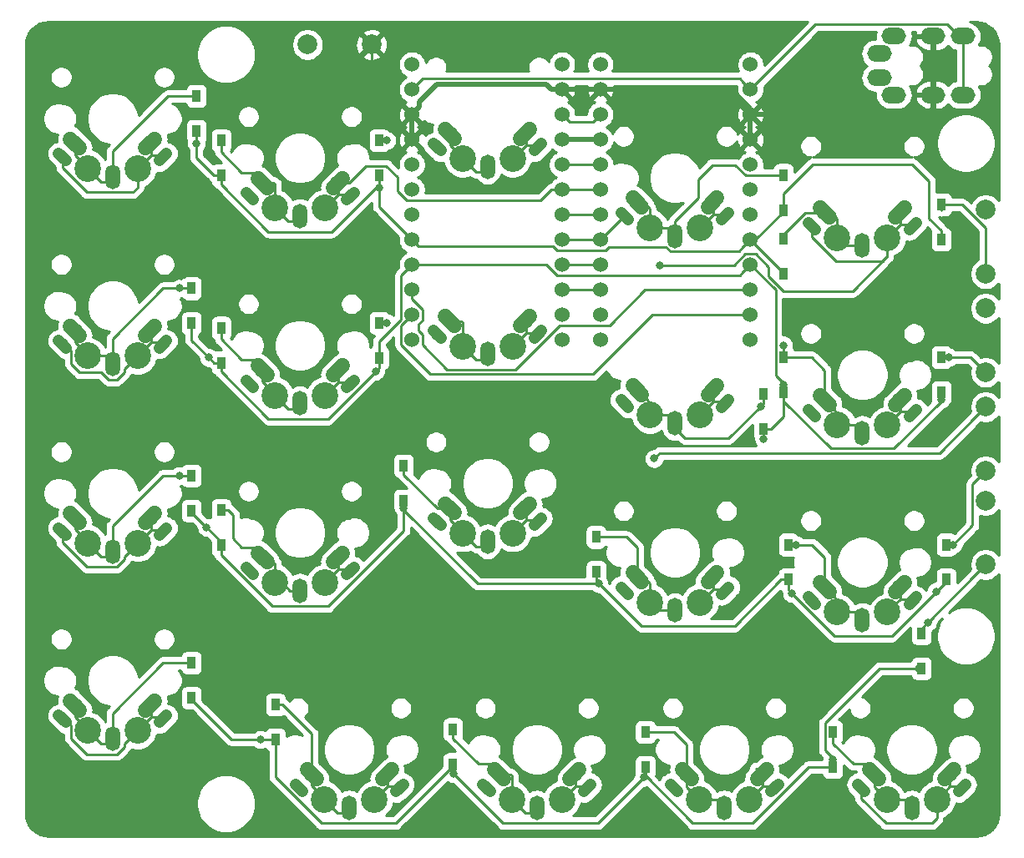
<source format=gbr>
G04 #@! TF.GenerationSoftware,KiCad,Pcbnew,(5.1.0)-1*
G04 #@! TF.CreationDate,2020-01-03T20:23:20+09:00*
G04 #@! TF.ProjectId,100cm^2,31303063-6d5e-4322-9e6b-696361645f70,rev?*
G04 #@! TF.SameCoordinates,Original*
G04 #@! TF.FileFunction,Copper,L1,Top*
G04 #@! TF.FilePolarity,Positive*
%FSLAX46Y46*%
G04 Gerber Fmt 4.6, Leading zero omitted, Abs format (unit mm)*
G04 Created by KiCad (PCBNEW (5.1.0)-1) date 2020-01-03 20:23:20*
%MOMM*%
%LPD*%
G04 APERTURE LIST*
%ADD10R,0.950000X1.300000*%
%ADD11O,2.500000X1.700000*%
%ADD12C,2.000000*%
%ADD13C,1.524000*%
%ADD14O,1.500000X2.500000*%
%ADD15C,1.200000*%
%ADD16C,1.200000*%
%ADD17C,1.500000*%
%ADD18C,1.500000*%
%ADD19C,2.700000*%
%ADD20C,0.800000*%
%ADD21C,0.250000*%
%ADD22C,0.500000*%
%ADD23C,0.254000*%
G04 APERTURE END LIST*
D10*
X168000000Y-61775000D03*
X168000000Y-58225000D03*
X167500000Y-77725000D03*
X167500000Y-81275000D03*
X167500000Y-100275000D03*
X167500000Y-96725000D03*
X167500000Y-119275000D03*
X167500000Y-115725000D03*
X170500000Y-62725000D03*
X170500000Y-66275000D03*
X170500000Y-81725000D03*
X170500000Y-85275000D03*
X170500000Y-100225000D03*
X170500000Y-103775000D03*
X176000000Y-123500000D03*
X176000000Y-119950000D03*
X186500000Y-62725000D03*
X186500000Y-66275000D03*
X186500000Y-84775000D03*
X186500000Y-81225000D03*
X189000000Y-99275000D03*
X189000000Y-95725000D03*
X194000000Y-126000000D03*
X194000000Y-122450000D03*
X227500000Y-69775000D03*
X227500000Y-66225000D03*
X225500000Y-88450000D03*
X225500000Y-92000000D03*
X208500000Y-102950000D03*
X208500000Y-106500000D03*
X213500000Y-122725000D03*
X213500000Y-126275000D03*
X227500000Y-76275000D03*
X227500000Y-72725000D03*
X227500000Y-84725000D03*
X227500000Y-88275000D03*
X228000000Y-107275000D03*
X228000000Y-103725000D03*
X232500000Y-122725000D03*
X232500000Y-126275000D03*
X243500000Y-69225000D03*
X243500000Y-72775000D03*
X243500000Y-88275000D03*
X243500000Y-84725000D03*
X244000000Y-103725000D03*
X244000000Y-107275000D03*
X241500000Y-116275000D03*
X241500000Y-112725000D03*
D11*
X238700000Y-52150000D03*
X237200000Y-56350000D03*
X245700000Y-52150000D03*
X242700000Y-52150000D03*
X245700000Y-58100000D03*
X242700000Y-58100000D03*
X238700000Y-58100000D03*
X237200000Y-53900000D03*
D12*
X185750000Y-53000000D03*
X179250000Y-53000000D03*
X248000000Y-76250000D03*
X248000000Y-69750000D03*
X248000000Y-79750000D03*
X248000000Y-86250000D03*
X248000000Y-96250000D03*
X248000000Y-89750000D03*
X248000000Y-99250000D03*
X248000000Y-105750000D03*
D13*
X208936400Y-55022000D03*
X208936400Y-57562000D03*
X208936400Y-60102000D03*
X208936400Y-62642000D03*
X208936400Y-65182000D03*
X208936400Y-67722000D03*
X208936400Y-70262000D03*
X208936400Y-72802000D03*
X208936400Y-75342000D03*
X208936400Y-77882000D03*
X208936400Y-80422000D03*
X208936400Y-82962000D03*
X224156400Y-82962000D03*
X224156400Y-80422000D03*
X224156400Y-77882000D03*
X224156400Y-75342000D03*
X224156400Y-72802000D03*
X224156400Y-70262000D03*
X224156400Y-67722000D03*
X224156400Y-65182000D03*
X224156400Y-62642000D03*
X224156400Y-60102000D03*
X224156400Y-57562000D03*
X224156400Y-55022000D03*
X205063600Y-55022000D03*
X205063600Y-57562000D03*
X205063600Y-60102000D03*
X205063600Y-62642000D03*
X205063600Y-65182000D03*
X205063600Y-67722000D03*
X205063600Y-70262000D03*
X205063600Y-72802000D03*
X205063600Y-75342000D03*
X205063600Y-77882000D03*
X205063600Y-80422000D03*
X205063600Y-82962000D03*
X189843600Y-82962000D03*
X189843600Y-80422000D03*
X189843600Y-77882000D03*
X189843600Y-75342000D03*
X189843600Y-72802000D03*
X189843600Y-70262000D03*
X189843600Y-67722000D03*
X189843600Y-65182000D03*
X189843600Y-62642000D03*
X189843600Y-60102000D03*
X189843600Y-57562000D03*
X189843600Y-55022000D03*
D14*
X159500000Y-66400000D03*
D15*
X154400000Y-64400000D03*
D16*
X154753553Y-64753553D02*
X154046447Y-64046447D01*
D15*
X164600000Y-64400000D03*
D16*
X164953553Y-64046447D02*
X164246447Y-64753553D01*
D17*
X163310000Y-63040000D03*
D18*
X163769619Y-62580381D02*
X162850381Y-63499619D01*
D17*
X155690000Y-63040000D03*
D18*
X156149619Y-63499619D02*
X155230381Y-62580381D01*
D19*
X162040000Y-65580000D03*
X156960000Y-65580000D03*
D14*
X159500000Y-85400000D03*
D15*
X154400000Y-83400000D03*
D16*
X154753553Y-83753553D02*
X154046447Y-83046447D01*
D15*
X164600000Y-83400000D03*
D16*
X164953553Y-83046447D02*
X164246447Y-83753553D01*
D17*
X163310000Y-82040000D03*
D18*
X163769619Y-81580381D02*
X162850381Y-82499619D01*
D17*
X155690000Y-82040000D03*
D18*
X156149619Y-82499619D02*
X155230381Y-81580381D01*
D19*
X162040000Y-84580000D03*
X156960000Y-84580000D03*
X156960000Y-103580000D03*
X162040000Y-103580000D03*
D17*
X155690000Y-101040000D03*
D18*
X156149619Y-101499619D02*
X155230381Y-100580381D01*
D17*
X163310000Y-101040000D03*
D18*
X163769619Y-100580381D02*
X162850381Y-101499619D01*
D15*
X164600000Y-102400000D03*
D16*
X164953553Y-102046447D02*
X164246447Y-102753553D01*
D15*
X154400000Y-102400000D03*
D16*
X154753553Y-102753553D02*
X154046447Y-102046447D01*
D14*
X159500000Y-104400000D03*
X159500000Y-123400000D03*
D15*
X154400000Y-121400000D03*
D16*
X154753553Y-121753553D02*
X154046447Y-121046447D01*
D15*
X164600000Y-121400000D03*
D16*
X164953553Y-121046447D02*
X164246447Y-121753553D01*
D17*
X163310000Y-120040000D03*
D18*
X163769619Y-119580381D02*
X162850381Y-120499619D01*
D17*
X155690000Y-120040000D03*
D18*
X156149619Y-120499619D02*
X155230381Y-119580381D01*
D19*
X162040000Y-122580000D03*
X156960000Y-122580000D03*
X175960000Y-69580000D03*
X181040000Y-69580000D03*
D17*
X174690000Y-67040000D03*
D18*
X175149619Y-67499619D02*
X174230381Y-66580381D01*
D17*
X182310000Y-67040000D03*
D18*
X182769619Y-66580381D02*
X181850381Y-67499619D01*
D15*
X183600000Y-68400000D03*
D16*
X183953553Y-68046447D02*
X183246447Y-68753553D01*
D15*
X173400000Y-68400000D03*
D16*
X173753553Y-68753553D02*
X173046447Y-68046447D01*
D14*
X178500000Y-70400000D03*
D19*
X175960000Y-88580000D03*
X181040000Y-88580000D03*
D17*
X174690000Y-86040000D03*
D18*
X175149619Y-86499619D02*
X174230381Y-85580381D01*
D17*
X182310000Y-86040000D03*
D18*
X182769619Y-85580381D02*
X181850381Y-86499619D01*
D15*
X183600000Y-87400000D03*
D16*
X183953553Y-87046447D02*
X183246447Y-87753553D01*
D15*
X173400000Y-87400000D03*
D16*
X173753553Y-87753553D02*
X173046447Y-87046447D01*
D14*
X178500000Y-89400000D03*
X178500000Y-108400000D03*
D15*
X173400000Y-106400000D03*
D16*
X173753553Y-106753553D02*
X173046447Y-106046447D01*
D15*
X183600000Y-106400000D03*
D16*
X183953553Y-106046447D02*
X183246447Y-106753553D01*
D17*
X182310000Y-105040000D03*
D18*
X182769619Y-104580381D02*
X181850381Y-105499619D01*
D17*
X174690000Y-105040000D03*
D18*
X175149619Y-105499619D02*
X174230381Y-104580381D01*
D19*
X181040000Y-107580000D03*
X175960000Y-107580000D03*
X180960000Y-129580000D03*
X186040000Y-129580000D03*
D17*
X179690000Y-127040000D03*
D18*
X180149619Y-127499619D02*
X179230381Y-126580381D01*
D17*
X187310000Y-127040000D03*
D18*
X187769619Y-126580381D02*
X186850381Y-127499619D01*
D15*
X188600000Y-128400000D03*
D16*
X188953553Y-128046447D02*
X188246447Y-128753553D01*
D15*
X178400000Y-128400000D03*
D16*
X178753553Y-128753553D02*
X178046447Y-128046447D01*
D14*
X183500000Y-130400000D03*
D19*
X194960000Y-64580000D03*
X200040000Y-64580000D03*
D17*
X193690000Y-62040000D03*
D18*
X194149619Y-62499619D02*
X193230381Y-61580381D01*
D17*
X201310000Y-62040000D03*
D18*
X201769619Y-61580381D02*
X200850381Y-62499619D01*
D15*
X202600000Y-63400000D03*
D16*
X202953553Y-63046447D02*
X202246447Y-63753553D01*
D15*
X192400000Y-63400000D03*
D16*
X192753553Y-63753553D02*
X192046447Y-63046447D01*
D14*
X197500000Y-65400000D03*
X197500000Y-84400000D03*
D15*
X192400000Y-82400000D03*
D16*
X192753553Y-82753553D02*
X192046447Y-82046447D01*
D15*
X202600000Y-82400000D03*
D16*
X202953553Y-82046447D02*
X202246447Y-82753553D01*
D17*
X201310000Y-81040000D03*
D18*
X201769619Y-80580381D02*
X200850381Y-81499619D01*
D17*
X193690000Y-81040000D03*
D18*
X194149619Y-81499619D02*
X193230381Y-80580381D01*
D19*
X200040000Y-83580000D03*
X194960000Y-83580000D03*
X194960000Y-102580000D03*
X200040000Y-102580000D03*
D17*
X193690000Y-100040000D03*
D18*
X194149619Y-100499619D02*
X193230381Y-99580381D01*
D17*
X201310000Y-100040000D03*
D18*
X201769619Y-99580381D02*
X200850381Y-100499619D01*
D15*
X202600000Y-101400000D03*
D16*
X202953553Y-101046447D02*
X202246447Y-101753553D01*
D15*
X192400000Y-101400000D03*
D16*
X192753553Y-101753553D02*
X192046447Y-101046447D01*
D14*
X197500000Y-103400000D03*
X202500000Y-130400000D03*
D15*
X197400000Y-128400000D03*
D16*
X197753553Y-128753553D02*
X197046447Y-128046447D01*
D15*
X207600000Y-128400000D03*
D16*
X207953553Y-128046447D02*
X207246447Y-128753553D01*
D17*
X206310000Y-127040000D03*
D18*
X206769619Y-126580381D02*
X205850381Y-127499619D01*
D17*
X198690000Y-127040000D03*
D18*
X199149619Y-127499619D02*
X198230381Y-126580381D01*
D19*
X205040000Y-129580000D03*
X199960000Y-129580000D03*
X213960000Y-71580000D03*
X219040000Y-71580000D03*
D17*
X212690000Y-69040000D03*
D18*
X213149619Y-69499619D02*
X212230381Y-68580381D01*
D17*
X220310000Y-69040000D03*
D18*
X220769619Y-68580381D02*
X219850381Y-69499619D01*
D15*
X221600000Y-70400000D03*
D16*
X221953553Y-70046447D02*
X221246447Y-70753553D01*
D15*
X211400000Y-70400000D03*
D16*
X211753553Y-70753553D02*
X211046447Y-70046447D01*
D14*
X216500000Y-72400000D03*
X216500000Y-91400000D03*
D15*
X211400000Y-89400000D03*
D16*
X211753553Y-89753553D02*
X211046447Y-89046447D01*
D15*
X221600000Y-89400000D03*
D16*
X221953553Y-89046447D02*
X221246447Y-89753553D01*
D17*
X220310000Y-88040000D03*
D18*
X220769619Y-87580381D02*
X219850381Y-88499619D01*
D17*
X212690000Y-88040000D03*
D18*
X213149619Y-88499619D02*
X212230381Y-87580381D01*
D19*
X219040000Y-90580000D03*
X213960000Y-90580000D03*
D14*
X216500000Y-110400000D03*
D15*
X211400000Y-108400000D03*
D16*
X211753553Y-108753553D02*
X211046447Y-108046447D01*
D15*
X221600000Y-108400000D03*
D16*
X221953553Y-108046447D02*
X221246447Y-108753553D01*
D17*
X220310000Y-107040000D03*
D18*
X220769619Y-106580381D02*
X219850381Y-107499619D01*
D17*
X212690000Y-107040000D03*
D18*
X213149619Y-107499619D02*
X212230381Y-106580381D01*
D19*
X219040000Y-109580000D03*
X213960000Y-109580000D03*
X218960000Y-129580000D03*
X224040000Y-129580000D03*
D17*
X217690000Y-127040000D03*
D18*
X218149619Y-127499619D02*
X217230381Y-126580381D01*
D17*
X225310000Y-127040000D03*
D18*
X225769619Y-126580381D02*
X224850381Y-127499619D01*
D15*
X226600000Y-128400000D03*
D16*
X226953553Y-128046447D02*
X226246447Y-128753553D01*
D15*
X216400000Y-128400000D03*
D16*
X216753553Y-128753553D02*
X216046447Y-128046447D01*
D14*
X221500000Y-130400000D03*
X235500000Y-73400000D03*
D15*
X230400000Y-71400000D03*
D16*
X230753553Y-71753553D02*
X230046447Y-71046447D01*
D15*
X240600000Y-71400000D03*
D16*
X240953553Y-71046447D02*
X240246447Y-71753553D01*
D17*
X239310000Y-70040000D03*
D18*
X239769619Y-69580381D02*
X238850381Y-70499619D01*
D17*
X231690000Y-70040000D03*
D18*
X232149619Y-70499619D02*
X231230381Y-69580381D01*
D19*
X238040000Y-72580000D03*
X232960000Y-72580000D03*
X232960000Y-91580000D03*
X238040000Y-91580000D03*
D17*
X231690000Y-89040000D03*
D18*
X232149619Y-89499619D02*
X231230381Y-88580381D01*
D17*
X239310000Y-89040000D03*
D18*
X239769619Y-88580381D02*
X238850381Y-89499619D01*
D15*
X240600000Y-90400000D03*
D16*
X240953553Y-90046447D02*
X240246447Y-90753553D01*
D15*
X230400000Y-90400000D03*
D16*
X230753553Y-90753553D02*
X230046447Y-90046447D01*
D14*
X235500000Y-92400000D03*
D19*
X232960000Y-110580000D03*
X238040000Y-110580000D03*
D17*
X231690000Y-108040000D03*
D18*
X232149619Y-108499619D02*
X231230381Y-107580381D01*
D17*
X239310000Y-108040000D03*
D18*
X239769619Y-107580381D02*
X238850381Y-108499619D01*
D15*
X240600000Y-109400000D03*
D16*
X240953553Y-109046447D02*
X240246447Y-109753553D01*
D15*
X230400000Y-109400000D03*
D16*
X230753553Y-109753553D02*
X230046447Y-109046447D01*
D14*
X235500000Y-111400000D03*
X240500000Y-130400000D03*
D15*
X235400000Y-128400000D03*
D16*
X235753553Y-128753553D02*
X235046447Y-128046447D01*
D15*
X245600000Y-128400000D03*
D16*
X245953553Y-128046447D02*
X245246447Y-128753553D01*
D17*
X244310000Y-127040000D03*
D18*
X244769619Y-126580381D02*
X243850381Y-127499619D01*
D17*
X236690000Y-127040000D03*
D18*
X237149619Y-127499619D02*
X236230381Y-126580381D01*
D19*
X243040000Y-129580000D03*
X237960000Y-129580000D03*
D20*
X168000000Y-63000000D03*
X186500000Y-67500000D03*
X166275000Y-77725000D03*
X169250000Y-84750000D03*
X186154082Y-86154082D03*
X227500000Y-87500000D03*
X225500000Y-93000000D03*
X243500000Y-89000000D03*
X169025000Y-101975000D03*
X189000000Y-100000000D03*
X208800000Y-107700000D03*
X228345918Y-108654082D03*
X242975000Y-108475000D03*
X166275000Y-96725000D03*
X174500000Y-123500000D03*
X194050000Y-126950000D03*
X213337500Y-127337500D03*
X241225000Y-116275000D03*
X232500000Y-125500000D03*
X187275000Y-62725000D03*
X187275000Y-81225000D03*
X225175000Y-89675000D03*
X227500000Y-83500000D03*
X228775000Y-103725000D03*
X244275000Y-84725000D03*
X244725000Y-103725000D03*
X242125000Y-111625000D03*
X244500000Y-77000000D03*
X173000000Y-94000000D03*
X232000000Y-96500000D03*
X233500000Y-117500000D03*
X215000000Y-75400000D03*
X214400000Y-95000000D03*
D21*
X186500000Y-69458400D02*
X186500000Y-67500000D01*
X189843600Y-72802000D02*
X186500000Y-69458400D01*
X222983390Y-73975010D02*
X223394401Y-73563999D01*
X209847162Y-73500000D02*
X215579707Y-73500000D01*
X216054717Y-73975010D02*
X222983390Y-73975010D01*
X209458161Y-73889001D02*
X209847162Y-73500000D01*
X215579707Y-73500000D02*
X216054717Y-73975010D01*
X204541839Y-73889001D02*
X209458161Y-73889001D01*
X223394401Y-73563999D02*
X224156400Y-72802000D01*
X204127837Y-73474999D02*
X204541839Y-73889001D01*
X190516599Y-73474999D02*
X204127837Y-73474999D01*
X189843600Y-72802000D02*
X190516599Y-73474999D01*
X224648000Y-72802000D02*
X224156400Y-72802000D01*
X227500000Y-69950000D02*
X224648000Y-72802000D01*
X227500000Y-69775000D02*
X227500000Y-69950000D01*
X227500000Y-76145600D02*
X227500000Y-76275000D01*
X224156400Y-72802000D02*
X227500000Y-76145600D01*
X169775000Y-66275000D02*
X170500000Y-66275000D01*
X168000000Y-64500000D02*
X169775000Y-66275000D01*
X168000000Y-61775000D02*
X168000000Y-63000000D01*
X186500000Y-67175000D02*
X186500000Y-66275000D01*
X181699990Y-71975010D02*
X186500000Y-67175000D01*
X175300010Y-71975010D02*
X181699990Y-71975010D01*
X170500000Y-67175000D02*
X175300010Y-71975010D01*
X170500000Y-66275000D02*
X170500000Y-67175000D01*
X168000000Y-63000000D02*
X168000000Y-64500000D01*
X186500000Y-67500000D02*
X186500000Y-66275000D01*
X227500000Y-68112998D02*
X227500000Y-69775000D01*
X230437999Y-65174999D02*
X227500000Y-68112998D01*
X240562001Y-65174999D02*
X230437999Y-65174999D01*
X242275001Y-66887999D02*
X240562001Y-65174999D01*
X242275001Y-70650001D02*
X242275001Y-66887999D01*
X243500000Y-71875000D02*
X242275001Y-70650001D01*
X243500000Y-72775000D02*
X243500000Y-71875000D01*
X159500000Y-64900000D02*
X159500000Y-66400000D01*
X159500000Y-63840998D02*
X159500000Y-64900000D01*
X165115998Y-58225000D02*
X159500000Y-63840998D01*
X168000000Y-58225000D02*
X165115998Y-58225000D01*
X156960000Y-65459282D02*
X156960000Y-65580000D01*
X155690000Y-64189282D02*
X156960000Y-65459282D01*
X155690000Y-63040000D02*
X155690000Y-64189282D01*
X158970001Y-66929999D02*
X159500000Y-66400000D01*
X158309999Y-66929999D02*
X158970001Y-66929999D01*
X156960000Y-65580000D02*
X158309999Y-66929999D01*
X159500000Y-83900000D02*
X159500000Y-85400000D01*
X159500000Y-82840998D02*
X159500000Y-83900000D01*
X164615998Y-77725000D02*
X159500000Y-82840998D01*
X167500000Y-77725000D02*
X166275000Y-77725000D01*
X156960000Y-84459282D02*
X156960000Y-84580000D01*
X155690000Y-83189282D02*
X156960000Y-84459282D01*
X155690000Y-82040000D02*
X155690000Y-83189282D01*
X159500000Y-85210812D02*
X159500000Y-85400000D01*
X158869188Y-84580000D02*
X159500000Y-85210812D01*
X156960000Y-84580000D02*
X158869188Y-84580000D01*
X159500000Y-85400000D02*
X159600000Y-85400000D01*
X166275000Y-77725000D02*
X164615998Y-77725000D01*
X223394401Y-76103999D02*
X224156400Y-75342000D01*
X223069399Y-76429001D02*
X223394401Y-76103999D01*
X204541839Y-76429001D02*
X223069399Y-76429001D01*
X203454838Y-75342000D02*
X204541839Y-76429001D01*
X189843600Y-75342000D02*
X203454838Y-75342000D01*
X169775000Y-85275000D02*
X170500000Y-85275000D01*
X167500000Y-83000000D02*
X169250000Y-84750000D01*
X167500000Y-81275000D02*
X167500000Y-83000000D01*
X186500000Y-85675000D02*
X186500000Y-84775000D01*
X186500000Y-85808164D02*
X186500000Y-85675000D01*
X181333154Y-90975010D02*
X186154082Y-86154082D01*
X175300010Y-90975010D02*
X181333154Y-90975010D01*
X170500000Y-86175000D02*
X175300010Y-90975010D01*
X170500000Y-85275000D02*
X170500000Y-86175000D01*
X189081601Y-76103999D02*
X189843600Y-75342000D01*
X188756599Y-76429001D02*
X189081601Y-76103999D01*
X188756599Y-80872591D02*
X188756599Y-76429001D01*
X186500000Y-83129190D02*
X188756599Y-80872591D01*
X186500000Y-84775000D02*
X186500000Y-83129190D01*
X226225000Y-92000000D02*
X225500000Y-92000000D01*
X227500000Y-90725000D02*
X226225000Y-92000000D01*
X227500000Y-88275000D02*
X227500000Y-90725000D01*
X243500000Y-89175000D02*
X243500000Y-89000000D01*
X238699990Y-93975010D02*
X243500000Y-89175000D01*
X232300010Y-93975010D02*
X238699990Y-93975010D01*
X227500000Y-89175000D02*
X232300010Y-93975010D01*
X227500000Y-88275000D02*
X227500000Y-89175000D01*
X227500000Y-87375000D02*
X227500000Y-87500000D01*
X226699999Y-86574999D02*
X227500000Y-87375000D01*
X226699999Y-77885599D02*
X226699999Y-86574999D01*
X224156400Y-75342000D02*
X226699999Y-77885599D01*
X169250000Y-84750000D02*
X169775000Y-85275000D01*
X186154082Y-86154082D02*
X186500000Y-85808164D01*
X225500000Y-93000000D02*
X225500000Y-92000000D01*
X243500000Y-89000000D02*
X243500000Y-88275000D01*
X227500000Y-87500000D02*
X227500000Y-88275000D01*
X223078770Y-77882000D02*
X224156400Y-77882000D01*
X213476998Y-77882000D02*
X223078770Y-77882000D01*
X209849997Y-81509001D02*
X213476998Y-77882000D01*
X204799163Y-81509001D02*
X209849997Y-81509001D01*
X200333154Y-85975010D02*
X204799163Y-81509001D01*
X170500000Y-103450000D02*
X170500000Y-103775000D01*
X167500000Y-100450000D02*
X169025000Y-101975000D01*
X167500000Y-100275000D02*
X167500000Y-100450000D01*
X189000000Y-100175000D02*
X189000000Y-100000000D01*
X189000000Y-102308164D02*
X189000000Y-100175000D01*
X181333154Y-109975010D02*
X189000000Y-102308164D01*
X175666846Y-109975010D02*
X181333154Y-109975010D01*
X170500000Y-104808164D02*
X175666846Y-109975010D01*
X170500000Y-103775000D02*
X170500000Y-104808164D01*
X244000000Y-107450000D02*
X244000000Y-107275000D01*
X238474990Y-112975010D02*
X242975000Y-108475000D01*
X232666846Y-112975010D02*
X238474990Y-112975010D01*
X228000000Y-108308164D02*
X228345918Y-108654082D01*
X228000000Y-107275000D02*
X228000000Y-108308164D01*
X208500000Y-107400000D02*
X208500000Y-106500000D01*
X213075010Y-111975010D02*
X208800000Y-107700000D01*
X222574990Y-111975010D02*
X213075010Y-111975010D01*
X227275000Y-107275000D02*
X222574990Y-111975010D01*
X228000000Y-107275000D02*
X227275000Y-107275000D01*
X169025000Y-101975000D02*
X170500000Y-103450000D01*
X189000000Y-100000000D02*
X189000000Y-99275000D01*
X208800000Y-107700000D02*
X208500000Y-107400000D01*
X228345918Y-108654082D02*
X232666846Y-112975010D01*
X242975000Y-108475000D02*
X244000000Y-107450000D01*
X208234315Y-107700000D02*
X208800000Y-107700000D01*
X196525000Y-107700000D02*
X208234315Y-107700000D01*
X189000000Y-100175000D02*
X196525000Y-107700000D01*
X189000000Y-99275000D02*
X189000000Y-100175000D01*
X190930601Y-82440239D02*
X190930601Y-83483761D01*
X189843600Y-78813238D02*
X190930601Y-79900239D01*
X189843600Y-77882000D02*
X189843600Y-78813238D01*
X190930601Y-79900239D02*
X190930601Y-80943761D01*
X190930601Y-80943761D02*
X190500000Y-81374362D01*
X190500000Y-81374362D02*
X190500000Y-82009638D01*
X190500000Y-82009638D02*
X190930601Y-82440239D01*
X193421850Y-85975010D02*
X194975010Y-85975010D01*
X190930601Y-83483761D02*
X193421850Y-85975010D01*
X194666846Y-85975010D02*
X194975010Y-85975010D01*
X194975010Y-85975010D02*
X200333154Y-85975010D01*
X159500000Y-102900000D02*
X159500000Y-104400000D01*
X159500000Y-101840998D02*
X159500000Y-102900000D01*
X164615998Y-96725000D02*
X159500000Y-101840998D01*
X167500000Y-96725000D02*
X166275000Y-96725000D01*
X156960000Y-103459282D02*
X156960000Y-103580000D01*
X155690000Y-102189282D02*
X156960000Y-103459282D01*
X155690000Y-101040000D02*
X155690000Y-102189282D01*
X158970001Y-104929999D02*
X159500000Y-104400000D01*
X158309999Y-104929999D02*
X158970001Y-104929999D01*
X156960000Y-103580000D02*
X158309999Y-104929999D01*
X166275000Y-96725000D02*
X164615998Y-96725000D01*
X223078770Y-80422000D02*
X224156400Y-80422000D01*
X214190998Y-80422000D02*
X223078770Y-80422000D01*
X208187978Y-86425020D02*
X214190998Y-80422000D01*
X191697858Y-86425020D02*
X208187978Y-86425020D01*
X188756599Y-83483761D02*
X191697858Y-86425020D01*
X188756599Y-81509001D02*
X188756599Y-83483761D01*
X189843600Y-80422000D02*
X188756599Y-81509001D01*
X218300010Y-131975010D02*
X213500000Y-127175000D01*
X224377550Y-131975010D02*
X218300010Y-131975010D01*
X230077560Y-126275000D02*
X224377550Y-131975010D01*
X232500000Y-126275000D02*
X230077560Y-126275000D01*
X194000000Y-126900000D02*
X194000000Y-126000000D01*
X199075010Y-131975010D02*
X194050000Y-126950000D01*
X208699990Y-131975010D02*
X199075010Y-131975010D01*
X213500000Y-127175000D02*
X213337500Y-127337500D01*
X213500000Y-126275000D02*
X213500000Y-127175000D01*
X176000000Y-124400000D02*
X176000000Y-123500000D01*
X176000000Y-127308164D02*
X176000000Y-124400000D01*
X180666846Y-131975010D02*
X176000000Y-127308164D01*
X188199990Y-131975010D02*
X180666846Y-131975010D01*
X194000000Y-126175000D02*
X188199990Y-131975010D01*
X194000000Y-126000000D02*
X194000000Y-126175000D01*
X167500000Y-119450000D02*
X167500000Y-119275000D01*
X171550000Y-123500000D02*
X167500000Y-119450000D01*
X176000000Y-123500000D02*
X171550000Y-123500000D01*
X232500000Y-125375000D02*
X232500000Y-126275000D01*
X231699999Y-124574999D02*
X232500000Y-125375000D01*
X231699999Y-121814999D02*
X231699999Y-124574999D01*
X237239998Y-116275000D02*
X231699999Y-121814999D01*
X241500000Y-116275000D02*
X241225000Y-116275000D01*
X194050000Y-126950000D02*
X194000000Y-126900000D01*
X213337500Y-127337500D02*
X208699990Y-131975010D01*
X241225000Y-116275000D02*
X237239998Y-116275000D01*
X159500000Y-121900000D02*
X159500000Y-123400000D01*
X159500000Y-120840998D02*
X159500000Y-121900000D01*
X164615998Y-115725000D02*
X159500000Y-120840998D01*
X167500000Y-115725000D02*
X164615998Y-115725000D01*
X156960000Y-122459282D02*
X156960000Y-122580000D01*
X155690000Y-121189282D02*
X156960000Y-122459282D01*
X155690000Y-120040000D02*
X155690000Y-121189282D01*
X158970001Y-123929999D02*
X159500000Y-123400000D01*
X158309999Y-123929999D02*
X158970001Y-123929999D01*
X156960000Y-122580000D02*
X158309999Y-123929999D01*
X175839282Y-67040000D02*
X174690000Y-67040000D01*
X175960000Y-67160718D02*
X175839282Y-67040000D01*
X175960000Y-69580000D02*
X175960000Y-67160718D01*
X177970001Y-70929999D02*
X178500000Y-70400000D01*
X177309999Y-70929999D02*
X177970001Y-70929999D01*
X175960000Y-69580000D02*
X177309999Y-70929999D01*
X173629341Y-65979341D02*
X174690000Y-67040000D01*
X172592339Y-65979341D02*
X173629341Y-65979341D01*
X170500000Y-63887002D02*
X172592339Y-65979341D01*
X170500000Y-62725000D02*
X170500000Y-63887002D01*
X173629341Y-84979341D02*
X174690000Y-86040000D01*
X172592339Y-84979341D02*
X173629341Y-84979341D01*
X170500000Y-82887002D02*
X172592339Y-84979341D01*
X170500000Y-81725000D02*
X170500000Y-82887002D01*
X175960000Y-88459282D02*
X175960000Y-88580000D01*
X174690000Y-87189282D02*
X175960000Y-88459282D01*
X174690000Y-86040000D02*
X174690000Y-87189282D01*
X177970001Y-89929999D02*
X178500000Y-89400000D01*
X177309999Y-89929999D02*
X177970001Y-89929999D01*
X175960000Y-88580000D02*
X177309999Y-89929999D01*
X173629341Y-103979341D02*
X174690000Y-105040000D01*
X172592339Y-103979341D02*
X173629341Y-103979341D01*
X171724999Y-103112001D02*
X172592339Y-103979341D01*
X171724999Y-100724999D02*
X171724999Y-103112001D01*
X171225000Y-100225000D02*
X171724999Y-100724999D01*
X170500000Y-100225000D02*
X171225000Y-100225000D01*
X176680000Y-107580000D02*
X175960000Y-107580000D01*
X177500000Y-108400000D02*
X176680000Y-107580000D01*
X178500000Y-108400000D02*
X177500000Y-108400000D01*
X175329188Y-105040000D02*
X174690000Y-105040000D01*
X175960000Y-105670812D02*
X175329188Y-105040000D01*
X175960000Y-107580000D02*
X175960000Y-105670812D01*
X179690000Y-125890718D02*
X179690000Y-127040000D01*
X179690000Y-122915000D02*
X179690000Y-125890718D01*
X176725000Y-119950000D02*
X179690000Y-122915000D01*
X176000000Y-119950000D02*
X176725000Y-119950000D01*
X180960000Y-129459282D02*
X180960000Y-129580000D01*
X179690000Y-128189282D02*
X180960000Y-129459282D01*
X179690000Y-127040000D02*
X179690000Y-128189282D01*
X182970001Y-130929999D02*
X183500000Y-130400000D01*
X182309999Y-130929999D02*
X182970001Y-130929999D01*
X180960000Y-129580000D02*
X182309999Y-130929999D01*
X194960000Y-64459282D02*
X194960000Y-64580000D01*
X193690000Y-63189282D02*
X194960000Y-64459282D01*
X193690000Y-62040000D02*
X193690000Y-63189282D01*
X196970001Y-65929999D02*
X197500000Y-65400000D01*
X196309999Y-65929999D02*
X196970001Y-65929999D01*
X194960000Y-64580000D02*
X196309999Y-65929999D01*
X186500000Y-62725000D02*
X187275000Y-62725000D01*
X196970001Y-84929999D02*
X197500000Y-84400000D01*
X196309999Y-84929999D02*
X196970001Y-84929999D01*
X194960000Y-83580000D02*
X196309999Y-84929999D01*
X194839282Y-81040000D02*
X193690000Y-81040000D01*
X194960000Y-81160718D02*
X194839282Y-81040000D01*
X194960000Y-83580000D02*
X194960000Y-81160718D01*
X187275000Y-81225000D02*
X186500000Y-81225000D01*
X192540718Y-100040000D02*
X193690000Y-100040000D01*
X192415000Y-100040000D02*
X192540718Y-100040000D01*
X189000000Y-96625000D02*
X192415000Y-100040000D01*
X189000000Y-95725000D02*
X189000000Y-96625000D01*
X196970001Y-103929999D02*
X197500000Y-103400000D01*
X196309999Y-103929999D02*
X196970001Y-103929999D01*
X194960000Y-102580000D02*
X196309999Y-103929999D01*
X194960000Y-102459282D02*
X194960000Y-102580000D01*
X193690000Y-101189282D02*
X194960000Y-102459282D01*
X193690000Y-100040000D02*
X193690000Y-101189282D01*
X197629341Y-125979341D02*
X198690000Y-127040000D01*
X196592339Y-125979341D02*
X197629341Y-125979341D01*
X194000000Y-123387002D02*
X196592339Y-125979341D01*
X194000000Y-122450000D02*
X194000000Y-123387002D01*
X201970001Y-130929999D02*
X202500000Y-130400000D01*
X201309999Y-130929999D02*
X201970001Y-130929999D01*
X199960000Y-129580000D02*
X201309999Y-130929999D01*
X199839282Y-127040000D02*
X198690000Y-127040000D01*
X199960000Y-127160718D02*
X199839282Y-127040000D01*
X199960000Y-129580000D02*
X199960000Y-127160718D01*
X213329188Y-69040000D02*
X212690000Y-69040000D01*
X213960000Y-69670812D02*
X213329188Y-69040000D01*
X213960000Y-71580000D02*
X213960000Y-69670812D01*
X216500000Y-72210812D02*
X216500000Y-72400000D01*
X215869188Y-71580000D02*
X216500000Y-72210812D01*
X213960000Y-71580000D02*
X215869188Y-71580000D01*
X216500000Y-70900000D02*
X216500000Y-72400000D01*
X220275001Y-65224999D02*
X218825001Y-66674999D01*
X222612001Y-65224999D02*
X220275001Y-65224999D01*
X218825001Y-66674999D02*
X218825001Y-68574999D01*
X223656003Y-66269001D02*
X222612001Y-65224999D01*
X224678161Y-66269001D02*
X223656003Y-66269001D01*
X224722162Y-66225000D02*
X224678161Y-66269001D01*
X218825001Y-68574999D02*
X216500000Y-70900000D01*
X227500000Y-66225000D02*
X224722162Y-66225000D01*
X216500000Y-91900000D02*
X216500000Y-91400000D01*
X217500000Y-92900000D02*
X216500000Y-91900000D01*
X221950000Y-92900000D02*
X217500000Y-92900000D01*
X225500000Y-89350000D02*
X225175000Y-89675000D01*
X225500000Y-88450000D02*
X225500000Y-89350000D01*
X213750659Y-90370659D02*
X213960000Y-90580000D01*
X213750659Y-89100659D02*
X213750659Y-90370659D01*
X212690000Y-88040000D02*
X213750659Y-89100659D01*
X216500000Y-91210812D02*
X216500000Y-91400000D01*
X215869188Y-90580000D02*
X216500000Y-91210812D01*
X213960000Y-90580000D02*
X215869188Y-90580000D01*
X225175000Y-89675000D02*
X221950000Y-92900000D01*
X212690000Y-105890718D02*
X212690000Y-107040000D01*
X212690000Y-104030998D02*
X212690000Y-105890718D01*
X211609002Y-102950000D02*
X212690000Y-104030998D01*
X208500000Y-102950000D02*
X211609002Y-102950000D01*
X214780000Y-110400000D02*
X213960000Y-109580000D01*
X216500000Y-110400000D02*
X214780000Y-110400000D01*
X213329188Y-107040000D02*
X212690000Y-107040000D01*
X213960000Y-107670812D02*
X213329188Y-107040000D01*
X213960000Y-109580000D02*
X213960000Y-107670812D01*
X217690000Y-125890718D02*
X217690000Y-127040000D01*
X217690000Y-124030998D02*
X217690000Y-125890718D01*
X216384002Y-122725000D02*
X217690000Y-124030998D01*
X213500000Y-122725000D02*
X216384002Y-122725000D01*
X217690000Y-128310000D02*
X218960000Y-129580000D01*
X217690000Y-127040000D02*
X217690000Y-128310000D01*
X221500000Y-130210812D02*
X221500000Y-130400000D01*
X220869188Y-129580000D02*
X221500000Y-130210812D01*
X218960000Y-129580000D02*
X220869188Y-129580000D01*
X233780000Y-73400000D02*
X232960000Y-72580000D01*
X235500000Y-73400000D02*
X233780000Y-73400000D01*
X232329188Y-70040000D02*
X231690000Y-70040000D01*
X232960000Y-70670812D02*
X232329188Y-70040000D01*
X232960000Y-72580000D02*
X232960000Y-70670812D01*
X230540718Y-70040000D02*
X231690000Y-70040000D01*
X229744732Y-70040000D02*
X230540718Y-70040000D01*
X227500000Y-72284732D02*
X229744732Y-70040000D01*
X227500000Y-72725000D02*
X227500000Y-72284732D01*
X231690000Y-87890718D02*
X231690000Y-89040000D01*
X231690000Y-86030998D02*
X231690000Y-87890718D01*
X230384002Y-84725000D02*
X231690000Y-86030998D01*
X227500000Y-84725000D02*
X230384002Y-84725000D01*
X232750659Y-91370659D02*
X232960000Y-91580000D01*
X232750659Y-90100659D02*
X232750659Y-91370659D01*
X231690000Y-89040000D02*
X232750659Y-90100659D01*
X235500000Y-92210812D02*
X235500000Y-92400000D01*
X234869188Y-91580000D02*
X235500000Y-92210812D01*
X232960000Y-91580000D02*
X234869188Y-91580000D01*
X227500000Y-83500000D02*
X227500000Y-84725000D01*
X231690000Y-106890718D02*
X231690000Y-108040000D01*
X231690000Y-105030998D02*
X231690000Y-106890718D01*
X230384002Y-103725000D02*
X231690000Y-105030998D01*
X228000000Y-103725000D02*
X228775000Y-103725000D01*
X232750659Y-110370659D02*
X232960000Y-110580000D01*
X232750659Y-109100659D02*
X232750659Y-110370659D01*
X231690000Y-108040000D02*
X232750659Y-109100659D01*
X235500000Y-111210812D02*
X235500000Y-111400000D01*
X234869188Y-110580000D02*
X235500000Y-111210812D01*
X232960000Y-110580000D02*
X234869188Y-110580000D01*
X228775000Y-103725000D02*
X230384002Y-103725000D01*
X235629341Y-125979341D02*
X236690000Y-127040000D01*
X234592339Y-125979341D02*
X235629341Y-125979341D01*
X232500000Y-123887002D02*
X234592339Y-125979341D01*
X232500000Y-122725000D02*
X232500000Y-123887002D01*
X236690000Y-128310000D02*
X237960000Y-129580000D01*
X236690000Y-127040000D02*
X236690000Y-128310000D01*
X240500000Y-130210812D02*
X240500000Y-130400000D01*
X239869188Y-129580000D02*
X240500000Y-130210812D01*
X237960000Y-129580000D02*
X239869188Y-129580000D01*
X243500000Y-68875000D02*
X243500000Y-69775000D01*
X248000000Y-74835787D02*
X248000000Y-76250000D01*
X248000000Y-71625000D02*
X248000000Y-74835787D01*
X245600000Y-69225000D02*
X248000000Y-71625000D01*
X243500000Y-69225000D02*
X245600000Y-69225000D01*
X246475000Y-84725000D02*
X248000000Y-86250000D01*
X243500000Y-84725000D02*
X244275000Y-84725000D01*
X244275000Y-84725000D02*
X246475000Y-84725000D01*
X247000001Y-97249999D02*
X248000000Y-96250000D01*
X246674999Y-97575001D02*
X247000001Y-97249999D01*
X246674999Y-101775001D02*
X246674999Y-97575001D01*
X244725000Y-103725000D02*
X244725000Y-103725000D01*
X244000000Y-103725000D02*
X244725000Y-103725000D01*
X244725000Y-103725000D02*
X246674999Y-101775001D01*
X247000001Y-106749999D02*
X248000000Y-105750000D01*
X241500000Y-112250000D02*
X242125000Y-111625000D01*
X241500000Y-112725000D02*
X241500000Y-112250000D01*
X242125000Y-111625000D02*
X247000001Y-106749999D01*
D22*
X208936400Y-62642000D02*
X205063600Y-62642000D01*
D21*
X238050000Y-51500000D02*
X238700000Y-52150000D01*
X223394401Y-56800001D02*
X224156400Y-57562000D01*
X223069399Y-56474999D02*
X223394401Y-56800001D01*
X190930601Y-56474999D02*
X223069399Y-56474999D01*
X189843600Y-57562000D02*
X190930601Y-56474999D01*
X245300000Y-52150000D02*
X245700000Y-52150000D01*
X244124990Y-50974990D02*
X245300000Y-52150000D01*
X230743410Y-50974990D02*
X244124990Y-50974990D01*
X224156400Y-57562000D02*
X230743410Y-50974990D01*
X245700000Y-52150000D02*
X245700000Y-58100000D01*
D22*
X203985970Y-57562000D02*
X205063600Y-57562000D01*
X203473969Y-57049999D02*
X203985970Y-57562000D01*
X192377999Y-57049999D02*
X203473969Y-57049999D01*
X190605599Y-58822399D02*
X192377999Y-57049999D01*
X190605599Y-59340001D02*
X190605599Y-58822399D01*
X189843600Y-60102000D02*
X190605599Y-59340001D01*
X205063600Y-57562000D02*
X208936400Y-57562000D01*
X224156400Y-59449280D02*
X224156400Y-60102000D01*
X222269120Y-57562000D02*
X224156400Y-59449280D01*
X208936400Y-57562000D02*
X222269120Y-57562000D01*
X224156400Y-60102000D02*
X224156400Y-62642000D01*
X189843600Y-60102000D02*
X189843600Y-62642000D01*
X242700000Y-59450000D02*
X242700000Y-58100000D01*
X242048000Y-60102000D02*
X242700000Y-59450000D01*
X224156400Y-60102000D02*
X242048000Y-60102000D01*
X242700000Y-58100000D02*
X242700000Y-52150000D01*
D21*
X185750000Y-56008400D02*
X186870800Y-57129200D01*
X185750000Y-53000000D02*
X185750000Y-56008400D01*
X189843600Y-60102000D02*
X186870800Y-57129200D01*
X208174401Y-60863999D02*
X208936400Y-60102000D01*
X205825599Y-60863999D02*
X208174401Y-60863999D01*
X205063600Y-60102000D02*
X205825599Y-60863999D01*
X205063600Y-65182000D02*
X208936400Y-65182000D01*
X162040000Y-67489188D02*
X162040000Y-65580000D01*
X161554178Y-67975010D02*
X162040000Y-67489188D01*
X156876008Y-67975010D02*
X161554178Y-67975010D01*
X154400000Y-65499002D02*
X156876008Y-67975010D01*
X154400000Y-64400000D02*
X154400000Y-65499002D01*
X163389999Y-63119999D02*
X163310000Y-63040000D01*
X163389999Y-64230001D02*
X163389999Y-63119999D01*
X164430001Y-64230001D02*
X164600000Y-64400000D01*
X163389999Y-64230001D02*
X164430001Y-64230001D01*
X162040000Y-65580000D02*
X163389999Y-64230001D01*
X159945283Y-86975010D02*
X160690001Y-86230292D01*
X159054717Y-86975010D02*
X159945283Y-86975010D01*
X160690001Y-85929999D02*
X162040000Y-84580000D01*
X158334708Y-86255001D02*
X159054717Y-86975010D01*
X155284999Y-85384001D02*
X156155999Y-86255001D01*
X155284999Y-84084999D02*
X155284999Y-85384001D01*
X160690001Y-86230292D02*
X160690001Y-85929999D01*
X154600000Y-83400000D02*
X155284999Y-84084999D01*
X156155999Y-86255001D02*
X158334708Y-86255001D01*
X154400000Y-83400000D02*
X154600000Y-83400000D01*
X163389999Y-82119999D02*
X163310000Y-82040000D01*
X163389999Y-83230001D02*
X163389999Y-82119999D01*
X164430001Y-83230001D02*
X164600000Y-83400000D01*
X163389999Y-83230001D02*
X164430001Y-83230001D01*
X162040000Y-84580000D02*
X163389999Y-83230001D01*
X160690001Y-104929999D02*
X162040000Y-103580000D01*
X160690001Y-105230292D02*
X160690001Y-104929999D01*
X159945283Y-105975010D02*
X160690001Y-105230292D01*
X156876008Y-105975010D02*
X159945283Y-105975010D01*
X154400000Y-103499002D02*
X156876008Y-105975010D01*
X154400000Y-102400000D02*
X154400000Y-103499002D01*
X163389999Y-101119999D02*
X163310000Y-101040000D01*
X163389999Y-102230001D02*
X163389999Y-101119999D01*
X164430001Y-102230001D02*
X164600000Y-102400000D01*
X163389999Y-102230001D02*
X164430001Y-102230001D01*
X162040000Y-103580000D02*
X163389999Y-102230001D01*
X160690001Y-123929999D02*
X162040000Y-122580000D01*
X160690001Y-124230292D02*
X160690001Y-123929999D01*
X159945283Y-124975010D02*
X160690001Y-124230292D01*
X155284999Y-123384001D02*
X156876008Y-124975010D01*
X155284999Y-122084999D02*
X155284999Y-123384001D01*
X156876008Y-124975010D02*
X159945283Y-124975010D01*
X154600000Y-121400000D02*
X155284999Y-122084999D01*
X154400000Y-121400000D02*
X154600000Y-121400000D01*
X163389999Y-120119999D02*
X163310000Y-120040000D01*
X163389999Y-121230001D02*
X163389999Y-120119999D01*
X164430001Y-121230001D02*
X164600000Y-121400000D01*
X163389999Y-121230001D02*
X164430001Y-121230001D01*
X162040000Y-122580000D02*
X163389999Y-121230001D01*
X205063600Y-67722000D02*
X208936400Y-67722000D01*
X189321839Y-68809001D02*
X188400000Y-67887162D01*
X202898969Y-68809001D02*
X189321839Y-68809001D01*
X205063600Y-67722000D02*
X203985970Y-67722000D01*
X203985970Y-67722000D02*
X202898969Y-68809001D01*
X183459282Y-67040000D02*
X182310000Y-67040000D01*
X185199283Y-65299999D02*
X183459282Y-67040000D01*
X187235001Y-65299999D02*
X185199283Y-65299999D01*
X188400000Y-66464998D02*
X187235001Y-65299999D01*
X188400000Y-67887162D02*
X188400000Y-66464998D01*
X182389999Y-67119999D02*
X182310000Y-67040000D01*
X182389999Y-68230001D02*
X182389999Y-67119999D01*
X183430001Y-68230001D02*
X183600000Y-68400000D01*
X182389999Y-68230001D02*
X183430001Y-68230001D01*
X181040000Y-69580000D02*
X182389999Y-68230001D01*
X182389999Y-86119999D02*
X182310000Y-86040000D01*
X182389999Y-87230001D02*
X182389999Y-86119999D01*
X183430001Y-87230001D02*
X183600000Y-87400000D01*
X182389999Y-87230001D02*
X183430001Y-87230001D01*
X181040000Y-88580000D02*
X182389999Y-87230001D01*
X182389999Y-105119999D02*
X182310000Y-105040000D01*
X182389999Y-106230001D02*
X182389999Y-105119999D01*
X183430001Y-106230001D02*
X183600000Y-106400000D01*
X182389999Y-106230001D02*
X183430001Y-106230001D01*
X181040000Y-107580000D02*
X182389999Y-106230001D01*
X187389999Y-127119999D02*
X187310000Y-127040000D01*
X187389999Y-128230001D02*
X187389999Y-127119999D01*
X188430001Y-128230001D02*
X188600000Y-128400000D01*
X187389999Y-128230001D02*
X188430001Y-128230001D01*
X186040000Y-129580000D02*
X187389999Y-128230001D01*
X205063600Y-70262000D02*
X208936400Y-70262000D01*
X201389999Y-62119999D02*
X201310000Y-62040000D01*
X201389999Y-63230001D02*
X201389999Y-62119999D01*
X202430001Y-63230001D02*
X202600000Y-63400000D01*
X201389999Y-63230001D02*
X202430001Y-63230001D01*
X200040000Y-64580000D02*
X201389999Y-63230001D01*
X201389999Y-81119999D02*
X201310000Y-81040000D01*
X201389999Y-82230001D02*
X201389999Y-81119999D01*
X202430001Y-82230001D02*
X202600000Y-82400000D01*
X201389999Y-82230001D02*
X202430001Y-82230001D01*
X200040000Y-83580000D02*
X201389999Y-82230001D01*
X201389999Y-100119999D02*
X201310000Y-100040000D01*
X201389999Y-101230001D02*
X201389999Y-100119999D01*
X202430001Y-101230001D02*
X202600000Y-101400000D01*
X201389999Y-101230001D02*
X202430001Y-101230001D01*
X200040000Y-102580000D02*
X201389999Y-101230001D01*
X206389999Y-127119999D02*
X206310000Y-127040000D01*
X206389999Y-128230001D02*
X206389999Y-127119999D01*
X207430001Y-128230001D02*
X207600000Y-128400000D01*
X206389999Y-128230001D02*
X207430001Y-128230001D01*
X205040000Y-129580000D02*
X206389999Y-128230001D01*
X205063600Y-72802000D02*
X208936400Y-72802000D01*
X225310000Y-127040000D02*
X224708960Y-126438960D01*
X221430001Y-89230001D02*
X221600000Y-89400000D01*
X220389999Y-89230001D02*
X221430001Y-89230001D01*
X220389999Y-88119999D02*
X220310000Y-88040000D01*
X220389999Y-89230001D02*
X220389999Y-88119999D01*
X219040000Y-90580000D02*
X220389999Y-89230001D01*
X211338400Y-70400000D02*
X211400000Y-70400000D01*
X208936400Y-72802000D02*
X211338400Y-70400000D01*
X220389999Y-69119999D02*
X220310000Y-69040000D01*
X220389999Y-70230001D02*
X220389999Y-69119999D01*
X221430001Y-70230001D02*
X221600000Y-70400000D01*
X220389999Y-70230001D02*
X221430001Y-70230001D01*
X219040000Y-71580000D02*
X220389999Y-70230001D01*
X220389999Y-107119999D02*
X220310000Y-107040000D01*
X220389999Y-108230001D02*
X220389999Y-107119999D01*
X221430001Y-108230001D02*
X221600000Y-108400000D01*
X220389999Y-108230001D02*
X221430001Y-108230001D01*
X219040000Y-109580000D02*
X220389999Y-108230001D01*
X225389999Y-127119999D02*
X225310000Y-127040000D01*
X225389999Y-128230001D02*
X225389999Y-127119999D01*
X226430001Y-128230001D02*
X226600000Y-128400000D01*
X225389999Y-128230001D02*
X226430001Y-128230001D01*
X224040000Y-129580000D02*
X225389999Y-128230001D01*
X205063600Y-75342000D02*
X208936400Y-75342000D01*
X224678161Y-74254999D02*
X226000000Y-75576838D01*
X223634639Y-74254999D02*
X224678161Y-74254999D01*
X215000000Y-75400000D02*
X222489638Y-75400000D01*
X222489638Y-75400000D02*
X223634639Y-74254999D01*
X226000000Y-76485002D02*
X227514998Y-78000000D01*
X226000000Y-75576838D02*
X226000000Y-76485002D01*
X234529188Y-78000000D02*
X238040000Y-74489188D01*
X227514998Y-78000000D02*
X234529188Y-78000000D01*
X238040000Y-74489188D02*
X238040000Y-72580000D01*
X237554178Y-74975010D02*
X238040000Y-74489188D01*
X232876008Y-74975010D02*
X237554178Y-74975010D01*
X230400000Y-72499002D02*
X232876008Y-74975010D01*
X230400000Y-71400000D02*
X230400000Y-72499002D01*
X239389999Y-70119999D02*
X239310000Y-70040000D01*
X239389999Y-71230001D02*
X239389999Y-70119999D01*
X240430001Y-71230001D02*
X240600000Y-71400000D01*
X239389999Y-71230001D02*
X240430001Y-71230001D01*
X238040000Y-72580000D02*
X239389999Y-71230001D01*
X239389999Y-89119999D02*
X239310000Y-89040000D01*
X239389999Y-90230001D02*
X239389999Y-89119999D01*
X240430001Y-90230001D02*
X240600000Y-90400000D01*
X239389999Y-90230001D02*
X240430001Y-90230001D01*
X238040000Y-91580000D02*
X239389999Y-90230001D01*
X239389999Y-108119999D02*
X239310000Y-108040000D01*
X239389999Y-109230001D02*
X239389999Y-108119999D01*
X240430001Y-109230001D02*
X240600000Y-109400000D01*
X239389999Y-109230001D02*
X240430001Y-109230001D01*
X238040000Y-110580000D02*
X239389999Y-109230001D01*
X244389999Y-127119999D02*
X244310000Y-127040000D01*
X244389999Y-128230001D02*
X244389999Y-127119999D01*
X245430001Y-128230001D02*
X245600000Y-128400000D01*
X244389999Y-128230001D02*
X245430001Y-128230001D01*
X243040000Y-129580000D02*
X244389999Y-128230001D01*
X235400000Y-129337150D02*
X235400000Y-128400000D01*
X235400000Y-129499002D02*
X235400000Y-129337150D01*
X237876008Y-131975010D02*
X235400000Y-129499002D01*
X242554178Y-131975010D02*
X237876008Y-131975010D01*
X243040000Y-131489188D02*
X242554178Y-131975010D01*
X243040000Y-129580000D02*
X243040000Y-131489188D01*
X205063600Y-77882000D02*
X208936400Y-77882000D01*
X247000001Y-90749999D02*
X248000000Y-89750000D01*
X243324980Y-94425020D02*
X247000001Y-90749999D01*
X214974980Y-94425020D02*
X243324980Y-94425020D01*
X214400000Y-95000000D02*
X214974980Y-94425020D01*
D23*
G36*
X225553400Y-55090199D02*
G01*
X225553400Y-54884408D01*
X225499714Y-54614510D01*
X225394405Y-54360273D01*
X225241520Y-54131465D01*
X225046935Y-53936880D01*
X224818127Y-53783995D01*
X224563890Y-53678686D01*
X224293992Y-53625000D01*
X224018808Y-53625000D01*
X223748910Y-53678686D01*
X223494673Y-53783995D01*
X223265865Y-53936880D01*
X223071280Y-54131465D01*
X222918395Y-54360273D01*
X222813086Y-54614510D01*
X222759400Y-54884408D01*
X222759400Y-55159592D01*
X222813086Y-55429490D01*
X222918395Y-55683727D01*
X222939290Y-55714999D01*
X210153510Y-55714999D01*
X210174405Y-55683727D01*
X210279714Y-55429490D01*
X210333400Y-55159592D01*
X210333400Y-54884408D01*
X210279714Y-54614510D01*
X210174405Y-54360273D01*
X210021520Y-54131465D01*
X209826935Y-53936880D01*
X209598127Y-53783995D01*
X209343890Y-53678686D01*
X209073992Y-53625000D01*
X208798808Y-53625000D01*
X208528910Y-53678686D01*
X208274673Y-53783995D01*
X208045865Y-53936880D01*
X207851280Y-54131465D01*
X207698395Y-54360273D01*
X207593086Y-54614510D01*
X207539400Y-54884408D01*
X207539400Y-55159592D01*
X207593086Y-55429490D01*
X207698395Y-55683727D01*
X207719290Y-55714999D01*
X206280710Y-55714999D01*
X206301605Y-55683727D01*
X206406914Y-55429490D01*
X206460600Y-55159592D01*
X206460600Y-54884408D01*
X206406914Y-54614510D01*
X206301605Y-54360273D01*
X206148720Y-54131465D01*
X205954135Y-53936880D01*
X205725327Y-53783995D01*
X205471090Y-53678686D01*
X205201192Y-53625000D01*
X204926008Y-53625000D01*
X204656110Y-53678686D01*
X204401873Y-53783995D01*
X204173065Y-53936880D01*
X203978480Y-54131465D01*
X203825595Y-54360273D01*
X203720286Y-54614510D01*
X203698891Y-54722068D01*
X203601612Y-54576480D01*
X203443520Y-54418388D01*
X203257624Y-54294176D01*
X203051067Y-54208617D01*
X202831788Y-54165000D01*
X202608212Y-54165000D01*
X202388933Y-54208617D01*
X202182376Y-54294176D01*
X201996480Y-54418388D01*
X201838388Y-54576480D01*
X201714176Y-54762376D01*
X201628617Y-54968933D01*
X201585000Y-55188212D01*
X201585000Y-55411788D01*
X201628617Y-55631067D01*
X201663383Y-55714999D01*
X193336617Y-55714999D01*
X193371383Y-55631067D01*
X193415000Y-55411788D01*
X193415000Y-55188212D01*
X193371383Y-54968933D01*
X193285824Y-54762376D01*
X193161612Y-54576480D01*
X193003520Y-54418388D01*
X192817624Y-54294176D01*
X192611067Y-54208617D01*
X192391788Y-54165000D01*
X192168212Y-54165000D01*
X191948933Y-54208617D01*
X191742376Y-54294176D01*
X191556480Y-54418388D01*
X191398388Y-54576480D01*
X191274176Y-54762376D01*
X191235094Y-54856728D01*
X191186914Y-54614510D01*
X191081605Y-54360273D01*
X190928720Y-54131465D01*
X190734135Y-53936880D01*
X190505327Y-53783995D01*
X190251090Y-53678686D01*
X189981192Y-53625000D01*
X189706008Y-53625000D01*
X189436110Y-53678686D01*
X189181873Y-53783995D01*
X188953065Y-53936880D01*
X188758480Y-54131465D01*
X188605595Y-54360273D01*
X188500286Y-54614510D01*
X188446600Y-54884408D01*
X188446600Y-55159592D01*
X188500286Y-55429490D01*
X188605595Y-55683727D01*
X188758480Y-55912535D01*
X188953065Y-56107120D01*
X189181873Y-56260005D01*
X189259115Y-56292000D01*
X189181873Y-56323995D01*
X188953065Y-56476880D01*
X188758480Y-56671465D01*
X188605595Y-56900273D01*
X188500286Y-57154510D01*
X188446600Y-57424408D01*
X188446600Y-57699592D01*
X188500286Y-57969490D01*
X188605595Y-58223727D01*
X188758480Y-58452535D01*
X188953065Y-58647120D01*
X189181873Y-58800005D01*
X189253543Y-58829692D01*
X189240577Y-58834364D01*
X189124620Y-58896344D01*
X189057640Y-59136435D01*
X189843600Y-59922395D01*
X189857743Y-59908253D01*
X190037348Y-60087858D01*
X190023205Y-60102000D01*
X190809165Y-60887960D01*
X191049256Y-60820980D01*
X191067140Y-60782947D01*
X191249221Y-60904609D01*
X191537673Y-61024089D01*
X191843891Y-61085000D01*
X191933333Y-61085000D01*
X191865421Y-61308874D01*
X191838681Y-61580381D01*
X191862633Y-61823576D01*
X191804345Y-61829317D01*
X191571548Y-61899936D01*
X191356999Y-62014615D01*
X191168946Y-62168946D01*
X191161387Y-62178157D01*
X191111236Y-62038977D01*
X191049256Y-61923020D01*
X190809165Y-61856040D01*
X190023205Y-62642000D01*
X190809165Y-63427960D01*
X190866735Y-63411899D01*
X190899936Y-63521346D01*
X191014615Y-63735895D01*
X191130274Y-63876827D01*
X191923173Y-64669726D01*
X192064104Y-64785385D01*
X192278653Y-64900064D01*
X192511451Y-64970683D01*
X192753553Y-64994528D01*
X192995655Y-64970683D01*
X193012789Y-64965485D01*
X193051282Y-65159003D01*
X193200915Y-65520250D01*
X193418149Y-65845364D01*
X193694636Y-66121851D01*
X194019750Y-66339085D01*
X194380997Y-66488718D01*
X194764495Y-66565000D01*
X195155505Y-66565000D01*
X195539003Y-66488718D01*
X195719254Y-66414056D01*
X195746200Y-66441002D01*
X195769998Y-66470000D01*
X195798996Y-66493798D01*
X195885722Y-66564973D01*
X195968085Y-66608997D01*
X196017752Y-66635545D01*
X196161013Y-66679002D01*
X196272666Y-66689999D01*
X196272676Y-66689999D01*
X196309999Y-66693675D01*
X196347322Y-66689999D01*
X196356640Y-66689999D01*
X196515919Y-66884080D01*
X196726812Y-67057157D01*
X196967419Y-67185764D01*
X197228493Y-67264960D01*
X197500000Y-67291701D01*
X197771506Y-67264960D01*
X198032580Y-67185764D01*
X198273187Y-67057157D01*
X198484080Y-66884081D01*
X198657157Y-66673188D01*
X198785764Y-66432581D01*
X198862262Y-66180401D01*
X199099750Y-66339085D01*
X199460997Y-66488718D01*
X199844495Y-66565000D01*
X200235505Y-66565000D01*
X200619003Y-66488718D01*
X200980250Y-66339085D01*
X201305364Y-66121851D01*
X201581851Y-65845364D01*
X201799085Y-65520250D01*
X201948718Y-65159003D01*
X201987211Y-64965485D01*
X202004345Y-64970683D01*
X202246447Y-64994528D01*
X202488549Y-64970683D01*
X202721346Y-64900064D01*
X202935895Y-64785385D01*
X203076827Y-64669726D01*
X203869726Y-63876827D01*
X203985385Y-63735896D01*
X204053816Y-63607871D01*
X204173065Y-63727120D01*
X204401873Y-63880005D01*
X204479115Y-63912000D01*
X204401873Y-63943995D01*
X204173065Y-64096880D01*
X203978480Y-64291465D01*
X203825595Y-64520273D01*
X203720286Y-64774510D01*
X203666600Y-65044408D01*
X203666600Y-65319592D01*
X203720286Y-65589490D01*
X203825595Y-65843727D01*
X203978480Y-66072535D01*
X204173065Y-66267120D01*
X204401873Y-66420005D01*
X204479115Y-66452000D01*
X204401873Y-66483995D01*
X204173065Y-66636880D01*
X203978480Y-66831465D01*
X203887217Y-66968049D01*
X203836984Y-66972997D01*
X203693723Y-67016454D01*
X203561694Y-67087026D01*
X203445969Y-67181999D01*
X203422171Y-67210997D01*
X202584168Y-68049001D01*
X191202924Y-68049001D01*
X191240600Y-67859592D01*
X191240600Y-67584408D01*
X191186914Y-67314510D01*
X191081605Y-67060273D01*
X190928720Y-66831465D01*
X190734135Y-66636880D01*
X190505327Y-66483995D01*
X190428085Y-66452000D01*
X190505327Y-66420005D01*
X190734135Y-66267120D01*
X190928720Y-66072535D01*
X191081605Y-65843727D01*
X191186914Y-65589490D01*
X191240600Y-65319592D01*
X191240600Y-65044408D01*
X191186914Y-64774510D01*
X191081605Y-64520273D01*
X190928720Y-64291465D01*
X190734135Y-64096880D01*
X190505327Y-63943995D01*
X190433657Y-63914308D01*
X190446623Y-63909636D01*
X190562580Y-63847656D01*
X190629560Y-63607565D01*
X189843600Y-62821605D01*
X189057640Y-63607565D01*
X189124620Y-63847656D01*
X189260360Y-63911485D01*
X189181873Y-63943995D01*
X188953065Y-64096880D01*
X188758480Y-64291465D01*
X188605595Y-64520273D01*
X188500286Y-64774510D01*
X188446600Y-65044408D01*
X188446600Y-65319592D01*
X188475702Y-65465898D01*
X187798804Y-64789001D01*
X187775002Y-64759998D01*
X187659277Y-64665025D01*
X187527248Y-64594453D01*
X187383987Y-64550996D01*
X187272334Y-64539999D01*
X187272323Y-64539999D01*
X187235001Y-64536323D01*
X187197679Y-64539999D01*
X185585000Y-64539999D01*
X185585000Y-64343891D01*
X185524089Y-64037673D01*
X185404609Y-63749221D01*
X185231150Y-63489621D01*
X185010379Y-63268850D01*
X184750779Y-63095391D01*
X184462327Y-62975911D01*
X184156109Y-62915000D01*
X183843891Y-62915000D01*
X183537673Y-62975911D01*
X183443303Y-63015000D01*
X183433740Y-63015000D01*
X183146842Y-63072068D01*
X182876589Y-63184010D01*
X182633368Y-63346525D01*
X182426525Y-63553368D01*
X182264010Y-63796589D01*
X182152068Y-64066842D01*
X182095000Y-64353740D01*
X182095000Y-64646260D01*
X182152068Y-64933158D01*
X182264010Y-65203411D01*
X182310136Y-65272443D01*
X182237038Y-65294617D01*
X181996431Y-65423224D01*
X181838386Y-65552929D01*
X180822929Y-66568386D01*
X180693225Y-66726431D01*
X180564617Y-66967039D01*
X180485421Y-67228112D01*
X180458681Y-67499619D01*
X180475307Y-67668436D01*
X180460997Y-67671282D01*
X180099750Y-67820915D01*
X179774636Y-68038149D01*
X179498149Y-68314636D01*
X179280915Y-68639750D01*
X179244553Y-68727537D01*
X179032581Y-68614236D01*
X178771507Y-68535040D01*
X178500000Y-68508299D01*
X178228494Y-68535040D01*
X177967420Y-68614236D01*
X177755448Y-68727537D01*
X177719085Y-68639750D01*
X177501851Y-68314636D01*
X177225364Y-68038149D01*
X176900250Y-67820915D01*
X176720000Y-67746253D01*
X176720000Y-67198040D01*
X176723676Y-67160717D01*
X176720000Y-67123395D01*
X176720000Y-67123385D01*
X176709003Y-67011732D01*
X176665546Y-66868471D01*
X176594974Y-66736442D01*
X176500001Y-66620717D01*
X176470997Y-66596914D01*
X176403086Y-66529003D01*
X176379283Y-66499999D01*
X176263558Y-66405026D01*
X176131529Y-66334454D01*
X175988268Y-66290997D01*
X175890004Y-66281319D01*
X175161614Y-65552929D01*
X175003569Y-65423225D01*
X174762961Y-65294617D01*
X174689864Y-65272443D01*
X174735990Y-65203411D01*
X174847932Y-64933158D01*
X174905000Y-64646260D01*
X174905000Y-64353740D01*
X174882471Y-64240475D01*
X175865000Y-64240475D01*
X175865000Y-64759525D01*
X175966261Y-65268601D01*
X176164893Y-65748141D01*
X176453262Y-66179715D01*
X176820285Y-66546738D01*
X177251859Y-66835107D01*
X177731399Y-67033739D01*
X178240475Y-67135000D01*
X178759525Y-67135000D01*
X179268601Y-67033739D01*
X179748141Y-66835107D01*
X180179715Y-66546738D01*
X180546738Y-66179715D01*
X180835107Y-65748141D01*
X181033739Y-65268601D01*
X181135000Y-64759525D01*
X181135000Y-64240475D01*
X181033739Y-63731399D01*
X180835107Y-63251859D01*
X180546738Y-62820285D01*
X180179715Y-62453262D01*
X179748141Y-62164893D01*
X179531121Y-62075000D01*
X185386928Y-62075000D01*
X185386928Y-63375000D01*
X185399188Y-63499482D01*
X185435498Y-63619180D01*
X185494463Y-63729494D01*
X185573815Y-63826185D01*
X185670506Y-63905537D01*
X185780820Y-63964502D01*
X185900518Y-64000812D01*
X186025000Y-64013072D01*
X186975000Y-64013072D01*
X187099482Y-64000812D01*
X187219180Y-63964502D01*
X187329494Y-63905537D01*
X187426185Y-63826185D01*
X187500705Y-63735382D01*
X187576898Y-63720226D01*
X187765256Y-63642205D01*
X187934774Y-63528937D01*
X188078937Y-63384774D01*
X188192205Y-63215256D01*
X188270226Y-63026898D01*
X188310000Y-62826939D01*
X188310000Y-62714017D01*
X188441690Y-62714017D01*
X188482678Y-62986133D01*
X188575964Y-63245023D01*
X188637944Y-63360980D01*
X188878035Y-63427960D01*
X189663995Y-62642000D01*
X188878035Y-61856040D01*
X188637944Y-61923020D01*
X188520844Y-62172048D01*
X188454577Y-62439135D01*
X188441690Y-62714017D01*
X188310000Y-62714017D01*
X188310000Y-62623061D01*
X188270226Y-62423102D01*
X188192205Y-62234744D01*
X188078937Y-62065226D01*
X187934774Y-61921063D01*
X187765256Y-61807795D01*
X187576898Y-61729774D01*
X187500705Y-61714618D01*
X187426185Y-61623815D01*
X187329494Y-61544463D01*
X187219180Y-61485498D01*
X187099482Y-61449188D01*
X186975000Y-61436928D01*
X186025000Y-61436928D01*
X185900518Y-61449188D01*
X185780820Y-61485498D01*
X185670506Y-61544463D01*
X185573815Y-61623815D01*
X185494463Y-61720506D01*
X185435498Y-61830820D01*
X185399188Y-61950518D01*
X185386928Y-62075000D01*
X179531121Y-62075000D01*
X179268601Y-61966261D01*
X178759525Y-61865000D01*
X178240475Y-61865000D01*
X177731399Y-61966261D01*
X177251859Y-62164893D01*
X176820285Y-62453262D01*
X176453262Y-62820285D01*
X176164893Y-63251859D01*
X175966261Y-63731399D01*
X175865000Y-64240475D01*
X174882471Y-64240475D01*
X174847932Y-64066842D01*
X174735990Y-63796589D01*
X174573475Y-63553368D01*
X174366632Y-63346525D01*
X174123411Y-63184010D01*
X173853158Y-63072068D01*
X173566260Y-63015000D01*
X173556697Y-63015000D01*
X173462327Y-62975911D01*
X173156109Y-62915000D01*
X172843891Y-62915000D01*
X172537673Y-62975911D01*
X172249221Y-63095391D01*
X171989621Y-63268850D01*
X171768850Y-63489621D01*
X171595391Y-63749221D01*
X171549005Y-63861206D01*
X171465761Y-63777962D01*
X171505537Y-63729494D01*
X171564502Y-63619180D01*
X171600812Y-63499482D01*
X171613072Y-63375000D01*
X171613072Y-62075000D01*
X171600812Y-61950518D01*
X171564502Y-61830820D01*
X171505537Y-61720506D01*
X171426185Y-61623815D01*
X171329494Y-61544463D01*
X171219180Y-61485498D01*
X171099482Y-61449188D01*
X170975000Y-61436928D01*
X170025000Y-61436928D01*
X169900518Y-61449188D01*
X169780820Y-61485498D01*
X169670506Y-61544463D01*
X169573815Y-61623815D01*
X169494463Y-61720506D01*
X169435498Y-61830820D01*
X169399188Y-61950518D01*
X169386928Y-62075000D01*
X169386928Y-63375000D01*
X169399188Y-63499482D01*
X169435498Y-63619180D01*
X169494463Y-63729494D01*
X169573815Y-63826185D01*
X169670506Y-63905537D01*
X169741909Y-63943703D01*
X169747534Y-64000812D01*
X169750998Y-64035987D01*
X169794454Y-64179248D01*
X169865026Y-64311278D01*
X169930767Y-64391383D01*
X169960000Y-64427003D01*
X169988998Y-64450801D01*
X170525125Y-64986928D01*
X170025000Y-64986928D01*
X169900518Y-64999188D01*
X169780820Y-65035498D01*
X169670506Y-65094463D01*
X169669824Y-65095023D01*
X168760000Y-64185199D01*
X168760000Y-63703711D01*
X168803937Y-63659774D01*
X168917205Y-63490256D01*
X168995226Y-63301898D01*
X169035000Y-63101939D01*
X169035000Y-62898061D01*
X169009821Y-62771479D01*
X169064502Y-62669180D01*
X169100812Y-62549482D01*
X169113072Y-62425000D01*
X169113072Y-61125000D01*
X169100812Y-61000518D01*
X169064502Y-60880820D01*
X169005537Y-60770506D01*
X168926185Y-60673815D01*
X168829494Y-60594463D01*
X168719180Y-60535498D01*
X168599482Y-60499188D01*
X168475000Y-60486928D01*
X167525000Y-60486928D01*
X167400518Y-60499188D01*
X167280820Y-60535498D01*
X167170506Y-60594463D01*
X167073815Y-60673815D01*
X166994463Y-60770506D01*
X166935498Y-60880820D01*
X166899188Y-61000518D01*
X166886928Y-61125000D01*
X166886928Y-62425000D01*
X166899188Y-62549482D01*
X166935498Y-62669180D01*
X166990179Y-62771479D01*
X166965000Y-62898061D01*
X166965000Y-63101939D01*
X167004774Y-63301898D01*
X167082795Y-63490256D01*
X167196063Y-63659774D01*
X167240000Y-63703711D01*
X167240001Y-64462668D01*
X167236324Y-64500000D01*
X167240001Y-64537333D01*
X167250998Y-64648986D01*
X167253159Y-64656109D01*
X167294454Y-64792246D01*
X167365026Y-64924276D01*
X167427990Y-65000997D01*
X167460000Y-65040001D01*
X167488998Y-65063799D01*
X169211201Y-66786003D01*
X169234999Y-66815001D01*
X169263997Y-66838799D01*
X169350723Y-66909974D01*
X169387378Y-66929567D01*
X169399188Y-67049482D01*
X169435498Y-67169180D01*
X169494463Y-67279494D01*
X169573815Y-67376185D01*
X169670506Y-67455537D01*
X169780820Y-67514502D01*
X169827240Y-67528583D01*
X169865026Y-67599276D01*
X169930456Y-67679002D01*
X169960000Y-67715001D01*
X169988998Y-67738799D01*
X174736211Y-72486013D01*
X174760009Y-72515011D01*
X174875734Y-72609984D01*
X175007763Y-72680556D01*
X175151024Y-72724013D01*
X175262677Y-72735010D01*
X175262686Y-72735010D01*
X175300009Y-72738686D01*
X175337332Y-72735010D01*
X181662668Y-72735010D01*
X181699990Y-72738686D01*
X181737312Y-72735010D01*
X181737323Y-72735010D01*
X181848976Y-72724013D01*
X181992237Y-72680556D01*
X182124266Y-72609984D01*
X182239991Y-72515011D01*
X182263794Y-72486007D01*
X185740000Y-69009801D01*
X185740000Y-69421077D01*
X185736324Y-69458400D01*
X185740000Y-69495722D01*
X185740000Y-69495732D01*
X185750997Y-69607385D01*
X185776058Y-69690000D01*
X185794454Y-69750646D01*
X185865026Y-69882676D01*
X185898929Y-69923986D01*
X185959999Y-69998401D01*
X185989003Y-70022204D01*
X188477228Y-72510430D01*
X188446600Y-72664408D01*
X188446600Y-72939592D01*
X188500286Y-73209490D01*
X188605595Y-73463727D01*
X188758480Y-73692535D01*
X188953065Y-73887120D01*
X189181873Y-74040005D01*
X189259115Y-74072000D01*
X189181873Y-74103995D01*
X188953065Y-74256880D01*
X188758480Y-74451465D01*
X188605595Y-74680273D01*
X188500286Y-74934510D01*
X188446600Y-75204408D01*
X188446600Y-75479592D01*
X188477228Y-75633571D01*
X188245597Y-75865202D01*
X188216599Y-75889000D01*
X188192801Y-75917998D01*
X188192800Y-75917999D01*
X188121625Y-76004725D01*
X188051053Y-76136755D01*
X188028286Y-76211812D01*
X188007597Y-76280015D01*
X188002081Y-76336017D01*
X187992923Y-76429001D01*
X187996600Y-76466333D01*
X187996599Y-80482888D01*
X187934774Y-80421063D01*
X187765256Y-80307795D01*
X187576898Y-80229774D01*
X187500705Y-80214618D01*
X187426185Y-80123815D01*
X187329494Y-80044463D01*
X187219180Y-79985498D01*
X187099482Y-79949188D01*
X186975000Y-79936928D01*
X186025000Y-79936928D01*
X185900518Y-79949188D01*
X185780820Y-79985498D01*
X185670506Y-80044463D01*
X185573815Y-80123815D01*
X185494463Y-80220506D01*
X185435498Y-80330820D01*
X185399188Y-80450518D01*
X185386928Y-80575000D01*
X185386928Y-81875000D01*
X185399188Y-81999482D01*
X185435498Y-82119180D01*
X185494463Y-82229494D01*
X185573815Y-82326185D01*
X185670506Y-82405537D01*
X185780820Y-82464502D01*
X185900518Y-82500812D01*
X186025000Y-82513072D01*
X186041317Y-82513072D01*
X185988998Y-82565391D01*
X185960000Y-82589189D01*
X185936202Y-82618187D01*
X185936201Y-82618188D01*
X185865026Y-82704914D01*
X185794454Y-82836944D01*
X185770498Y-82915919D01*
X185750998Y-82980204D01*
X185742734Y-83064105D01*
X185736324Y-83129190D01*
X185740001Y-83166522D01*
X185740001Y-83557317D01*
X185670506Y-83594463D01*
X185582973Y-83666299D01*
X185585000Y-83656109D01*
X185585000Y-83343891D01*
X185524089Y-83037673D01*
X185404609Y-82749221D01*
X185231150Y-82489621D01*
X185010379Y-82268850D01*
X184750779Y-82095391D01*
X184462327Y-81975911D01*
X184156109Y-81915000D01*
X183843891Y-81915000D01*
X183537673Y-81975911D01*
X183443303Y-82015000D01*
X183433740Y-82015000D01*
X183146842Y-82072068D01*
X182876589Y-82184010D01*
X182633368Y-82346525D01*
X182426525Y-82553368D01*
X182264010Y-82796589D01*
X182152068Y-83066842D01*
X182095000Y-83353740D01*
X182095000Y-83646260D01*
X182152068Y-83933158D01*
X182264010Y-84203411D01*
X182310136Y-84272443D01*
X182237038Y-84294617D01*
X181996431Y-84423224D01*
X181838386Y-84552929D01*
X180822929Y-85568386D01*
X180693225Y-85726431D01*
X180564617Y-85967039D01*
X180485421Y-86228112D01*
X180458681Y-86499619D01*
X180475307Y-86668436D01*
X180460997Y-86671282D01*
X180099750Y-86820915D01*
X179774636Y-87038149D01*
X179498149Y-87314636D01*
X179280915Y-87639750D01*
X179244553Y-87727537D01*
X179032581Y-87614236D01*
X178771507Y-87535040D01*
X178500000Y-87508299D01*
X178228494Y-87535040D01*
X177967420Y-87614236D01*
X177755448Y-87727537D01*
X177719085Y-87639750D01*
X177501851Y-87314636D01*
X177225364Y-87038149D01*
X176900250Y-86820915D01*
X176539003Y-86671282D01*
X176524693Y-86668436D01*
X176541319Y-86499619D01*
X176514579Y-86228112D01*
X176435383Y-85967038D01*
X176306776Y-85726431D01*
X176177071Y-85568386D01*
X175161614Y-84552929D01*
X175003569Y-84423225D01*
X174762961Y-84294617D01*
X174689864Y-84272443D01*
X174735990Y-84203411D01*
X174847932Y-83933158D01*
X174905000Y-83646260D01*
X174905000Y-83353740D01*
X174882471Y-83240475D01*
X175865000Y-83240475D01*
X175865000Y-83759525D01*
X175966261Y-84268601D01*
X176164893Y-84748141D01*
X176453262Y-85179715D01*
X176820285Y-85546738D01*
X177251859Y-85835107D01*
X177731399Y-86033739D01*
X178240475Y-86135000D01*
X178759525Y-86135000D01*
X179268601Y-86033739D01*
X179748141Y-85835107D01*
X180179715Y-85546738D01*
X180546738Y-85179715D01*
X180835107Y-84748141D01*
X181033739Y-84268601D01*
X181135000Y-83759525D01*
X181135000Y-83240475D01*
X181033739Y-82731399D01*
X180835107Y-82251859D01*
X180546738Y-81820285D01*
X180179715Y-81453262D01*
X179748141Y-81164893D01*
X179268601Y-80966261D01*
X178759525Y-80865000D01*
X178240475Y-80865000D01*
X177731399Y-80966261D01*
X177251859Y-81164893D01*
X176820285Y-81453262D01*
X176453262Y-81820285D01*
X176164893Y-82251859D01*
X175966261Y-82731399D01*
X175865000Y-83240475D01*
X174882471Y-83240475D01*
X174847932Y-83066842D01*
X174735990Y-82796589D01*
X174573475Y-82553368D01*
X174366632Y-82346525D01*
X174123411Y-82184010D01*
X173853158Y-82072068D01*
X173566260Y-82015000D01*
X173556697Y-82015000D01*
X173462327Y-81975911D01*
X173156109Y-81915000D01*
X172843891Y-81915000D01*
X172537673Y-81975911D01*
X172249221Y-82095391D01*
X171989621Y-82268850D01*
X171768850Y-82489621D01*
X171595391Y-82749221D01*
X171549005Y-82861206D01*
X171465761Y-82777962D01*
X171505537Y-82729494D01*
X171564502Y-82619180D01*
X171600812Y-82499482D01*
X171613072Y-82375000D01*
X171613072Y-81075000D01*
X171600812Y-80950518D01*
X171564502Y-80830820D01*
X171505537Y-80720506D01*
X171426185Y-80623815D01*
X171329494Y-80544463D01*
X171219180Y-80485498D01*
X171099482Y-80449188D01*
X170975000Y-80436928D01*
X170025000Y-80436928D01*
X169900518Y-80449188D01*
X169780820Y-80485498D01*
X169670506Y-80544463D01*
X169573815Y-80623815D01*
X169494463Y-80720506D01*
X169435498Y-80830820D01*
X169399188Y-80950518D01*
X169386928Y-81075000D01*
X169386928Y-82375000D01*
X169399188Y-82499482D01*
X169435498Y-82619180D01*
X169494463Y-82729494D01*
X169573815Y-82826185D01*
X169670506Y-82905537D01*
X169741909Y-82943703D01*
X169747534Y-83000812D01*
X169750998Y-83035987D01*
X169794454Y-83179248D01*
X169865026Y-83311278D01*
X169930767Y-83391383D01*
X169960000Y-83427003D01*
X169988998Y-83450801D01*
X170525125Y-83986928D01*
X170025000Y-83986928D01*
X169957306Y-83993595D01*
X169909774Y-83946063D01*
X169740256Y-83832795D01*
X169551898Y-83754774D01*
X169351939Y-83715000D01*
X169289802Y-83715000D01*
X168260000Y-82685199D01*
X168260000Y-82492683D01*
X168329494Y-82455537D01*
X168426185Y-82376185D01*
X168505537Y-82279494D01*
X168564502Y-82169180D01*
X168600812Y-82049482D01*
X168613072Y-81925000D01*
X168613072Y-80625000D01*
X168600812Y-80500518D01*
X168564502Y-80380820D01*
X168505537Y-80270506D01*
X168426185Y-80173815D01*
X168329494Y-80094463D01*
X168219180Y-80035498D01*
X168099482Y-79999188D01*
X167975000Y-79986928D01*
X167025000Y-79986928D01*
X166900518Y-79999188D01*
X166780820Y-80035498D01*
X166670506Y-80094463D01*
X166573815Y-80173815D01*
X166494463Y-80270506D01*
X166435498Y-80380820D01*
X166399188Y-80500518D01*
X166386928Y-80625000D01*
X166386928Y-81925000D01*
X166399188Y-82049482D01*
X166435498Y-82169180D01*
X166494463Y-82279494D01*
X166573815Y-82376185D01*
X166670506Y-82455537D01*
X166740001Y-82492683D01*
X166740001Y-82962668D01*
X166736324Y-83000000D01*
X166740001Y-83037333D01*
X166746720Y-83105546D01*
X166750998Y-83148985D01*
X166794454Y-83292246D01*
X166865026Y-83424276D01*
X166933983Y-83508299D01*
X166960000Y-83540001D01*
X166988998Y-83563799D01*
X168215000Y-84789802D01*
X168215000Y-84851939D01*
X168254774Y-85051898D01*
X168332795Y-85240256D01*
X168446063Y-85409774D01*
X168590226Y-85553937D01*
X168759744Y-85667205D01*
X168948102Y-85745226D01*
X169148061Y-85785000D01*
X169210198Y-85785000D01*
X169211200Y-85786002D01*
X169234999Y-85815001D01*
X169263997Y-85838799D01*
X169350723Y-85909974D01*
X169387378Y-85929567D01*
X169399188Y-86049482D01*
X169435498Y-86169180D01*
X169494463Y-86279494D01*
X169573815Y-86376185D01*
X169670506Y-86455537D01*
X169780820Y-86514502D01*
X169827240Y-86528583D01*
X169865026Y-86599276D01*
X169930682Y-86679277D01*
X169960000Y-86715001D01*
X169988998Y-86738799D01*
X174736211Y-91486013D01*
X174760009Y-91515011D01*
X174875734Y-91609984D01*
X175007763Y-91680556D01*
X175151024Y-91724013D01*
X175262677Y-91735010D01*
X175262686Y-91735010D01*
X175300009Y-91738686D01*
X175337332Y-91735010D01*
X181295832Y-91735010D01*
X181333154Y-91738686D01*
X181370476Y-91735010D01*
X181370487Y-91735010D01*
X181482140Y-91724013D01*
X181625401Y-91680556D01*
X181757430Y-91609984D01*
X181873155Y-91515011D01*
X181896958Y-91486007D01*
X186193884Y-87189082D01*
X186256021Y-87189082D01*
X186455980Y-87149308D01*
X186644338Y-87071287D01*
X186813856Y-86958019D01*
X186958019Y-86813856D01*
X187071287Y-86644338D01*
X187149308Y-86455980D01*
X187189082Y-86256021D01*
X187189082Y-86131213D01*
X187205546Y-86100411D01*
X187234010Y-86006575D01*
X187329494Y-85955537D01*
X187426185Y-85876185D01*
X187505537Y-85779494D01*
X187564502Y-85669180D01*
X187600812Y-85549482D01*
X187613072Y-85425000D01*
X187613072Y-84125000D01*
X187600812Y-84000518D01*
X187564502Y-83880820D01*
X187505537Y-83770506D01*
X187426185Y-83673815D01*
X187329494Y-83594463D01*
X187260000Y-83557317D01*
X187260000Y-83443991D01*
X187996600Y-82707392D01*
X187996600Y-83446429D01*
X187992923Y-83483761D01*
X187996600Y-83521094D01*
X188007597Y-83632747D01*
X188011696Y-83646260D01*
X188051053Y-83776007D01*
X188121625Y-83908037D01*
X188177399Y-83975997D01*
X188216599Y-84023762D01*
X188245597Y-84047560D01*
X191134059Y-86936023D01*
X191157857Y-86965021D01*
X191273582Y-87059994D01*
X191405611Y-87130566D01*
X191548872Y-87174023D01*
X191660525Y-87185020D01*
X191660534Y-87185020D01*
X191697857Y-87188696D01*
X191735180Y-87185020D01*
X208150656Y-87185020D01*
X208187978Y-87188696D01*
X208225300Y-87185020D01*
X208225311Y-87185020D01*
X208336964Y-87174023D01*
X208480225Y-87130566D01*
X208612254Y-87059994D01*
X208727979Y-86965021D01*
X208751782Y-86936017D01*
X209549005Y-86138794D01*
X209595391Y-86250779D01*
X209768850Y-86510379D01*
X209989621Y-86731150D01*
X210249221Y-86904609D01*
X210537673Y-87024089D01*
X210843891Y-87085000D01*
X210933333Y-87085000D01*
X210865421Y-87308874D01*
X210838681Y-87580381D01*
X210862633Y-87823576D01*
X210804345Y-87829317D01*
X210571548Y-87899936D01*
X210356999Y-88014615D01*
X210168946Y-88168946D01*
X210014615Y-88356999D01*
X209899936Y-88571548D01*
X209829317Y-88804345D01*
X209805472Y-89046447D01*
X209829317Y-89288549D01*
X209899936Y-89521346D01*
X210014615Y-89735895D01*
X210130274Y-89876827D01*
X210923173Y-90669726D01*
X211064104Y-90785385D01*
X211278653Y-90900064D01*
X211511451Y-90970683D01*
X211753553Y-90994528D01*
X211995655Y-90970683D01*
X212012789Y-90965485D01*
X212051282Y-91159003D01*
X212200915Y-91520250D01*
X212418149Y-91845364D01*
X212694636Y-92121851D01*
X213019750Y-92339085D01*
X213380997Y-92488718D01*
X213764495Y-92565000D01*
X214155505Y-92565000D01*
X214539003Y-92488718D01*
X214900250Y-92339085D01*
X215137738Y-92180401D01*
X215214236Y-92432580D01*
X215342843Y-92673187D01*
X215515919Y-92884080D01*
X215726812Y-93057157D01*
X215967419Y-93185764D01*
X216228493Y-93264960D01*
X216500000Y-93291701D01*
X216771506Y-93264960D01*
X216785817Y-93260619D01*
X216936201Y-93411003D01*
X216959999Y-93440001D01*
X217075724Y-93534974D01*
X217207753Y-93605546D01*
X217351014Y-93649003D01*
X217460373Y-93659774D01*
X217500000Y-93663677D01*
X217537333Y-93660000D01*
X221912678Y-93660000D01*
X221950000Y-93663676D01*
X221987322Y-93660000D01*
X221987333Y-93660000D01*
X222098986Y-93649003D01*
X222242247Y-93605546D01*
X222374276Y-93534974D01*
X222490001Y-93440001D01*
X222513804Y-93410997D01*
X224386928Y-91537874D01*
X224386928Y-92650000D01*
X224399188Y-92774482D01*
X224435498Y-92894180D01*
X224465000Y-92949373D01*
X224465000Y-93101939D01*
X224504774Y-93301898D01*
X224582795Y-93490256D01*
X224696063Y-93659774D01*
X224701309Y-93665020D01*
X215012313Y-93665020D01*
X214974980Y-93661343D01*
X214937647Y-93665020D01*
X214825994Y-93676017D01*
X214682733Y-93719474D01*
X214550704Y-93790046D01*
X214434979Y-93885019D01*
X214411180Y-93914018D01*
X214360198Y-93965000D01*
X214298061Y-93965000D01*
X214098102Y-94004774D01*
X213909744Y-94082795D01*
X213740226Y-94196063D01*
X213596063Y-94340226D01*
X213482795Y-94509744D01*
X213404774Y-94698102D01*
X213365000Y-94898061D01*
X213365000Y-95101939D01*
X213404774Y-95301898D01*
X213482795Y-95490256D01*
X213596063Y-95659774D01*
X213740226Y-95803937D01*
X213909744Y-95917205D01*
X214098102Y-95995226D01*
X214298061Y-96035000D01*
X214501939Y-96035000D01*
X214701898Y-95995226D01*
X214890256Y-95917205D01*
X215059774Y-95803937D01*
X215203937Y-95659774D01*
X215317205Y-95490256D01*
X215395226Y-95301898D01*
X215418474Y-95185020D01*
X243287658Y-95185020D01*
X243324980Y-95188696D01*
X243362302Y-95185020D01*
X243362313Y-95185020D01*
X243473966Y-95174023D01*
X243617227Y-95130566D01*
X243749256Y-95059994D01*
X243864981Y-94965021D01*
X243888784Y-94936017D01*
X247508625Y-91316177D01*
X247523088Y-91322168D01*
X247838967Y-91385000D01*
X248161033Y-91385000D01*
X248476912Y-91322168D01*
X248774463Y-91198918D01*
X249042252Y-91019987D01*
X249269987Y-90792252D01*
X249315001Y-90724885D01*
X249315000Y-95275115D01*
X249269987Y-95207748D01*
X249042252Y-94980013D01*
X248774463Y-94801082D01*
X248476912Y-94677832D01*
X248161033Y-94615000D01*
X247838967Y-94615000D01*
X247523088Y-94677832D01*
X247225537Y-94801082D01*
X246957748Y-94980013D01*
X246730013Y-95207748D01*
X246551082Y-95475537D01*
X246427832Y-95773088D01*
X246365000Y-96088967D01*
X246365000Y-96411033D01*
X246427832Y-96726912D01*
X246433823Y-96741376D01*
X246163997Y-97011202D01*
X246134999Y-97035000D01*
X246111201Y-97063998D01*
X246111200Y-97063999D01*
X246040025Y-97150725D01*
X245969453Y-97282755D01*
X245947921Y-97353740D01*
X245925997Y-97426015D01*
X245915860Y-97528937D01*
X245911323Y-97575001D01*
X245915000Y-97612333D01*
X245914999Y-101460199D01*
X244830176Y-102545023D01*
X244829494Y-102544463D01*
X244719180Y-102485498D01*
X244599482Y-102449188D01*
X244475000Y-102436928D01*
X243525000Y-102436928D01*
X243400518Y-102449188D01*
X243280820Y-102485498D01*
X243170506Y-102544463D01*
X243073815Y-102623815D01*
X242994463Y-102720506D01*
X242935498Y-102830820D01*
X242899188Y-102950518D01*
X242886928Y-103075000D01*
X242886928Y-104375000D01*
X242899188Y-104499482D01*
X242935498Y-104619180D01*
X242994463Y-104729494D01*
X243073815Y-104826185D01*
X243170506Y-104905537D01*
X243280820Y-104964502D01*
X243400518Y-105000812D01*
X243525000Y-105013072D01*
X244475000Y-105013072D01*
X244599482Y-105000812D01*
X244719180Y-104964502D01*
X244829494Y-104905537D01*
X244926185Y-104826185D01*
X245005537Y-104729494D01*
X245008539Y-104723878D01*
X245026898Y-104720226D01*
X245215256Y-104642205D01*
X245384774Y-104528937D01*
X245528937Y-104384774D01*
X245642205Y-104215256D01*
X245720226Y-104026898D01*
X245760000Y-103826939D01*
X245760000Y-103764801D01*
X247186003Y-102338799D01*
X247215000Y-102315002D01*
X247267514Y-102251014D01*
X247309973Y-102199278D01*
X247380545Y-102067248D01*
X247390325Y-102035006D01*
X247424002Y-101923987D01*
X247434999Y-101812334D01*
X247434999Y-101812325D01*
X247438675Y-101775002D01*
X247434999Y-101737679D01*
X247434999Y-100785680D01*
X247523088Y-100822168D01*
X247838967Y-100885000D01*
X248161033Y-100885000D01*
X248476912Y-100822168D01*
X248774463Y-100698918D01*
X249042252Y-100519987D01*
X249269987Y-100292252D01*
X249315000Y-100224885D01*
X249315000Y-104775115D01*
X249269987Y-104707748D01*
X249042252Y-104480013D01*
X248774463Y-104301082D01*
X248476912Y-104177832D01*
X248161033Y-104115000D01*
X247838967Y-104115000D01*
X247523088Y-104177832D01*
X247225537Y-104301082D01*
X246957748Y-104480013D01*
X246730013Y-104707748D01*
X246551082Y-104975537D01*
X246427832Y-105273088D01*
X246365000Y-105588967D01*
X246365000Y-105911033D01*
X246427832Y-106226912D01*
X246433823Y-106241375D01*
X245113072Y-107562126D01*
X245113072Y-106625000D01*
X245100812Y-106500518D01*
X245064502Y-106380820D01*
X245005537Y-106270506D01*
X244926185Y-106173815D01*
X244829494Y-106094463D01*
X244719180Y-106035498D01*
X244599482Y-105999188D01*
X244475000Y-105986928D01*
X243525000Y-105986928D01*
X243400518Y-105999188D01*
X243280820Y-106035498D01*
X243170506Y-106094463D01*
X243073815Y-106173815D01*
X242994463Y-106270506D01*
X242935498Y-106380820D01*
X242899188Y-106500518D01*
X242886928Y-106625000D01*
X242886928Y-107440000D01*
X242873061Y-107440000D01*
X242673102Y-107479774D01*
X242484744Y-107557795D01*
X242315226Y-107671063D01*
X242171063Y-107815226D01*
X242057795Y-107984744D01*
X241979774Y-108173102D01*
X241951426Y-108315619D01*
X241831054Y-108168946D01*
X241643001Y-108014615D01*
X241428453Y-107899936D01*
X241195655Y-107829317D01*
X241137367Y-107823576D01*
X241161319Y-107580381D01*
X241134579Y-107308874D01*
X241066667Y-107085000D01*
X241156109Y-107085000D01*
X241462327Y-107024089D01*
X241750779Y-106904609D01*
X242010379Y-106731150D01*
X242231150Y-106510379D01*
X242404609Y-106250779D01*
X242524089Y-105962327D01*
X242585000Y-105656109D01*
X242585000Y-105343891D01*
X242524089Y-105037673D01*
X242404609Y-104749221D01*
X242231150Y-104489621D01*
X242010379Y-104268850D01*
X241750779Y-104095391D01*
X241462327Y-103975911D01*
X241156109Y-103915000D01*
X240843891Y-103915000D01*
X240537673Y-103975911D01*
X240443303Y-104015000D01*
X240433740Y-104015000D01*
X240146842Y-104072068D01*
X239876589Y-104184010D01*
X239633368Y-104346525D01*
X239426525Y-104553368D01*
X239264010Y-104796589D01*
X239152068Y-105066842D01*
X239095000Y-105353740D01*
X239095000Y-105646260D01*
X239152068Y-105933158D01*
X239264010Y-106203411D01*
X239310136Y-106272443D01*
X239237038Y-106294617D01*
X238996431Y-106423224D01*
X238838386Y-106552929D01*
X237822929Y-107568386D01*
X237693225Y-107726431D01*
X237564617Y-107967039D01*
X237485421Y-108228112D01*
X237458681Y-108499619D01*
X237475307Y-108668436D01*
X237460997Y-108671282D01*
X237099750Y-108820915D01*
X236774636Y-109038149D01*
X236498149Y-109314636D01*
X236280915Y-109639750D01*
X236244553Y-109727537D01*
X236032581Y-109614236D01*
X235771507Y-109535040D01*
X235500000Y-109508299D01*
X235228494Y-109535040D01*
X234967420Y-109614236D01*
X234755448Y-109727537D01*
X234719085Y-109639750D01*
X234501851Y-109314636D01*
X234225364Y-109038149D01*
X233900250Y-108820915D01*
X233539003Y-108671282D01*
X233524693Y-108668436D01*
X233541319Y-108499619D01*
X233514579Y-108228112D01*
X233435383Y-107967038D01*
X233306776Y-107726431D01*
X233177071Y-107568386D01*
X232450000Y-106841315D01*
X232450000Y-105240475D01*
X232865000Y-105240475D01*
X232865000Y-105759525D01*
X232966261Y-106268601D01*
X233164893Y-106748141D01*
X233453262Y-107179715D01*
X233820285Y-107546738D01*
X234251859Y-107835107D01*
X234731399Y-108033739D01*
X235240475Y-108135000D01*
X235759525Y-108135000D01*
X236268601Y-108033739D01*
X236748141Y-107835107D01*
X237179715Y-107546738D01*
X237546738Y-107179715D01*
X237835107Y-106748141D01*
X238033739Y-106268601D01*
X238135000Y-105759525D01*
X238135000Y-105240475D01*
X238033739Y-104731399D01*
X237835107Y-104251859D01*
X237546738Y-103820285D01*
X237179715Y-103453262D01*
X236748141Y-103164893D01*
X236268601Y-102966261D01*
X235759525Y-102865000D01*
X235240475Y-102865000D01*
X234731399Y-102966261D01*
X234251859Y-103164893D01*
X233820285Y-103453262D01*
X233453262Y-103820285D01*
X233164893Y-104251859D01*
X232966261Y-104731399D01*
X232865000Y-105240475D01*
X232450000Y-105240475D01*
X232450000Y-105068320D01*
X232453676Y-105030997D01*
X232450000Y-104993674D01*
X232450000Y-104993665D01*
X232439003Y-104882012D01*
X232395546Y-104738751D01*
X232363609Y-104679002D01*
X232324974Y-104606721D01*
X232253799Y-104519995D01*
X232230001Y-104490997D01*
X232201004Y-104467200D01*
X230947806Y-103214003D01*
X230924003Y-103184999D01*
X230808278Y-103090026D01*
X230676249Y-103019454D01*
X230532988Y-102975997D01*
X230421335Y-102965000D01*
X230421324Y-102965000D01*
X230384002Y-102961324D01*
X230346680Y-102965000D01*
X229478711Y-102965000D01*
X229434774Y-102921063D01*
X229265256Y-102807795D01*
X229076898Y-102729774D01*
X229000705Y-102714618D01*
X228926185Y-102623815D01*
X228829494Y-102544463D01*
X228719180Y-102485498D01*
X228599482Y-102449188D01*
X228475000Y-102436928D01*
X227525000Y-102436928D01*
X227400518Y-102449188D01*
X227280820Y-102485498D01*
X227170506Y-102544463D01*
X227073815Y-102623815D01*
X226994463Y-102720506D01*
X226935498Y-102830820D01*
X226899188Y-102950518D01*
X226886928Y-103075000D01*
X226886928Y-104375000D01*
X226899188Y-104499482D01*
X226935498Y-104619180D01*
X226994463Y-104729494D01*
X227073815Y-104826185D01*
X227170506Y-104905537D01*
X227280820Y-104964502D01*
X227400518Y-105000812D01*
X227525000Y-105013072D01*
X228475000Y-105013072D01*
X228486573Y-105011932D01*
X228475911Y-105037673D01*
X228415000Y-105343891D01*
X228415000Y-105656109D01*
X228475911Y-105962327D01*
X228486573Y-105988068D01*
X228475000Y-105986928D01*
X227525000Y-105986928D01*
X227400518Y-105999188D01*
X227280820Y-106035498D01*
X227170506Y-106094463D01*
X227073815Y-106173815D01*
X226994463Y-106270506D01*
X226935498Y-106380820D01*
X226899188Y-106500518D01*
X226887378Y-106620433D01*
X226850723Y-106640026D01*
X226784403Y-106694454D01*
X226734999Y-106734999D01*
X226711201Y-106763997D01*
X222260189Y-111215010D01*
X220165942Y-111215010D01*
X220305364Y-111121851D01*
X220581851Y-110845364D01*
X220799085Y-110520250D01*
X220948718Y-110159003D01*
X220987211Y-109965485D01*
X221004345Y-109970683D01*
X221246447Y-109994528D01*
X221488549Y-109970683D01*
X221721346Y-109900064D01*
X221935895Y-109785385D01*
X222076827Y-109669726D01*
X222869726Y-108876827D01*
X222985385Y-108735896D01*
X223100064Y-108521347D01*
X223170683Y-108288549D01*
X223194528Y-108046447D01*
X223170683Y-107804345D01*
X223100064Y-107571547D01*
X222985385Y-107356999D01*
X222831054Y-107168946D01*
X222643001Y-107014615D01*
X222428453Y-106899936D01*
X222195655Y-106829317D01*
X222137367Y-106823576D01*
X222161319Y-106580381D01*
X222134579Y-106308874D01*
X222066667Y-106085000D01*
X222156109Y-106085000D01*
X222462327Y-106024089D01*
X222750779Y-105904609D01*
X223010379Y-105731150D01*
X223231150Y-105510379D01*
X223404609Y-105250779D01*
X223524089Y-104962327D01*
X223585000Y-104656109D01*
X223585000Y-104343891D01*
X223524089Y-104037673D01*
X223404609Y-103749221D01*
X223231150Y-103489621D01*
X223010379Y-103268850D01*
X222750779Y-103095391D01*
X222462327Y-102975911D01*
X222156109Y-102915000D01*
X221843891Y-102915000D01*
X221537673Y-102975911D01*
X221443303Y-103015000D01*
X221433740Y-103015000D01*
X221146842Y-103072068D01*
X220876589Y-103184010D01*
X220633368Y-103346525D01*
X220426525Y-103553368D01*
X220264010Y-103796589D01*
X220152068Y-104066842D01*
X220095000Y-104353740D01*
X220095000Y-104646260D01*
X220152068Y-104933158D01*
X220264010Y-105203411D01*
X220310136Y-105272443D01*
X220237038Y-105294617D01*
X219996431Y-105423224D01*
X219838386Y-105552929D01*
X218822929Y-106568386D01*
X218693225Y-106726431D01*
X218564617Y-106967039D01*
X218485421Y-107228112D01*
X218458681Y-107499619D01*
X218475307Y-107668436D01*
X218460997Y-107671282D01*
X218099750Y-107820915D01*
X217774636Y-108038149D01*
X217498149Y-108314636D01*
X217280915Y-108639750D01*
X217244553Y-108727537D01*
X217032581Y-108614236D01*
X216771507Y-108535040D01*
X216500000Y-108508299D01*
X216228494Y-108535040D01*
X215967420Y-108614236D01*
X215755448Y-108727537D01*
X215719085Y-108639750D01*
X215501851Y-108314636D01*
X215225364Y-108038149D01*
X214900250Y-107820915D01*
X214720000Y-107746253D01*
X214720000Y-107708135D01*
X214723676Y-107670812D01*
X214720000Y-107633489D01*
X214720000Y-107633479D01*
X214709003Y-107521826D01*
X214665546Y-107378565D01*
X214618740Y-107290998D01*
X214594974Y-107246535D01*
X214523799Y-107159809D01*
X214500001Y-107130811D01*
X214480112Y-107114488D01*
X214435383Y-106967038D01*
X214306776Y-106726431D01*
X214177071Y-106568386D01*
X213450000Y-105841315D01*
X213450000Y-104240475D01*
X213865000Y-104240475D01*
X213865000Y-104759525D01*
X213966261Y-105268601D01*
X214164893Y-105748141D01*
X214453262Y-106179715D01*
X214820285Y-106546738D01*
X215251859Y-106835107D01*
X215731399Y-107033739D01*
X216240475Y-107135000D01*
X216759525Y-107135000D01*
X217268601Y-107033739D01*
X217748141Y-106835107D01*
X218179715Y-106546738D01*
X218546738Y-106179715D01*
X218835107Y-105748141D01*
X219033739Y-105268601D01*
X219135000Y-104759525D01*
X219135000Y-104240475D01*
X219033739Y-103731399D01*
X218835107Y-103251859D01*
X218546738Y-102820285D01*
X218179715Y-102453262D01*
X217748141Y-102164893D01*
X217268601Y-101966261D01*
X216759525Y-101865000D01*
X216240475Y-101865000D01*
X215731399Y-101966261D01*
X215251859Y-102164893D01*
X214820285Y-102453262D01*
X214453262Y-102820285D01*
X214164893Y-103251859D01*
X213966261Y-103731399D01*
X213865000Y-104240475D01*
X213450000Y-104240475D01*
X213450000Y-104068320D01*
X213453676Y-104030997D01*
X213450000Y-103993674D01*
X213450000Y-103993665D01*
X213439003Y-103882012D01*
X213395546Y-103738751D01*
X213374300Y-103699003D01*
X213324974Y-103606721D01*
X213253799Y-103519995D01*
X213230001Y-103490997D01*
X213201004Y-103467200D01*
X212172806Y-102439002D01*
X212149003Y-102409999D01*
X212033278Y-102315026D01*
X211901249Y-102244454D01*
X211757988Y-102200997D01*
X211646335Y-102190000D01*
X211646324Y-102190000D01*
X211609002Y-102186324D01*
X211571680Y-102190000D01*
X209602238Y-102190000D01*
X209600812Y-102175518D01*
X209564502Y-102055820D01*
X209505537Y-101945506D01*
X209426185Y-101848815D01*
X209329494Y-101769463D01*
X209219180Y-101710498D01*
X209099482Y-101674188D01*
X208975000Y-101661928D01*
X208025000Y-101661928D01*
X207900518Y-101674188D01*
X207780820Y-101710498D01*
X207670506Y-101769463D01*
X207573815Y-101848815D01*
X207494463Y-101945506D01*
X207435498Y-102055820D01*
X207399188Y-102175518D01*
X207386928Y-102300000D01*
X207386928Y-103600000D01*
X207399188Y-103724482D01*
X207435498Y-103844180D01*
X207494463Y-103954494D01*
X207573815Y-104051185D01*
X207670506Y-104130537D01*
X207780820Y-104189502D01*
X207900518Y-104225812D01*
X208025000Y-104238072D01*
X208975000Y-104238072D01*
X209099482Y-104225812D01*
X209219180Y-104189502D01*
X209329494Y-104130537D01*
X209426185Y-104051185D01*
X209505537Y-103954494D01*
X209526986Y-103914367D01*
X209475911Y-104037673D01*
X209415000Y-104343891D01*
X209415000Y-104656109D01*
X209475911Y-104962327D01*
X209595391Y-105250779D01*
X209768850Y-105510379D01*
X209989621Y-105731150D01*
X210249221Y-105904609D01*
X210537673Y-106024089D01*
X210843891Y-106085000D01*
X210933333Y-106085000D01*
X210865421Y-106308874D01*
X210838681Y-106580381D01*
X210862633Y-106823576D01*
X210804345Y-106829317D01*
X210571548Y-106899936D01*
X210356999Y-107014615D01*
X210168946Y-107168946D01*
X210014615Y-107356999D01*
X209899936Y-107571548D01*
X209864189Y-107689388D01*
X209835000Y-107660199D01*
X209835000Y-107598061D01*
X209795226Y-107398102D01*
X209717205Y-107209744D01*
X209613072Y-107053898D01*
X209613072Y-105850000D01*
X209600812Y-105725518D01*
X209564502Y-105605820D01*
X209505537Y-105495506D01*
X209426185Y-105398815D01*
X209329494Y-105319463D01*
X209219180Y-105260498D01*
X209099482Y-105224188D01*
X208975000Y-105211928D01*
X208025000Y-105211928D01*
X207900518Y-105224188D01*
X207780820Y-105260498D01*
X207670506Y-105319463D01*
X207573815Y-105398815D01*
X207494463Y-105495506D01*
X207435498Y-105605820D01*
X207399188Y-105725518D01*
X207386928Y-105850000D01*
X207386928Y-106940000D01*
X196839802Y-106940000D01*
X194390388Y-104490586D01*
X194764495Y-104565000D01*
X195155505Y-104565000D01*
X195539003Y-104488718D01*
X195719254Y-104414056D01*
X195746200Y-104441002D01*
X195769998Y-104470000D01*
X195798996Y-104493798D01*
X195885722Y-104564973D01*
X196017752Y-104635545D01*
X196161013Y-104679002D01*
X196272666Y-104689999D01*
X196272676Y-104689999D01*
X196309999Y-104693675D01*
X196347322Y-104689999D01*
X196356640Y-104689999D01*
X196515919Y-104884080D01*
X196726812Y-105057157D01*
X196967419Y-105185764D01*
X197228493Y-105264960D01*
X197500000Y-105291701D01*
X197771506Y-105264960D01*
X198032580Y-105185764D01*
X198273187Y-105057157D01*
X198484080Y-104884081D01*
X198657157Y-104673188D01*
X198785764Y-104432581D01*
X198862262Y-104180401D01*
X199099750Y-104339085D01*
X199460997Y-104488718D01*
X199844495Y-104565000D01*
X200235505Y-104565000D01*
X200619003Y-104488718D01*
X200980250Y-104339085D01*
X201305364Y-104121851D01*
X201581851Y-103845364D01*
X201799085Y-103520250D01*
X201948718Y-103159003D01*
X201987211Y-102965485D01*
X202004345Y-102970683D01*
X202246447Y-102994528D01*
X202488549Y-102970683D01*
X202721346Y-102900064D01*
X202935895Y-102785385D01*
X203076827Y-102669726D01*
X203869726Y-101876827D01*
X203985385Y-101735896D01*
X204100064Y-101521347D01*
X204170683Y-101288549D01*
X204194528Y-101046447D01*
X204170683Y-100804345D01*
X204100064Y-100571547D01*
X203985385Y-100356999D01*
X203846866Y-100188212D01*
X210145000Y-100188212D01*
X210145000Y-100411788D01*
X210188617Y-100631067D01*
X210274176Y-100837624D01*
X210398388Y-101023520D01*
X210556480Y-101181612D01*
X210742376Y-101305824D01*
X210948933Y-101391383D01*
X211168212Y-101435000D01*
X211391788Y-101435000D01*
X211611067Y-101391383D01*
X211817624Y-101305824D01*
X212003520Y-101181612D01*
X212161612Y-101023520D01*
X212285824Y-100837624D01*
X212371383Y-100631067D01*
X212415000Y-100411788D01*
X212415000Y-100188212D01*
X220585000Y-100188212D01*
X220585000Y-100411788D01*
X220628617Y-100631067D01*
X220714176Y-100837624D01*
X220838388Y-101023520D01*
X220996480Y-101181612D01*
X221182376Y-101305824D01*
X221388933Y-101391383D01*
X221608212Y-101435000D01*
X221831788Y-101435000D01*
X222051067Y-101391383D01*
X222257624Y-101305824D01*
X222433642Y-101188212D01*
X229145000Y-101188212D01*
X229145000Y-101411788D01*
X229188617Y-101631067D01*
X229274176Y-101837624D01*
X229398388Y-102023520D01*
X229556480Y-102181612D01*
X229742376Y-102305824D01*
X229948933Y-102391383D01*
X230168212Y-102435000D01*
X230391788Y-102435000D01*
X230611067Y-102391383D01*
X230817624Y-102305824D01*
X231003520Y-102181612D01*
X231161612Y-102023520D01*
X231285824Y-101837624D01*
X231371383Y-101631067D01*
X231415000Y-101411788D01*
X231415000Y-101188212D01*
X239585000Y-101188212D01*
X239585000Y-101411788D01*
X239628617Y-101631067D01*
X239714176Y-101837624D01*
X239838388Y-102023520D01*
X239996480Y-102181612D01*
X240182376Y-102305824D01*
X240388933Y-102391383D01*
X240608212Y-102435000D01*
X240831788Y-102435000D01*
X241051067Y-102391383D01*
X241257624Y-102305824D01*
X241443520Y-102181612D01*
X241601612Y-102023520D01*
X241725824Y-101837624D01*
X241811383Y-101631067D01*
X241855000Y-101411788D01*
X241855000Y-101188212D01*
X241811383Y-100968933D01*
X241725824Y-100762376D01*
X241601612Y-100576480D01*
X241443520Y-100418388D01*
X241257624Y-100294176D01*
X241051067Y-100208617D01*
X240831788Y-100165000D01*
X240608212Y-100165000D01*
X240388933Y-100208617D01*
X240182376Y-100294176D01*
X239996480Y-100418388D01*
X239838388Y-100576480D01*
X239714176Y-100762376D01*
X239628617Y-100968933D01*
X239585000Y-101188212D01*
X231415000Y-101188212D01*
X231371383Y-100968933D01*
X231285824Y-100762376D01*
X231161612Y-100576480D01*
X231003520Y-100418388D01*
X230817624Y-100294176D01*
X230611067Y-100208617D01*
X230391788Y-100165000D01*
X230168212Y-100165000D01*
X229948933Y-100208617D01*
X229742376Y-100294176D01*
X229556480Y-100418388D01*
X229398388Y-100576480D01*
X229274176Y-100762376D01*
X229188617Y-100968933D01*
X229145000Y-101188212D01*
X222433642Y-101188212D01*
X222443520Y-101181612D01*
X222601612Y-101023520D01*
X222725824Y-100837624D01*
X222811383Y-100631067D01*
X222855000Y-100411788D01*
X222855000Y-100188212D01*
X222811383Y-99968933D01*
X222725824Y-99762376D01*
X222601612Y-99576480D01*
X222443520Y-99418388D01*
X222257624Y-99294176D01*
X222051067Y-99208617D01*
X221831788Y-99165000D01*
X221608212Y-99165000D01*
X221388933Y-99208617D01*
X221182376Y-99294176D01*
X220996480Y-99418388D01*
X220838388Y-99576480D01*
X220714176Y-99762376D01*
X220628617Y-99968933D01*
X220585000Y-100188212D01*
X212415000Y-100188212D01*
X212371383Y-99968933D01*
X212285824Y-99762376D01*
X212161612Y-99576480D01*
X212003520Y-99418388D01*
X211817624Y-99294176D01*
X211611067Y-99208617D01*
X211391788Y-99165000D01*
X211168212Y-99165000D01*
X210948933Y-99208617D01*
X210742376Y-99294176D01*
X210556480Y-99418388D01*
X210398388Y-99576480D01*
X210274176Y-99762376D01*
X210188617Y-99968933D01*
X210145000Y-100188212D01*
X203846866Y-100188212D01*
X203831054Y-100168946D01*
X203643001Y-100014615D01*
X203428453Y-99899936D01*
X203195655Y-99829317D01*
X203137367Y-99823576D01*
X203161319Y-99580381D01*
X203134579Y-99308874D01*
X203066667Y-99085000D01*
X203156109Y-99085000D01*
X203462327Y-99024089D01*
X203750779Y-98904609D01*
X204010379Y-98731150D01*
X204231150Y-98510379D01*
X204404609Y-98250779D01*
X204524089Y-97962327D01*
X204585000Y-97656109D01*
X204585000Y-97343891D01*
X204524089Y-97037673D01*
X204404609Y-96749221D01*
X204231150Y-96489621D01*
X204010379Y-96268850D01*
X203750779Y-96095391D01*
X203462327Y-95975911D01*
X203156109Y-95915000D01*
X202843891Y-95915000D01*
X202537673Y-95975911D01*
X202443303Y-96015000D01*
X202433740Y-96015000D01*
X202146842Y-96072068D01*
X201876589Y-96184010D01*
X201633368Y-96346525D01*
X201426525Y-96553368D01*
X201264010Y-96796589D01*
X201152068Y-97066842D01*
X201095000Y-97353740D01*
X201095000Y-97646260D01*
X201152068Y-97933158D01*
X201264010Y-98203411D01*
X201310136Y-98272443D01*
X201237038Y-98294617D01*
X200996431Y-98423224D01*
X200838386Y-98552929D01*
X199822929Y-99568386D01*
X199693225Y-99726431D01*
X199564617Y-99967039D01*
X199485421Y-100228112D01*
X199458681Y-100499619D01*
X199475307Y-100668436D01*
X199460997Y-100671282D01*
X199099750Y-100820915D01*
X198774636Y-101038149D01*
X198498149Y-101314636D01*
X198280915Y-101639750D01*
X198244553Y-101727537D01*
X198032581Y-101614236D01*
X197771507Y-101535040D01*
X197500000Y-101508299D01*
X197228494Y-101535040D01*
X196967420Y-101614236D01*
X196755448Y-101727537D01*
X196719085Y-101639750D01*
X196501851Y-101314636D01*
X196225364Y-101038149D01*
X195900250Y-100820915D01*
X195539003Y-100671282D01*
X195524693Y-100668436D01*
X195541319Y-100499619D01*
X195514579Y-100228112D01*
X195435383Y-99967038D01*
X195306776Y-99726431D01*
X195177071Y-99568386D01*
X194161614Y-98552929D01*
X194003569Y-98423225D01*
X193762961Y-98294617D01*
X193689864Y-98272443D01*
X193735990Y-98203411D01*
X193847932Y-97933158D01*
X193905000Y-97646260D01*
X193905000Y-97353740D01*
X193882471Y-97240475D01*
X194865000Y-97240475D01*
X194865000Y-97759525D01*
X194966261Y-98268601D01*
X195164893Y-98748141D01*
X195453262Y-99179715D01*
X195820285Y-99546738D01*
X196251859Y-99835107D01*
X196731399Y-100033739D01*
X197240475Y-100135000D01*
X197759525Y-100135000D01*
X198268601Y-100033739D01*
X198748141Y-99835107D01*
X199179715Y-99546738D01*
X199546738Y-99179715D01*
X199835107Y-98748141D01*
X200033739Y-98268601D01*
X200135000Y-97759525D01*
X200135000Y-97240475D01*
X200033739Y-96731399D01*
X199835107Y-96251859D01*
X199546738Y-95820285D01*
X199179715Y-95453262D01*
X198748141Y-95164893D01*
X198268601Y-94966261D01*
X197759525Y-94865000D01*
X197240475Y-94865000D01*
X196731399Y-94966261D01*
X196251859Y-95164893D01*
X195820285Y-95453262D01*
X195453262Y-95820285D01*
X195164893Y-96251859D01*
X194966261Y-96731399D01*
X194865000Y-97240475D01*
X193882471Y-97240475D01*
X193847932Y-97066842D01*
X193735990Y-96796589D01*
X193573475Y-96553368D01*
X193366632Y-96346525D01*
X193123411Y-96184010D01*
X192853158Y-96072068D01*
X192566260Y-96015000D01*
X192556697Y-96015000D01*
X192462327Y-95975911D01*
X192156109Y-95915000D01*
X191843891Y-95915000D01*
X191537673Y-95975911D01*
X191249221Y-96095391D01*
X190989621Y-96268850D01*
X190768850Y-96489621D01*
X190595391Y-96749221D01*
X190479298Y-97029497D01*
X190065544Y-96615743D01*
X190100812Y-96499482D01*
X190113072Y-96375000D01*
X190113072Y-95075000D01*
X190100812Y-94950518D01*
X190064502Y-94830820D01*
X190005537Y-94720506D01*
X189926185Y-94623815D01*
X189829494Y-94544463D01*
X189719180Y-94485498D01*
X189599482Y-94449188D01*
X189475000Y-94436928D01*
X188525000Y-94436928D01*
X188400518Y-94449188D01*
X188280820Y-94485498D01*
X188170506Y-94544463D01*
X188073815Y-94623815D01*
X187994463Y-94720506D01*
X187935498Y-94830820D01*
X187899188Y-94950518D01*
X187886928Y-95075000D01*
X187886928Y-96375000D01*
X187899188Y-96499482D01*
X187935498Y-96619180D01*
X187994463Y-96729494D01*
X188073815Y-96826185D01*
X188170506Y-96905537D01*
X188280820Y-96964502D01*
X188327240Y-96978583D01*
X188365026Y-97049276D01*
X188407487Y-97101014D01*
X188460000Y-97165001D01*
X188488998Y-97188799D01*
X189287127Y-97986928D01*
X188525000Y-97986928D01*
X188400518Y-97999188D01*
X188280820Y-98035498D01*
X188170506Y-98094463D01*
X188073815Y-98173815D01*
X187994463Y-98270506D01*
X187935498Y-98380820D01*
X187899188Y-98500518D01*
X187886928Y-98625000D01*
X187886928Y-99925000D01*
X187899188Y-100049482D01*
X187935498Y-100169180D01*
X187994463Y-100279494D01*
X188002191Y-100288910D01*
X188004774Y-100301898D01*
X188082795Y-100490256D01*
X188196063Y-100659774D01*
X188240001Y-100703712D01*
X188240000Y-101993362D01*
X184936243Y-105297119D01*
X184831054Y-105168946D01*
X184643001Y-105014615D01*
X184428453Y-104899936D01*
X184195655Y-104829317D01*
X184137367Y-104823576D01*
X184161319Y-104580381D01*
X184134579Y-104308874D01*
X184066667Y-104085000D01*
X184156109Y-104085000D01*
X184462327Y-104024089D01*
X184750779Y-103904609D01*
X185010379Y-103731150D01*
X185231150Y-103510379D01*
X185404609Y-103250779D01*
X185524089Y-102962327D01*
X185585000Y-102656109D01*
X185585000Y-102343891D01*
X185524089Y-102037673D01*
X185404609Y-101749221D01*
X185231150Y-101489621D01*
X185010379Y-101268850D01*
X184750779Y-101095391D01*
X184462327Y-100975911D01*
X184156109Y-100915000D01*
X183843891Y-100915000D01*
X183537673Y-100975911D01*
X183443303Y-101015000D01*
X183433740Y-101015000D01*
X183146842Y-101072068D01*
X182876589Y-101184010D01*
X182633368Y-101346525D01*
X182426525Y-101553368D01*
X182264010Y-101796589D01*
X182152068Y-102066842D01*
X182095000Y-102353740D01*
X182095000Y-102646260D01*
X182152068Y-102933158D01*
X182264010Y-103203411D01*
X182310136Y-103272443D01*
X182237038Y-103294617D01*
X181996431Y-103423224D01*
X181838386Y-103552929D01*
X180822929Y-104568386D01*
X180693225Y-104726431D01*
X180564617Y-104967039D01*
X180485421Y-105228112D01*
X180458681Y-105499619D01*
X180475307Y-105668436D01*
X180460997Y-105671282D01*
X180099750Y-105820915D01*
X179774636Y-106038149D01*
X179498149Y-106314636D01*
X179280915Y-106639750D01*
X179244553Y-106727537D01*
X179032581Y-106614236D01*
X178771507Y-106535040D01*
X178500000Y-106508299D01*
X178228494Y-106535040D01*
X177967420Y-106614236D01*
X177755448Y-106727537D01*
X177719085Y-106639750D01*
X177501851Y-106314636D01*
X177225364Y-106038149D01*
X176900250Y-105820915D01*
X176720000Y-105746253D01*
X176720000Y-105708135D01*
X176723676Y-105670812D01*
X176720000Y-105633489D01*
X176720000Y-105633479D01*
X176709003Y-105521826D01*
X176665546Y-105378565D01*
X176633796Y-105319166D01*
X176594974Y-105246535D01*
X176523799Y-105159809D01*
X176500001Y-105130811D01*
X176480112Y-105114488D01*
X176435383Y-104967038D01*
X176306776Y-104726431D01*
X176177071Y-104568386D01*
X175161614Y-103552929D01*
X175003569Y-103423225D01*
X174762961Y-103294617D01*
X174689864Y-103272443D01*
X174735990Y-103203411D01*
X174847932Y-102933158D01*
X174905000Y-102646260D01*
X174905000Y-102353740D01*
X174882471Y-102240475D01*
X175865000Y-102240475D01*
X175865000Y-102759525D01*
X175966261Y-103268601D01*
X176164893Y-103748141D01*
X176453262Y-104179715D01*
X176820285Y-104546738D01*
X177251859Y-104835107D01*
X177731399Y-105033739D01*
X178240475Y-105135000D01*
X178759525Y-105135000D01*
X179268601Y-105033739D01*
X179748141Y-104835107D01*
X180179715Y-104546738D01*
X180546738Y-104179715D01*
X180835107Y-103748141D01*
X181033739Y-103268601D01*
X181135000Y-102759525D01*
X181135000Y-102240475D01*
X181033739Y-101731399D01*
X180835107Y-101251859D01*
X180546738Y-100820285D01*
X180179715Y-100453262D01*
X179748141Y-100164893D01*
X179268601Y-99966261D01*
X178759525Y-99865000D01*
X178240475Y-99865000D01*
X177731399Y-99966261D01*
X177251859Y-100164893D01*
X176820285Y-100453262D01*
X176453262Y-100820285D01*
X176164893Y-101251859D01*
X175966261Y-101731399D01*
X175865000Y-102240475D01*
X174882471Y-102240475D01*
X174847932Y-102066842D01*
X174735990Y-101796589D01*
X174573475Y-101553368D01*
X174366632Y-101346525D01*
X174123411Y-101184010D01*
X173853158Y-101072068D01*
X173566260Y-101015000D01*
X173556697Y-101015000D01*
X173462327Y-100975911D01*
X173156109Y-100915000D01*
X172843891Y-100915000D01*
X172537673Y-100975911D01*
X172484999Y-100997729D01*
X172484999Y-100762321D01*
X172488675Y-100724998D01*
X172484999Y-100687675D01*
X172484999Y-100687666D01*
X172474002Y-100576013D01*
X172430545Y-100432752D01*
X172359973Y-100300723D01*
X172265000Y-100184998D01*
X172235997Y-100161196D01*
X171788804Y-99714003D01*
X171765001Y-99684999D01*
X171649276Y-99590026D01*
X171612622Y-99570434D01*
X171600812Y-99450518D01*
X171564502Y-99330820D01*
X171505537Y-99220506D01*
X171426185Y-99123815D01*
X171329494Y-99044463D01*
X171219180Y-98985498D01*
X171099482Y-98949188D01*
X170975000Y-98936928D01*
X170025000Y-98936928D01*
X169900518Y-98949188D01*
X169780820Y-98985498D01*
X169670506Y-99044463D01*
X169573815Y-99123815D01*
X169494463Y-99220506D01*
X169435498Y-99330820D01*
X169399188Y-99450518D01*
X169386928Y-99575000D01*
X169386928Y-100875000D01*
X169399188Y-100999482D01*
X169402739Y-101011189D01*
X169326898Y-100979774D01*
X169126939Y-100940000D01*
X169064802Y-100940000D01*
X168613072Y-100488271D01*
X168613072Y-99625000D01*
X168600812Y-99500518D01*
X168564502Y-99380820D01*
X168505537Y-99270506D01*
X168426185Y-99173815D01*
X168329494Y-99094463D01*
X168219180Y-99035498D01*
X168099482Y-98999188D01*
X167975000Y-98986928D01*
X167025000Y-98986928D01*
X166900518Y-98999188D01*
X166780820Y-99035498D01*
X166670506Y-99094463D01*
X166573815Y-99173815D01*
X166494463Y-99270506D01*
X166435498Y-99380820D01*
X166399188Y-99500518D01*
X166386928Y-99625000D01*
X166386928Y-100925000D01*
X166399188Y-101049482D01*
X166435498Y-101169180D01*
X166494463Y-101279494D01*
X166573815Y-101376185D01*
X166670506Y-101455537D01*
X166780820Y-101514502D01*
X166900518Y-101550812D01*
X167025000Y-101563072D01*
X167538271Y-101563072D01*
X167990000Y-102014802D01*
X167990000Y-102076939D01*
X168029774Y-102276898D01*
X168107795Y-102465256D01*
X168221063Y-102634774D01*
X168365226Y-102778937D01*
X168534744Y-102892205D01*
X168723102Y-102970226D01*
X168923061Y-103010000D01*
X168985199Y-103010000D01*
X169386928Y-103411730D01*
X169386928Y-104425000D01*
X169399188Y-104549482D01*
X169435498Y-104669180D01*
X169494463Y-104779494D01*
X169573815Y-104876185D01*
X169670506Y-104955537D01*
X169765991Y-105006575D01*
X169794454Y-105100410D01*
X169865026Y-105232440D01*
X169913661Y-105291701D01*
X169960000Y-105348165D01*
X169988998Y-105371963D01*
X175103047Y-110486013D01*
X175126845Y-110515011D01*
X175242570Y-110609984D01*
X175374599Y-110680556D01*
X175517860Y-110724013D01*
X175629513Y-110735010D01*
X175629521Y-110735010D01*
X175666846Y-110738686D01*
X175704171Y-110735010D01*
X181295832Y-110735010D01*
X181333154Y-110738686D01*
X181370476Y-110735010D01*
X181370487Y-110735010D01*
X181482140Y-110724013D01*
X181625401Y-110680556D01*
X181757430Y-110609984D01*
X181873155Y-110515011D01*
X181896958Y-110486007D01*
X189511004Y-102871962D01*
X189540001Y-102848165D01*
X189634974Y-102732440D01*
X189705546Y-102600411D01*
X189749003Y-102457150D01*
X189760000Y-102345497D01*
X189760000Y-102345496D01*
X189763677Y-102308164D01*
X189760000Y-102270831D01*
X189760000Y-102009801D01*
X195961200Y-108211002D01*
X195984999Y-108240001D01*
X196013997Y-108263799D01*
X196100723Y-108334974D01*
X196222375Y-108399999D01*
X196232753Y-108405546D01*
X196376014Y-108449003D01*
X196487667Y-108460000D01*
X196487676Y-108460000D01*
X196524999Y-108463676D01*
X196562322Y-108460000D01*
X208096289Y-108460000D01*
X208140226Y-108503937D01*
X208309744Y-108617205D01*
X208498102Y-108695226D01*
X208698061Y-108735000D01*
X208760199Y-108735000D01*
X212511211Y-112486013D01*
X212535009Y-112515011D01*
X212564007Y-112538809D01*
X212650733Y-112609984D01*
X212744306Y-112660000D01*
X212782763Y-112680556D01*
X212926024Y-112724013D01*
X213037677Y-112735010D01*
X213037686Y-112735010D01*
X213075009Y-112738686D01*
X213112332Y-112735010D01*
X222537668Y-112735010D01*
X222574990Y-112738686D01*
X222612312Y-112735010D01*
X222612323Y-112735010D01*
X222723976Y-112724013D01*
X222867237Y-112680556D01*
X222999266Y-112609984D01*
X223114991Y-112515011D01*
X223138794Y-112486007D01*
X227169824Y-108454978D01*
X227170506Y-108455537D01*
X227265991Y-108506575D01*
X227294454Y-108600410D01*
X227310918Y-108631212D01*
X227310918Y-108756021D01*
X227350692Y-108955980D01*
X227428713Y-109144338D01*
X227541981Y-109313856D01*
X227686144Y-109458019D01*
X227855662Y-109571287D01*
X228044020Y-109649308D01*
X228243979Y-109689082D01*
X228306117Y-109689082D01*
X232103047Y-113486013D01*
X232126845Y-113515011D01*
X232155843Y-113538809D01*
X232242569Y-113609984D01*
X232374599Y-113680556D01*
X232517860Y-113724013D01*
X232629513Y-113735010D01*
X232629523Y-113735010D01*
X232666846Y-113738686D01*
X232704168Y-113735010D01*
X238437668Y-113735010D01*
X238474990Y-113738686D01*
X238512312Y-113735010D01*
X238512323Y-113735010D01*
X238623976Y-113724013D01*
X238767237Y-113680556D01*
X238899266Y-113609984D01*
X239014991Y-113515011D01*
X239038794Y-113486007D01*
X240386928Y-112137873D01*
X240386928Y-113375000D01*
X240399188Y-113499482D01*
X240435498Y-113619180D01*
X240494463Y-113729494D01*
X240573815Y-113826185D01*
X240670506Y-113905537D01*
X240780820Y-113964502D01*
X240900518Y-114000812D01*
X241025000Y-114013072D01*
X241975000Y-114013072D01*
X242099482Y-114000812D01*
X242219180Y-113964502D01*
X242329494Y-113905537D01*
X242426185Y-113826185D01*
X242505537Y-113729494D01*
X242564502Y-113619180D01*
X242600812Y-113499482D01*
X242613072Y-113375000D01*
X242613072Y-112543110D01*
X242615256Y-112542205D01*
X242784774Y-112428937D01*
X242928937Y-112284774D01*
X243042205Y-112115256D01*
X243120226Y-111926898D01*
X243160000Y-111726939D01*
X243160000Y-111664801D01*
X243587586Y-111237215D01*
X243354550Y-111585978D01*
X243129520Y-112129249D01*
X243014800Y-112705983D01*
X243014800Y-113294017D01*
X243129520Y-113870751D01*
X243354550Y-114414022D01*
X243681244Y-114902954D01*
X244097046Y-115318756D01*
X244585978Y-115645450D01*
X245129249Y-115870480D01*
X245705983Y-115985200D01*
X246294017Y-115985200D01*
X246870751Y-115870480D01*
X247414022Y-115645450D01*
X247902954Y-115318756D01*
X248318756Y-114902954D01*
X248645450Y-114414022D01*
X248870480Y-113870751D01*
X248985200Y-113294017D01*
X248985200Y-112705983D01*
X248870480Y-112129249D01*
X248645450Y-111585978D01*
X248318756Y-111097046D01*
X247902954Y-110681244D01*
X247414022Y-110354550D01*
X246870751Y-110129520D01*
X246294017Y-110014800D01*
X245705983Y-110014800D01*
X245129249Y-110129520D01*
X244585978Y-110354550D01*
X244237216Y-110587585D01*
X247508625Y-107316177D01*
X247523088Y-107322168D01*
X247838967Y-107385000D01*
X248161033Y-107385000D01*
X248476912Y-107322168D01*
X248774463Y-107198918D01*
X249042252Y-107019987D01*
X249269987Y-106792252D01*
X249315000Y-106724885D01*
X249315000Y-130966496D01*
X249267688Y-131449016D01*
X249137287Y-131880927D01*
X248925480Y-132279280D01*
X248640325Y-132628914D01*
X248292697Y-132916497D01*
X247895825Y-133131085D01*
X247464834Y-133264500D01*
X246984346Y-133315000D01*
X153033504Y-133315000D01*
X152550984Y-133267688D01*
X152119073Y-133137287D01*
X151720720Y-132925480D01*
X151371086Y-132640325D01*
X151083503Y-132292697D01*
X150868915Y-131895825D01*
X150735500Y-131464834D01*
X150685000Y-130984346D01*
X150685000Y-129705983D01*
X168014800Y-129705983D01*
X168014800Y-130294017D01*
X168129520Y-130870751D01*
X168354550Y-131414022D01*
X168681244Y-131902954D01*
X169097046Y-132318756D01*
X169585978Y-132645450D01*
X170129249Y-132870480D01*
X170705983Y-132985200D01*
X171294017Y-132985200D01*
X171870751Y-132870480D01*
X172414022Y-132645450D01*
X172902954Y-132318756D01*
X173318756Y-131902954D01*
X173645450Y-131414022D01*
X173870480Y-130870751D01*
X173985200Y-130294017D01*
X173985200Y-129705983D01*
X173870480Y-129129249D01*
X173645450Y-128585978D01*
X173318756Y-128097046D01*
X172902954Y-127681244D01*
X172414022Y-127354550D01*
X171870751Y-127129520D01*
X171294017Y-127014800D01*
X170705983Y-127014800D01*
X170129249Y-127129520D01*
X169585978Y-127354550D01*
X169097046Y-127681244D01*
X168681244Y-128097046D01*
X168354550Y-128585978D01*
X168129520Y-129129249D01*
X168014800Y-129705983D01*
X150685000Y-129705983D01*
X150685000Y-117343891D01*
X152415000Y-117343891D01*
X152415000Y-117656109D01*
X152475911Y-117962327D01*
X152595391Y-118250779D01*
X152768850Y-118510379D01*
X152989621Y-118731150D01*
X153249221Y-118904609D01*
X153537673Y-119024089D01*
X153843891Y-119085000D01*
X153933333Y-119085000D01*
X153865421Y-119308874D01*
X153838681Y-119580381D01*
X153862633Y-119823576D01*
X153804345Y-119829317D01*
X153571548Y-119899936D01*
X153356999Y-120014615D01*
X153168946Y-120168946D01*
X153014615Y-120356999D01*
X152899936Y-120571548D01*
X152829317Y-120804345D01*
X152805472Y-121046447D01*
X152829317Y-121288549D01*
X152899936Y-121521346D01*
X153014615Y-121735895D01*
X153130274Y-121876827D01*
X153923173Y-122669726D01*
X154064104Y-122785385D01*
X154278653Y-122900064D01*
X154511451Y-122970683D01*
X154525000Y-122972017D01*
X154525000Y-123346669D01*
X154521323Y-123384001D01*
X154525000Y-123421334D01*
X154535997Y-123532987D01*
X154549179Y-123576443D01*
X154579453Y-123676247D01*
X154650025Y-123808277D01*
X154714634Y-123887002D01*
X154744999Y-123924002D01*
X154773997Y-123947800D01*
X156312209Y-125486013D01*
X156336007Y-125515011D01*
X156451732Y-125609984D01*
X156583761Y-125680556D01*
X156727022Y-125724013D01*
X156838574Y-125735000D01*
X156876008Y-125738687D01*
X156913341Y-125735010D01*
X159907961Y-125735010D01*
X159945283Y-125738686D01*
X159982605Y-125735010D01*
X159982616Y-125735010D01*
X160094269Y-125724013D01*
X160237530Y-125680556D01*
X160369559Y-125609984D01*
X160485284Y-125515011D01*
X160509086Y-125486008D01*
X161201005Y-124794090D01*
X161230002Y-124770293D01*
X161324975Y-124654568D01*
X161395547Y-124522539D01*
X161411967Y-124468409D01*
X161460997Y-124488718D01*
X161844495Y-124565000D01*
X162235505Y-124565000D01*
X162619003Y-124488718D01*
X162980250Y-124339085D01*
X163305364Y-124121851D01*
X163581851Y-123845364D01*
X163799085Y-123520250D01*
X163948718Y-123159003D01*
X163987211Y-122965485D01*
X164004345Y-122970683D01*
X164246447Y-122994528D01*
X164488549Y-122970683D01*
X164721346Y-122900064D01*
X164935895Y-122785385D01*
X165076827Y-122669726D01*
X165869726Y-121876827D01*
X165985385Y-121735896D01*
X166100064Y-121521347D01*
X166170683Y-121288549D01*
X166194528Y-121046447D01*
X166170683Y-120804345D01*
X166100064Y-120571547D01*
X165985385Y-120356999D01*
X165831054Y-120168946D01*
X165643001Y-120014615D01*
X165428453Y-119899936D01*
X165195655Y-119829317D01*
X165137367Y-119823576D01*
X165161319Y-119580381D01*
X165134579Y-119308874D01*
X165066667Y-119085000D01*
X165156109Y-119085000D01*
X165462327Y-119024089D01*
X165750779Y-118904609D01*
X166010379Y-118731150D01*
X166116529Y-118625000D01*
X166386928Y-118625000D01*
X166386928Y-119925000D01*
X166399188Y-120049482D01*
X166435498Y-120169180D01*
X166494463Y-120279494D01*
X166573815Y-120376185D01*
X166670506Y-120455537D01*
X166780820Y-120514502D01*
X166900518Y-120550812D01*
X167025000Y-120563072D01*
X167538271Y-120563072D01*
X170986201Y-124011003D01*
X171009999Y-124040001D01*
X171038997Y-124063799D01*
X171125723Y-124134974D01*
X171257753Y-124205546D01*
X171401014Y-124249003D01*
X171512667Y-124260000D01*
X171512677Y-124260000D01*
X171550000Y-124263676D01*
X171587323Y-124260000D01*
X173796289Y-124260000D01*
X173840226Y-124303937D01*
X174009744Y-124417205D01*
X174198102Y-124495226D01*
X174398061Y-124535000D01*
X174601939Y-124535000D01*
X174801898Y-124495226D01*
X174955500Y-124431601D01*
X174994463Y-124504494D01*
X175073815Y-124601185D01*
X175170506Y-124680537D01*
X175240001Y-124717683D01*
X175240000Y-127270841D01*
X175236324Y-127308164D01*
X175240000Y-127345486D01*
X175240000Y-127345496D01*
X175250997Y-127457149D01*
X175282499Y-127560998D01*
X175294454Y-127600410D01*
X175365026Y-127732440D01*
X175383519Y-127754973D01*
X175459999Y-127848165D01*
X175489003Y-127871968D01*
X180103047Y-132486013D01*
X180126845Y-132515011D01*
X180155843Y-132538809D01*
X180242569Y-132609984D01*
X180368053Y-132677057D01*
X180374599Y-132680556D01*
X180517860Y-132724013D01*
X180629513Y-132735010D01*
X180629523Y-132735010D01*
X180666846Y-132738686D01*
X180704169Y-132735010D01*
X188162668Y-132735010D01*
X188199990Y-132738686D01*
X188237312Y-132735010D01*
X188237323Y-132735010D01*
X188348976Y-132724013D01*
X188492237Y-132680556D01*
X188624266Y-132609984D01*
X188739991Y-132515011D01*
X188763794Y-132486007D01*
X193453552Y-127796250D01*
X193559744Y-127867205D01*
X193748102Y-127945226D01*
X193948061Y-127985000D01*
X194010199Y-127985000D01*
X198511211Y-132486013D01*
X198535009Y-132515011D01*
X198650734Y-132609984D01*
X198782763Y-132680556D01*
X198926024Y-132724013D01*
X199037677Y-132735010D01*
X199037686Y-132735010D01*
X199075009Y-132738686D01*
X199112332Y-132735010D01*
X208662668Y-132735010D01*
X208699990Y-132738686D01*
X208737312Y-132735010D01*
X208737323Y-132735010D01*
X208848976Y-132724013D01*
X208992237Y-132680556D01*
X209124266Y-132609984D01*
X209239991Y-132515011D01*
X209263794Y-132486007D01*
X213377302Y-128372500D01*
X213439439Y-128372500D01*
X213592294Y-128342095D01*
X217736211Y-132486013D01*
X217760009Y-132515011D01*
X217875734Y-132609984D01*
X218007763Y-132680556D01*
X218151024Y-132724013D01*
X218262677Y-132735010D01*
X218262686Y-132735010D01*
X218300009Y-132738686D01*
X218337332Y-132735010D01*
X224340228Y-132735010D01*
X224377550Y-132738686D01*
X224414872Y-132735010D01*
X224414883Y-132735010D01*
X224526536Y-132724013D01*
X224669797Y-132680556D01*
X224801826Y-132609984D01*
X224917551Y-132515011D01*
X224941354Y-132486007D01*
X230392363Y-127035000D01*
X231397762Y-127035000D01*
X231399188Y-127049482D01*
X231435498Y-127169180D01*
X231494463Y-127279494D01*
X231573815Y-127376185D01*
X231670506Y-127455537D01*
X231780820Y-127514502D01*
X231900518Y-127550812D01*
X232025000Y-127563072D01*
X232975000Y-127563072D01*
X233099482Y-127550812D01*
X233219180Y-127514502D01*
X233329494Y-127455537D01*
X233426185Y-127376185D01*
X233505537Y-127279494D01*
X233564502Y-127169180D01*
X233600812Y-127049482D01*
X233613072Y-126925000D01*
X233613072Y-126074876D01*
X234028539Y-126490343D01*
X234052338Y-126519342D01*
X234168063Y-126614315D01*
X234300092Y-126684887D01*
X234443353Y-126728344D01*
X234555006Y-126739341D01*
X234555015Y-126739341D01*
X234592338Y-126743017D01*
X234629661Y-126739341D01*
X234854337Y-126739341D01*
X234862633Y-126823576D01*
X234804345Y-126829317D01*
X234571548Y-126899936D01*
X234356999Y-127014615D01*
X234168946Y-127168946D01*
X234014615Y-127356999D01*
X233899936Y-127571548D01*
X233829317Y-127804345D01*
X233805472Y-128046447D01*
X233829317Y-128288549D01*
X233899936Y-128521346D01*
X234014615Y-128735895D01*
X234130274Y-128876827D01*
X234640000Y-129386553D01*
X234640000Y-129461680D01*
X234636324Y-129499002D01*
X234640000Y-129536324D01*
X234640000Y-129536334D01*
X234650997Y-129647987D01*
X234692676Y-129785385D01*
X234694454Y-129791248D01*
X234765026Y-129923278D01*
X234803931Y-129970683D01*
X234859999Y-130039003D01*
X234889003Y-130062806D01*
X237312209Y-132486013D01*
X237336007Y-132515011D01*
X237365005Y-132538809D01*
X237451731Y-132609984D01*
X237577215Y-132677057D01*
X237583761Y-132680556D01*
X237727022Y-132724013D01*
X237838675Y-132735010D01*
X237838684Y-132735010D01*
X237876007Y-132738686D01*
X237913330Y-132735010D01*
X242516856Y-132735010D01*
X242554178Y-132738686D01*
X242591500Y-132735010D01*
X242591511Y-132735010D01*
X242703164Y-132724013D01*
X242846425Y-132680556D01*
X242978454Y-132609984D01*
X243094179Y-132515011D01*
X243117982Y-132486007D01*
X243550997Y-132052992D01*
X243580001Y-132029189D01*
X243640031Y-131956042D01*
X243674974Y-131913465D01*
X243745546Y-131781435D01*
X243762388Y-131725912D01*
X243789003Y-131638174D01*
X243800000Y-131526521D01*
X243800000Y-131526512D01*
X243803676Y-131489189D01*
X243800000Y-131451866D01*
X243800000Y-131413747D01*
X243980250Y-131339085D01*
X244305364Y-131121851D01*
X244581851Y-130845364D01*
X244799085Y-130520250D01*
X244948718Y-130159003D01*
X244987211Y-129965485D01*
X245004345Y-129970683D01*
X245246447Y-129994528D01*
X245488549Y-129970683D01*
X245721346Y-129900064D01*
X245935895Y-129785385D01*
X246076827Y-129669726D01*
X246869726Y-128876827D01*
X246985385Y-128735896D01*
X247100064Y-128521347D01*
X247170683Y-128288549D01*
X247194528Y-128046447D01*
X247170683Y-127804345D01*
X247100064Y-127571547D01*
X246985385Y-127356999D01*
X246831054Y-127168946D01*
X246643001Y-127014615D01*
X246428453Y-126899936D01*
X246195655Y-126829317D01*
X246137367Y-126823576D01*
X246161319Y-126580381D01*
X246134579Y-126308874D01*
X246066667Y-126085000D01*
X246156109Y-126085000D01*
X246462327Y-126024089D01*
X246750779Y-125904609D01*
X247010379Y-125731150D01*
X247231150Y-125510379D01*
X247404609Y-125250779D01*
X247524089Y-124962327D01*
X247585000Y-124656109D01*
X247585000Y-124343891D01*
X247524089Y-124037673D01*
X247404609Y-123749221D01*
X247231150Y-123489621D01*
X247010379Y-123268850D01*
X246750779Y-123095391D01*
X246462327Y-122975911D01*
X246156109Y-122915000D01*
X245843891Y-122915000D01*
X245537673Y-122975911D01*
X245443303Y-123015000D01*
X245433740Y-123015000D01*
X245146842Y-123072068D01*
X244876589Y-123184010D01*
X244633368Y-123346525D01*
X244426525Y-123553368D01*
X244264010Y-123796589D01*
X244152068Y-124066842D01*
X244095000Y-124353740D01*
X244095000Y-124646260D01*
X244152068Y-124933158D01*
X244264010Y-125203411D01*
X244310136Y-125272443D01*
X244237038Y-125294617D01*
X243996431Y-125423224D01*
X243838386Y-125552929D01*
X242822929Y-126568386D01*
X242693225Y-126726431D01*
X242564617Y-126967039D01*
X242485421Y-127228112D01*
X242458681Y-127499619D01*
X242475307Y-127668436D01*
X242460997Y-127671282D01*
X242099750Y-127820915D01*
X241774636Y-128038149D01*
X241498149Y-128314636D01*
X241280915Y-128639750D01*
X241244553Y-128727537D01*
X241032581Y-128614236D01*
X240771507Y-128535040D01*
X240500000Y-128508299D01*
X240228494Y-128535040D01*
X239967420Y-128614236D01*
X239755448Y-128727537D01*
X239719085Y-128639750D01*
X239501851Y-128314636D01*
X239225364Y-128038149D01*
X238900250Y-127820915D01*
X238539003Y-127671282D01*
X238524693Y-127668436D01*
X238541319Y-127499619D01*
X238514579Y-127228112D01*
X238435383Y-126967038D01*
X238306776Y-126726431D01*
X238177071Y-126568386D01*
X237161614Y-125552929D01*
X237003569Y-125423225D01*
X236762961Y-125294617D01*
X236689864Y-125272443D01*
X236735990Y-125203411D01*
X236847932Y-124933158D01*
X236905000Y-124646260D01*
X236905000Y-124353740D01*
X236882471Y-124240475D01*
X237865000Y-124240475D01*
X237865000Y-124759525D01*
X237966261Y-125268601D01*
X238164893Y-125748141D01*
X238453262Y-126179715D01*
X238820285Y-126546738D01*
X239251859Y-126835107D01*
X239731399Y-127033739D01*
X240240475Y-127135000D01*
X240759525Y-127135000D01*
X241268601Y-127033739D01*
X241748141Y-126835107D01*
X242179715Y-126546738D01*
X242546738Y-126179715D01*
X242835107Y-125748141D01*
X243033739Y-125268601D01*
X243135000Y-124759525D01*
X243135000Y-124240475D01*
X243033739Y-123731399D01*
X242835107Y-123251859D01*
X242546738Y-122820285D01*
X242179715Y-122453262D01*
X241748141Y-122164893D01*
X241268601Y-121966261D01*
X240759525Y-121865000D01*
X240240475Y-121865000D01*
X239731399Y-121966261D01*
X239251859Y-122164893D01*
X238820285Y-122453262D01*
X238453262Y-122820285D01*
X238164893Y-123251859D01*
X237966261Y-123731399D01*
X237865000Y-124240475D01*
X236882471Y-124240475D01*
X236847932Y-124066842D01*
X236735990Y-123796589D01*
X236573475Y-123553368D01*
X236366632Y-123346525D01*
X236123411Y-123184010D01*
X235853158Y-123072068D01*
X235566260Y-123015000D01*
X235556697Y-123015000D01*
X235462327Y-122975911D01*
X235156109Y-122915000D01*
X234843891Y-122915000D01*
X234537673Y-122975911D01*
X234249221Y-123095391D01*
X233989621Y-123268850D01*
X233768850Y-123489621D01*
X233595391Y-123749221D01*
X233549005Y-123861206D01*
X233465761Y-123777962D01*
X233505537Y-123729494D01*
X233564502Y-123619180D01*
X233600812Y-123499482D01*
X233613072Y-123375000D01*
X233613072Y-122075000D01*
X233600812Y-121950518D01*
X233564502Y-121830820D01*
X233505537Y-121720506D01*
X233426185Y-121623815D01*
X233329494Y-121544463D01*
X233219180Y-121485498D01*
X233131039Y-121458761D01*
X234150477Y-120439322D01*
X234188617Y-120631067D01*
X234274176Y-120837624D01*
X234398388Y-121023520D01*
X234556480Y-121181612D01*
X234742376Y-121305824D01*
X234948933Y-121391383D01*
X235168212Y-121435000D01*
X235391788Y-121435000D01*
X235611067Y-121391383D01*
X235817624Y-121305824D01*
X236003520Y-121181612D01*
X236161612Y-121023520D01*
X236285824Y-120837624D01*
X236371383Y-120631067D01*
X236415000Y-120411788D01*
X236415000Y-120188212D01*
X244585000Y-120188212D01*
X244585000Y-120411788D01*
X244628617Y-120631067D01*
X244714176Y-120837624D01*
X244838388Y-121023520D01*
X244996480Y-121181612D01*
X245182376Y-121305824D01*
X245388933Y-121391383D01*
X245608212Y-121435000D01*
X245831788Y-121435000D01*
X246051067Y-121391383D01*
X246257624Y-121305824D01*
X246443520Y-121181612D01*
X246601612Y-121023520D01*
X246725824Y-120837624D01*
X246811383Y-120631067D01*
X246855000Y-120411788D01*
X246855000Y-120188212D01*
X246811383Y-119968933D01*
X246725824Y-119762376D01*
X246601612Y-119576480D01*
X246443520Y-119418388D01*
X246257624Y-119294176D01*
X246051067Y-119208617D01*
X245831788Y-119165000D01*
X245608212Y-119165000D01*
X245388933Y-119208617D01*
X245182376Y-119294176D01*
X244996480Y-119418388D01*
X244838388Y-119576480D01*
X244714176Y-119762376D01*
X244628617Y-119968933D01*
X244585000Y-120188212D01*
X236415000Y-120188212D01*
X236371383Y-119968933D01*
X236285824Y-119762376D01*
X236161612Y-119576480D01*
X236003520Y-119418388D01*
X235817624Y-119294176D01*
X235611067Y-119208617D01*
X235419323Y-119170477D01*
X237554800Y-117035000D01*
X240397762Y-117035000D01*
X240399188Y-117049482D01*
X240435498Y-117169180D01*
X240494463Y-117279494D01*
X240573815Y-117376185D01*
X240670506Y-117455537D01*
X240780820Y-117514502D01*
X240900518Y-117550812D01*
X241025000Y-117563072D01*
X241975000Y-117563072D01*
X242099482Y-117550812D01*
X242219180Y-117514502D01*
X242329494Y-117455537D01*
X242426185Y-117376185D01*
X242505537Y-117279494D01*
X242564502Y-117169180D01*
X242600812Y-117049482D01*
X242613072Y-116925000D01*
X242613072Y-115625000D01*
X242600812Y-115500518D01*
X242564502Y-115380820D01*
X242505537Y-115270506D01*
X242426185Y-115173815D01*
X242329494Y-115094463D01*
X242219180Y-115035498D01*
X242099482Y-114999188D01*
X241975000Y-114986928D01*
X241025000Y-114986928D01*
X240900518Y-114999188D01*
X240780820Y-115035498D01*
X240670506Y-115094463D01*
X240573815Y-115173815D01*
X240494463Y-115270506D01*
X240435498Y-115380820D01*
X240399188Y-115500518D01*
X240397762Y-115515000D01*
X237277323Y-115515000D01*
X237239998Y-115511324D01*
X237202673Y-115515000D01*
X237202665Y-115515000D01*
X237091012Y-115525997D01*
X236947751Y-115569454D01*
X236815722Y-115640026D01*
X236699997Y-115734999D01*
X236676199Y-115763997D01*
X231189002Y-121251195D01*
X231159998Y-121274998D01*
X231109939Y-121335996D01*
X231065025Y-121390723D01*
X231002179Y-121508299D01*
X230994453Y-121522753D01*
X230950996Y-121666014D01*
X230939999Y-121777667D01*
X230939999Y-121777677D01*
X230936323Y-121814999D01*
X230939999Y-121852322D01*
X230940000Y-124537667D01*
X230936323Y-124574999D01*
X230940000Y-124612332D01*
X230949810Y-124711928D01*
X230950997Y-124723984D01*
X230994453Y-124867245D01*
X231065025Y-124999275D01*
X231133535Y-125082754D01*
X231159999Y-125115000D01*
X231188997Y-125138798D01*
X231434455Y-125384257D01*
X231399188Y-125500518D01*
X231397762Y-125515000D01*
X230114882Y-125515000D01*
X230077559Y-125511324D01*
X230040236Y-125515000D01*
X230040227Y-125515000D01*
X229928574Y-125525997D01*
X229785313Y-125569454D01*
X229653284Y-125640026D01*
X229653282Y-125640027D01*
X229653283Y-125640027D01*
X229566556Y-125711201D01*
X229566552Y-125711205D01*
X229537559Y-125734999D01*
X229513765Y-125763992D01*
X227956254Y-127321503D01*
X227831054Y-127168946D01*
X227643001Y-127014615D01*
X227428453Y-126899936D01*
X227195655Y-126829317D01*
X227137367Y-126823576D01*
X227161319Y-126580381D01*
X227134579Y-126308874D01*
X227066667Y-126085000D01*
X227156109Y-126085000D01*
X227462327Y-126024089D01*
X227750779Y-125904609D01*
X228010379Y-125731150D01*
X228231150Y-125510379D01*
X228404609Y-125250779D01*
X228524089Y-124962327D01*
X228585000Y-124656109D01*
X228585000Y-124343891D01*
X228524089Y-124037673D01*
X228404609Y-123749221D01*
X228231150Y-123489621D01*
X228010379Y-123268850D01*
X227750779Y-123095391D01*
X227462327Y-122975911D01*
X227156109Y-122915000D01*
X226843891Y-122915000D01*
X226537673Y-122975911D01*
X226443303Y-123015000D01*
X226433740Y-123015000D01*
X226146842Y-123072068D01*
X225876589Y-123184010D01*
X225633368Y-123346525D01*
X225426525Y-123553368D01*
X225264010Y-123796589D01*
X225152068Y-124066842D01*
X225095000Y-124353740D01*
X225095000Y-124646260D01*
X225152068Y-124933158D01*
X225264010Y-125203411D01*
X225310136Y-125272443D01*
X225237038Y-125294617D01*
X224996431Y-125423224D01*
X224838386Y-125552929D01*
X224715397Y-125675918D01*
X224708960Y-125675284D01*
X224559975Y-125689958D01*
X224416714Y-125733414D01*
X224284684Y-125803986D01*
X224168959Y-125898959D01*
X224073986Y-126014684D01*
X224003414Y-126146714D01*
X223959958Y-126289975D01*
X223945284Y-126438960D01*
X223945918Y-126445397D01*
X223822929Y-126568386D01*
X223693225Y-126726431D01*
X223564617Y-126967039D01*
X223485421Y-127228112D01*
X223458681Y-127499619D01*
X223475307Y-127668436D01*
X223460997Y-127671282D01*
X223099750Y-127820915D01*
X222774636Y-128038149D01*
X222498149Y-128314636D01*
X222280915Y-128639750D01*
X222244553Y-128727537D01*
X222032581Y-128614236D01*
X221771507Y-128535040D01*
X221500000Y-128508299D01*
X221228494Y-128535040D01*
X220967420Y-128614236D01*
X220755448Y-128727537D01*
X220719085Y-128639750D01*
X220501851Y-128314636D01*
X220225364Y-128038149D01*
X219900250Y-127820915D01*
X219539003Y-127671282D01*
X219524693Y-127668436D01*
X219541319Y-127499619D01*
X219514579Y-127228112D01*
X219435383Y-126967038D01*
X219306776Y-126726431D01*
X219177071Y-126568386D01*
X218450000Y-125841315D01*
X218450000Y-124240475D01*
X218865000Y-124240475D01*
X218865000Y-124759525D01*
X218966261Y-125268601D01*
X219164893Y-125748141D01*
X219453262Y-126179715D01*
X219820285Y-126546738D01*
X220251859Y-126835107D01*
X220731399Y-127033739D01*
X221240475Y-127135000D01*
X221759525Y-127135000D01*
X222268601Y-127033739D01*
X222748141Y-126835107D01*
X223179715Y-126546738D01*
X223546738Y-126179715D01*
X223835107Y-125748141D01*
X224033739Y-125268601D01*
X224135000Y-124759525D01*
X224135000Y-124240475D01*
X224033739Y-123731399D01*
X223835107Y-123251859D01*
X223546738Y-122820285D01*
X223179715Y-122453262D01*
X222748141Y-122164893D01*
X222268601Y-121966261D01*
X221759525Y-121865000D01*
X221240475Y-121865000D01*
X220731399Y-121966261D01*
X220251859Y-122164893D01*
X219820285Y-122453262D01*
X219453262Y-122820285D01*
X219164893Y-123251859D01*
X218966261Y-123731399D01*
X218865000Y-124240475D01*
X218450000Y-124240475D01*
X218450000Y-124068320D01*
X218453676Y-124030997D01*
X218450000Y-123993674D01*
X218450000Y-123993665D01*
X218439003Y-123882012D01*
X218395546Y-123738751D01*
X218388630Y-123725812D01*
X218324974Y-123606721D01*
X218253799Y-123519995D01*
X218230001Y-123490997D01*
X218201004Y-123467200D01*
X216947806Y-122214003D01*
X216924003Y-122184999D01*
X216808278Y-122090026D01*
X216676249Y-122019454D01*
X216532988Y-121975997D01*
X216421335Y-121965000D01*
X216421324Y-121965000D01*
X216384002Y-121961324D01*
X216346680Y-121965000D01*
X214602238Y-121965000D01*
X214600812Y-121950518D01*
X214564502Y-121830820D01*
X214505537Y-121720506D01*
X214426185Y-121623815D01*
X214329494Y-121544463D01*
X214219180Y-121485498D01*
X214099482Y-121449188D01*
X213975000Y-121436928D01*
X213025000Y-121436928D01*
X212900518Y-121449188D01*
X212780820Y-121485498D01*
X212670506Y-121544463D01*
X212573815Y-121623815D01*
X212494463Y-121720506D01*
X212435498Y-121830820D01*
X212399188Y-121950518D01*
X212386928Y-122075000D01*
X212386928Y-123375000D01*
X212399188Y-123499482D01*
X212435498Y-123619180D01*
X212494463Y-123729494D01*
X212573815Y-123826185D01*
X212670506Y-123905537D01*
X212780820Y-123964502D01*
X212900518Y-124000812D01*
X213025000Y-124013072D01*
X213975000Y-124013072D01*
X214099482Y-124000812D01*
X214219180Y-123964502D01*
X214329494Y-123905537D01*
X214426185Y-123826185D01*
X214505537Y-123729494D01*
X214564502Y-123619180D01*
X214600812Y-123499482D01*
X214602238Y-123485000D01*
X214773471Y-123485000D01*
X214768850Y-123489621D01*
X214595391Y-123749221D01*
X214475911Y-124037673D01*
X214415000Y-124343891D01*
X214415000Y-124656109D01*
X214475911Y-124962327D01*
X214595391Y-125250779D01*
X214768850Y-125510379D01*
X214989621Y-125731150D01*
X215249221Y-125904609D01*
X215537673Y-126024089D01*
X215843891Y-126085000D01*
X215933333Y-126085000D01*
X215865421Y-126308874D01*
X215838681Y-126580381D01*
X215862633Y-126823576D01*
X215804345Y-126829317D01*
X215571548Y-126899936D01*
X215356999Y-127014615D01*
X215168946Y-127168946D01*
X215014615Y-127356999D01*
X214924811Y-127525010D01*
X214565544Y-127165743D01*
X214600812Y-127049482D01*
X214613072Y-126925000D01*
X214613072Y-125625000D01*
X214600812Y-125500518D01*
X214564502Y-125380820D01*
X214505537Y-125270506D01*
X214426185Y-125173815D01*
X214329494Y-125094463D01*
X214219180Y-125035498D01*
X214099482Y-124999188D01*
X213975000Y-124986928D01*
X213025000Y-124986928D01*
X212900518Y-124999188D01*
X212780820Y-125035498D01*
X212670506Y-125094463D01*
X212573815Y-125173815D01*
X212494463Y-125270506D01*
X212435498Y-125380820D01*
X212399188Y-125500518D01*
X212386928Y-125625000D01*
X212386928Y-126925000D01*
X212387151Y-126927261D01*
X212342274Y-127035602D01*
X212302500Y-127235561D01*
X212302500Y-127297698D01*
X208385189Y-131215010D01*
X206165942Y-131215010D01*
X206305364Y-131121851D01*
X206581851Y-130845364D01*
X206799085Y-130520250D01*
X206948718Y-130159003D01*
X206987211Y-129965485D01*
X207004345Y-129970683D01*
X207246447Y-129994528D01*
X207488549Y-129970683D01*
X207721346Y-129900064D01*
X207935895Y-129785385D01*
X208076827Y-129669726D01*
X208869726Y-128876827D01*
X208985385Y-128735896D01*
X209100064Y-128521347D01*
X209170683Y-128288549D01*
X209194528Y-128046447D01*
X209170683Y-127804345D01*
X209100064Y-127571547D01*
X208985385Y-127356999D01*
X208831054Y-127168946D01*
X208643001Y-127014615D01*
X208428453Y-126899936D01*
X208195655Y-126829317D01*
X208137367Y-126823576D01*
X208161319Y-126580381D01*
X208134579Y-126308874D01*
X208066667Y-126085000D01*
X208156109Y-126085000D01*
X208462327Y-126024089D01*
X208750779Y-125904609D01*
X209010379Y-125731150D01*
X209231150Y-125510379D01*
X209404609Y-125250779D01*
X209524089Y-124962327D01*
X209585000Y-124656109D01*
X209585000Y-124343891D01*
X209524089Y-124037673D01*
X209404609Y-123749221D01*
X209231150Y-123489621D01*
X209010379Y-123268850D01*
X208750779Y-123095391D01*
X208462327Y-122975911D01*
X208156109Y-122915000D01*
X207843891Y-122915000D01*
X207537673Y-122975911D01*
X207443303Y-123015000D01*
X207433740Y-123015000D01*
X207146842Y-123072068D01*
X206876589Y-123184010D01*
X206633368Y-123346525D01*
X206426525Y-123553368D01*
X206264010Y-123796589D01*
X206152068Y-124066842D01*
X206095000Y-124353740D01*
X206095000Y-124646260D01*
X206152068Y-124933158D01*
X206264010Y-125203411D01*
X206310136Y-125272443D01*
X206237038Y-125294617D01*
X205996431Y-125423224D01*
X205838386Y-125552929D01*
X204822929Y-126568386D01*
X204693225Y-126726431D01*
X204564617Y-126967039D01*
X204485421Y-127228112D01*
X204458681Y-127499619D01*
X204475307Y-127668436D01*
X204460997Y-127671282D01*
X204099750Y-127820915D01*
X203774636Y-128038149D01*
X203498149Y-128314636D01*
X203280915Y-128639750D01*
X203244553Y-128727537D01*
X203032581Y-128614236D01*
X202771507Y-128535040D01*
X202500000Y-128508299D01*
X202228494Y-128535040D01*
X201967420Y-128614236D01*
X201755448Y-128727537D01*
X201719085Y-128639750D01*
X201501851Y-128314636D01*
X201225364Y-128038149D01*
X200900250Y-127820915D01*
X200720000Y-127746253D01*
X200720000Y-127198040D01*
X200723676Y-127160717D01*
X200720000Y-127123395D01*
X200720000Y-127123385D01*
X200709003Y-127011732D01*
X200665546Y-126868471D01*
X200594974Y-126736442D01*
X200500001Y-126620717D01*
X200470997Y-126596914D01*
X200403086Y-126529003D01*
X200379283Y-126499999D01*
X200263558Y-126405026D01*
X200131529Y-126334454D01*
X199988268Y-126290997D01*
X199890004Y-126281319D01*
X199161614Y-125552929D01*
X199003569Y-125423225D01*
X198762961Y-125294617D01*
X198689864Y-125272443D01*
X198735990Y-125203411D01*
X198847932Y-124933158D01*
X198905000Y-124646260D01*
X198905000Y-124353740D01*
X198882471Y-124240475D01*
X199865000Y-124240475D01*
X199865000Y-124759525D01*
X199966261Y-125268601D01*
X200164893Y-125748141D01*
X200453262Y-126179715D01*
X200820285Y-126546738D01*
X201251859Y-126835107D01*
X201731399Y-127033739D01*
X202240475Y-127135000D01*
X202759525Y-127135000D01*
X203268601Y-127033739D01*
X203748141Y-126835107D01*
X204179715Y-126546738D01*
X204546738Y-126179715D01*
X204835107Y-125748141D01*
X205033739Y-125268601D01*
X205135000Y-124759525D01*
X205135000Y-124240475D01*
X205033739Y-123731399D01*
X204835107Y-123251859D01*
X204546738Y-122820285D01*
X204179715Y-122453262D01*
X203748141Y-122164893D01*
X203268601Y-121966261D01*
X202759525Y-121865000D01*
X202240475Y-121865000D01*
X201731399Y-121966261D01*
X201251859Y-122164893D01*
X200820285Y-122453262D01*
X200453262Y-122820285D01*
X200164893Y-123251859D01*
X199966261Y-123731399D01*
X199865000Y-124240475D01*
X198882471Y-124240475D01*
X198847932Y-124066842D01*
X198735990Y-123796589D01*
X198573475Y-123553368D01*
X198366632Y-123346525D01*
X198123411Y-123184010D01*
X197853158Y-123072068D01*
X197566260Y-123015000D01*
X197556697Y-123015000D01*
X197462327Y-122975911D01*
X197156109Y-122915000D01*
X196843891Y-122915000D01*
X196537673Y-122975911D01*
X196249221Y-123095391D01*
X195989621Y-123268850D01*
X195768850Y-123489621D01*
X195595391Y-123749221D01*
X195549006Y-123861206D01*
X195053173Y-123365374D01*
X195064502Y-123344180D01*
X195100812Y-123224482D01*
X195113072Y-123100000D01*
X195113072Y-121800000D01*
X195100812Y-121675518D01*
X195064502Y-121555820D01*
X195005537Y-121445506D01*
X194926185Y-121348815D01*
X194829494Y-121269463D01*
X194719180Y-121210498D01*
X194599482Y-121174188D01*
X194475000Y-121161928D01*
X193525000Y-121161928D01*
X193400518Y-121174188D01*
X193280820Y-121210498D01*
X193170506Y-121269463D01*
X193073815Y-121348815D01*
X192994463Y-121445506D01*
X192935498Y-121555820D01*
X192899188Y-121675518D01*
X192886928Y-121800000D01*
X192886928Y-123100000D01*
X192899188Y-123224482D01*
X192935498Y-123344180D01*
X192994463Y-123454494D01*
X193073815Y-123551185D01*
X193170506Y-123630537D01*
X193280820Y-123689502D01*
X193303634Y-123696423D01*
X193365026Y-123811278D01*
X193427172Y-123887002D01*
X193460000Y-123927003D01*
X193488998Y-123950801D01*
X194250125Y-124711928D01*
X193525000Y-124711928D01*
X193400518Y-124724188D01*
X193280820Y-124760498D01*
X193170506Y-124819463D01*
X193073815Y-124898815D01*
X192994463Y-124995506D01*
X192935498Y-125105820D01*
X192899188Y-125225518D01*
X192886928Y-125350000D01*
X192886928Y-126213270D01*
X187885189Y-131215010D01*
X187165942Y-131215010D01*
X187305364Y-131121851D01*
X187581851Y-130845364D01*
X187799085Y-130520250D01*
X187948718Y-130159003D01*
X187987211Y-129965485D01*
X188004345Y-129970683D01*
X188246447Y-129994528D01*
X188488549Y-129970683D01*
X188721346Y-129900064D01*
X188935895Y-129785385D01*
X189076827Y-129669726D01*
X189869726Y-128876827D01*
X189985385Y-128735896D01*
X190100064Y-128521347D01*
X190170683Y-128288549D01*
X190194528Y-128046447D01*
X190170683Y-127804345D01*
X190100064Y-127571547D01*
X189985385Y-127356999D01*
X189831054Y-127168946D01*
X189643001Y-127014615D01*
X189428453Y-126899936D01*
X189195655Y-126829317D01*
X189137367Y-126823576D01*
X189161319Y-126580381D01*
X189134579Y-126308874D01*
X189066667Y-126085000D01*
X189156109Y-126085000D01*
X189462327Y-126024089D01*
X189750779Y-125904609D01*
X190010379Y-125731150D01*
X190231150Y-125510379D01*
X190404609Y-125250779D01*
X190524089Y-124962327D01*
X190585000Y-124656109D01*
X190585000Y-124343891D01*
X190524089Y-124037673D01*
X190404609Y-123749221D01*
X190231150Y-123489621D01*
X190010379Y-123268850D01*
X189750779Y-123095391D01*
X189462327Y-122975911D01*
X189156109Y-122915000D01*
X188843891Y-122915000D01*
X188537673Y-122975911D01*
X188443303Y-123015000D01*
X188433740Y-123015000D01*
X188146842Y-123072068D01*
X187876589Y-123184010D01*
X187633368Y-123346525D01*
X187426525Y-123553368D01*
X187264010Y-123796589D01*
X187152068Y-124066842D01*
X187095000Y-124353740D01*
X187095000Y-124646260D01*
X187152068Y-124933158D01*
X187264010Y-125203411D01*
X187310136Y-125272443D01*
X187237038Y-125294617D01*
X186996431Y-125423224D01*
X186838386Y-125552929D01*
X185822929Y-126568386D01*
X185693225Y-126726431D01*
X185564617Y-126967039D01*
X185485421Y-127228112D01*
X185458681Y-127499619D01*
X185475307Y-127668436D01*
X185460997Y-127671282D01*
X185099750Y-127820915D01*
X184774636Y-128038149D01*
X184498149Y-128314636D01*
X184280915Y-128639750D01*
X184244553Y-128727537D01*
X184032581Y-128614236D01*
X183771507Y-128535040D01*
X183500000Y-128508299D01*
X183228494Y-128535040D01*
X182967420Y-128614236D01*
X182755448Y-128727537D01*
X182719085Y-128639750D01*
X182501851Y-128314636D01*
X182225364Y-128038149D01*
X181900250Y-127820915D01*
X181539003Y-127671282D01*
X181524693Y-127668436D01*
X181541319Y-127499619D01*
X181514579Y-127228112D01*
X181435383Y-126967038D01*
X181306776Y-126726431D01*
X181177071Y-126568386D01*
X180450000Y-125841315D01*
X180450000Y-124240475D01*
X180865000Y-124240475D01*
X180865000Y-124759525D01*
X180966261Y-125268601D01*
X181164893Y-125748141D01*
X181453262Y-126179715D01*
X181820285Y-126546738D01*
X182251859Y-126835107D01*
X182731399Y-127033739D01*
X183240475Y-127135000D01*
X183759525Y-127135000D01*
X184268601Y-127033739D01*
X184748141Y-126835107D01*
X185179715Y-126546738D01*
X185546738Y-126179715D01*
X185835107Y-125748141D01*
X186033739Y-125268601D01*
X186135000Y-124759525D01*
X186135000Y-124240475D01*
X186033739Y-123731399D01*
X185835107Y-123251859D01*
X185546738Y-122820285D01*
X185179715Y-122453262D01*
X184748141Y-122164893D01*
X184268601Y-121966261D01*
X183759525Y-121865000D01*
X183240475Y-121865000D01*
X182731399Y-121966261D01*
X182251859Y-122164893D01*
X181820285Y-122453262D01*
X181453262Y-122820285D01*
X181164893Y-123251859D01*
X180966261Y-123731399D01*
X180865000Y-124240475D01*
X180450000Y-124240475D01*
X180450000Y-122952322D01*
X180453676Y-122914999D01*
X180450000Y-122877676D01*
X180450000Y-122877667D01*
X180439003Y-122766014D01*
X180395546Y-122622753D01*
X180324974Y-122490724D01*
X180230001Y-122374999D01*
X180201004Y-122351202D01*
X179017467Y-121167665D01*
X179161612Y-121023520D01*
X179285824Y-120837624D01*
X179371383Y-120631067D01*
X179415000Y-120411788D01*
X179415000Y-120188212D01*
X187585000Y-120188212D01*
X187585000Y-120411788D01*
X187628617Y-120631067D01*
X187714176Y-120837624D01*
X187838388Y-121023520D01*
X187996480Y-121181612D01*
X188182376Y-121305824D01*
X188388933Y-121391383D01*
X188608212Y-121435000D01*
X188831788Y-121435000D01*
X189051067Y-121391383D01*
X189257624Y-121305824D01*
X189443520Y-121181612D01*
X189601612Y-121023520D01*
X189725824Y-120837624D01*
X189811383Y-120631067D01*
X189855000Y-120411788D01*
X189855000Y-120188212D01*
X196145000Y-120188212D01*
X196145000Y-120411788D01*
X196188617Y-120631067D01*
X196274176Y-120837624D01*
X196398388Y-121023520D01*
X196556480Y-121181612D01*
X196742376Y-121305824D01*
X196948933Y-121391383D01*
X197168212Y-121435000D01*
X197391788Y-121435000D01*
X197611067Y-121391383D01*
X197817624Y-121305824D01*
X198003520Y-121181612D01*
X198161612Y-121023520D01*
X198285824Y-120837624D01*
X198371383Y-120631067D01*
X198415000Y-120411788D01*
X198415000Y-120188212D01*
X206585000Y-120188212D01*
X206585000Y-120411788D01*
X206628617Y-120631067D01*
X206714176Y-120837624D01*
X206838388Y-121023520D01*
X206996480Y-121181612D01*
X207182376Y-121305824D01*
X207388933Y-121391383D01*
X207608212Y-121435000D01*
X207831788Y-121435000D01*
X208051067Y-121391383D01*
X208257624Y-121305824D01*
X208443520Y-121181612D01*
X208601612Y-121023520D01*
X208725824Y-120837624D01*
X208811383Y-120631067D01*
X208855000Y-120411788D01*
X208855000Y-120188212D01*
X215145000Y-120188212D01*
X215145000Y-120411788D01*
X215188617Y-120631067D01*
X215274176Y-120837624D01*
X215398388Y-121023520D01*
X215556480Y-121181612D01*
X215742376Y-121305824D01*
X215948933Y-121391383D01*
X216168212Y-121435000D01*
X216391788Y-121435000D01*
X216611067Y-121391383D01*
X216817624Y-121305824D01*
X217003520Y-121181612D01*
X217161612Y-121023520D01*
X217285824Y-120837624D01*
X217371383Y-120631067D01*
X217415000Y-120411788D01*
X217415000Y-120188212D01*
X225585000Y-120188212D01*
X225585000Y-120411788D01*
X225628617Y-120631067D01*
X225714176Y-120837624D01*
X225838388Y-121023520D01*
X225996480Y-121181612D01*
X226182376Y-121305824D01*
X226388933Y-121391383D01*
X226608212Y-121435000D01*
X226831788Y-121435000D01*
X227051067Y-121391383D01*
X227257624Y-121305824D01*
X227443520Y-121181612D01*
X227601612Y-121023520D01*
X227725824Y-120837624D01*
X227811383Y-120631067D01*
X227855000Y-120411788D01*
X227855000Y-120188212D01*
X227811383Y-119968933D01*
X227725824Y-119762376D01*
X227601612Y-119576480D01*
X227443520Y-119418388D01*
X227257624Y-119294176D01*
X227051067Y-119208617D01*
X226831788Y-119165000D01*
X226608212Y-119165000D01*
X226388933Y-119208617D01*
X226182376Y-119294176D01*
X225996480Y-119418388D01*
X225838388Y-119576480D01*
X225714176Y-119762376D01*
X225628617Y-119968933D01*
X225585000Y-120188212D01*
X217415000Y-120188212D01*
X217371383Y-119968933D01*
X217285824Y-119762376D01*
X217161612Y-119576480D01*
X217003520Y-119418388D01*
X216817624Y-119294176D01*
X216611067Y-119208617D01*
X216391788Y-119165000D01*
X216168212Y-119165000D01*
X215948933Y-119208617D01*
X215742376Y-119294176D01*
X215556480Y-119418388D01*
X215398388Y-119576480D01*
X215274176Y-119762376D01*
X215188617Y-119968933D01*
X215145000Y-120188212D01*
X208855000Y-120188212D01*
X208811383Y-119968933D01*
X208725824Y-119762376D01*
X208601612Y-119576480D01*
X208443520Y-119418388D01*
X208257624Y-119294176D01*
X208051067Y-119208617D01*
X207831788Y-119165000D01*
X207608212Y-119165000D01*
X207388933Y-119208617D01*
X207182376Y-119294176D01*
X206996480Y-119418388D01*
X206838388Y-119576480D01*
X206714176Y-119762376D01*
X206628617Y-119968933D01*
X206585000Y-120188212D01*
X198415000Y-120188212D01*
X198371383Y-119968933D01*
X198285824Y-119762376D01*
X198161612Y-119576480D01*
X198003520Y-119418388D01*
X197817624Y-119294176D01*
X197611067Y-119208617D01*
X197391788Y-119165000D01*
X197168212Y-119165000D01*
X196948933Y-119208617D01*
X196742376Y-119294176D01*
X196556480Y-119418388D01*
X196398388Y-119576480D01*
X196274176Y-119762376D01*
X196188617Y-119968933D01*
X196145000Y-120188212D01*
X189855000Y-120188212D01*
X189811383Y-119968933D01*
X189725824Y-119762376D01*
X189601612Y-119576480D01*
X189443520Y-119418388D01*
X189257624Y-119294176D01*
X189051067Y-119208617D01*
X188831788Y-119165000D01*
X188608212Y-119165000D01*
X188388933Y-119208617D01*
X188182376Y-119294176D01*
X187996480Y-119418388D01*
X187838388Y-119576480D01*
X187714176Y-119762376D01*
X187628617Y-119968933D01*
X187585000Y-120188212D01*
X179415000Y-120188212D01*
X179371383Y-119968933D01*
X179285824Y-119762376D01*
X179161612Y-119576480D01*
X179003520Y-119418388D01*
X178817624Y-119294176D01*
X178611067Y-119208617D01*
X178391788Y-119165000D01*
X178168212Y-119165000D01*
X177948933Y-119208617D01*
X177742376Y-119294176D01*
X177556480Y-119418388D01*
X177412335Y-119562533D01*
X177288804Y-119439003D01*
X177265001Y-119409999D01*
X177149276Y-119315026D01*
X177112622Y-119295434D01*
X177100812Y-119175518D01*
X177064502Y-119055820D01*
X177005537Y-118945506D01*
X176926185Y-118848815D01*
X176829494Y-118769463D01*
X176719180Y-118710498D01*
X176599482Y-118674188D01*
X176475000Y-118661928D01*
X175525000Y-118661928D01*
X175400518Y-118674188D01*
X175280820Y-118710498D01*
X175170506Y-118769463D01*
X175073815Y-118848815D01*
X174994463Y-118945506D01*
X174935498Y-119055820D01*
X174899188Y-119175518D01*
X174886928Y-119300000D01*
X174886928Y-120600000D01*
X174899188Y-120724482D01*
X174935498Y-120844180D01*
X174994463Y-120954494D01*
X175073815Y-121051185D01*
X175170506Y-121130537D01*
X175280820Y-121189502D01*
X175400518Y-121225812D01*
X175525000Y-121238072D01*
X176475000Y-121238072D01*
X176599482Y-121225812D01*
X176719180Y-121189502D01*
X176829494Y-121130537D01*
X176830176Y-121129977D01*
X178752180Y-123051982D01*
X178566260Y-123015000D01*
X178556697Y-123015000D01*
X178462327Y-122975911D01*
X178156109Y-122915000D01*
X177843891Y-122915000D01*
X177537673Y-122975911D01*
X177249221Y-123095391D01*
X177113072Y-123186363D01*
X177113072Y-122850000D01*
X177100812Y-122725518D01*
X177064502Y-122605820D01*
X177005537Y-122495506D01*
X176926185Y-122398815D01*
X176829494Y-122319463D01*
X176719180Y-122260498D01*
X176599482Y-122224188D01*
X176475000Y-122211928D01*
X175525000Y-122211928D01*
X175400518Y-122224188D01*
X175280820Y-122260498D01*
X175170506Y-122319463D01*
X175073815Y-122398815D01*
X174994463Y-122495506D01*
X174955500Y-122568399D01*
X174801898Y-122504774D01*
X174601939Y-122465000D01*
X174398061Y-122465000D01*
X174198102Y-122504774D01*
X174009744Y-122582795D01*
X173840226Y-122696063D01*
X173796289Y-122740000D01*
X171864802Y-122740000D01*
X168613072Y-119488271D01*
X168613072Y-118625000D01*
X168600812Y-118500518D01*
X168564502Y-118380820D01*
X168505537Y-118270506D01*
X168426185Y-118173815D01*
X168329494Y-118094463D01*
X168219180Y-118035498D01*
X168099482Y-117999188D01*
X167975000Y-117986928D01*
X167025000Y-117986928D01*
X166900518Y-117999188D01*
X166780820Y-118035498D01*
X166670506Y-118094463D01*
X166573815Y-118173815D01*
X166494463Y-118270506D01*
X166435498Y-118380820D01*
X166399188Y-118500518D01*
X166386928Y-118625000D01*
X166116529Y-118625000D01*
X166231150Y-118510379D01*
X166404609Y-118250779D01*
X166524089Y-117962327D01*
X166585000Y-117656109D01*
X166585000Y-117343891D01*
X166524089Y-117037673D01*
X166404609Y-116749221D01*
X166231150Y-116489621D01*
X166226529Y-116485000D01*
X166397762Y-116485000D01*
X166399188Y-116499482D01*
X166435498Y-116619180D01*
X166494463Y-116729494D01*
X166573815Y-116826185D01*
X166670506Y-116905537D01*
X166780820Y-116964502D01*
X166900518Y-117000812D01*
X167025000Y-117013072D01*
X167975000Y-117013072D01*
X168099482Y-117000812D01*
X168219180Y-116964502D01*
X168329494Y-116905537D01*
X168426185Y-116826185D01*
X168505537Y-116729494D01*
X168564502Y-116619180D01*
X168600812Y-116499482D01*
X168613072Y-116375000D01*
X168613072Y-115075000D01*
X168600812Y-114950518D01*
X168564502Y-114830820D01*
X168505537Y-114720506D01*
X168426185Y-114623815D01*
X168329494Y-114544463D01*
X168219180Y-114485498D01*
X168099482Y-114449188D01*
X167975000Y-114436928D01*
X167025000Y-114436928D01*
X166900518Y-114449188D01*
X166780820Y-114485498D01*
X166670506Y-114544463D01*
X166573815Y-114623815D01*
X166494463Y-114720506D01*
X166435498Y-114830820D01*
X166399188Y-114950518D01*
X166397762Y-114965000D01*
X164653323Y-114965000D01*
X164615998Y-114961324D01*
X164578673Y-114965000D01*
X164578665Y-114965000D01*
X164467012Y-114975997D01*
X164323751Y-115019454D01*
X164191722Y-115090026D01*
X164075997Y-115184999D01*
X164052199Y-115213997D01*
X162116870Y-117149327D01*
X162033739Y-116731399D01*
X161835107Y-116251859D01*
X161546738Y-115820285D01*
X161179715Y-115453262D01*
X160748141Y-115164893D01*
X160268601Y-114966261D01*
X159759525Y-114865000D01*
X159240475Y-114865000D01*
X158731399Y-114966261D01*
X158251859Y-115164893D01*
X157820285Y-115453262D01*
X157453262Y-115820285D01*
X157164893Y-116251859D01*
X156966261Y-116731399D01*
X156865000Y-117240475D01*
X156865000Y-117759525D01*
X156966261Y-118268601D01*
X157164893Y-118748141D01*
X157453262Y-119179715D01*
X157820285Y-119546738D01*
X158251859Y-119835107D01*
X158731399Y-120033739D01*
X159149327Y-120116870D01*
X158989003Y-120277194D01*
X158959999Y-120300997D01*
X158934354Y-120332246D01*
X158865026Y-120416722D01*
X158814305Y-120511614D01*
X158794454Y-120548752D01*
X158750997Y-120692013D01*
X158740000Y-120803666D01*
X158740000Y-120803676D01*
X158736324Y-120840998D01*
X158740000Y-120878321D01*
X158740001Y-121690245D01*
X158719085Y-121639750D01*
X158501851Y-121314636D01*
X158225364Y-121038149D01*
X157900250Y-120820915D01*
X157539003Y-120671282D01*
X157524693Y-120668436D01*
X157541319Y-120499619D01*
X157514579Y-120228112D01*
X157435383Y-119967038D01*
X157306776Y-119726431D01*
X157177071Y-119568386D01*
X156161614Y-118552929D01*
X156003569Y-118423225D01*
X155762961Y-118294617D01*
X155689864Y-118272443D01*
X155735990Y-118203411D01*
X155847932Y-117933158D01*
X155905000Y-117646260D01*
X155905000Y-117353740D01*
X155847932Y-117066842D01*
X155735990Y-116796589D01*
X155573475Y-116553368D01*
X155366632Y-116346525D01*
X155123411Y-116184010D01*
X154853158Y-116072068D01*
X154566260Y-116015000D01*
X154556697Y-116015000D01*
X154462327Y-115975911D01*
X154156109Y-115915000D01*
X153843891Y-115915000D01*
X153537673Y-115975911D01*
X153249221Y-116095391D01*
X152989621Y-116268850D01*
X152768850Y-116489621D01*
X152595391Y-116749221D01*
X152475911Y-117037673D01*
X152415000Y-117343891D01*
X150685000Y-117343891D01*
X150685000Y-113188212D01*
X153145000Y-113188212D01*
X153145000Y-113411788D01*
X153188617Y-113631067D01*
X153274176Y-113837624D01*
X153398388Y-114023520D01*
X153556480Y-114181612D01*
X153742376Y-114305824D01*
X153948933Y-114391383D01*
X154168212Y-114435000D01*
X154391788Y-114435000D01*
X154611067Y-114391383D01*
X154817624Y-114305824D01*
X155003520Y-114181612D01*
X155161612Y-114023520D01*
X155285824Y-113837624D01*
X155371383Y-113631067D01*
X155415000Y-113411788D01*
X155415000Y-113188212D01*
X163585000Y-113188212D01*
X163585000Y-113411788D01*
X163628617Y-113631067D01*
X163714176Y-113837624D01*
X163838388Y-114023520D01*
X163996480Y-114181612D01*
X164182376Y-114305824D01*
X164388933Y-114391383D01*
X164608212Y-114435000D01*
X164831788Y-114435000D01*
X165051067Y-114391383D01*
X165257624Y-114305824D01*
X165443520Y-114181612D01*
X165601612Y-114023520D01*
X165725824Y-113837624D01*
X165811383Y-113631067D01*
X165855000Y-113411788D01*
X165855000Y-113188212D01*
X165811383Y-112968933D01*
X165725824Y-112762376D01*
X165601612Y-112576480D01*
X165443520Y-112418388D01*
X165257624Y-112294176D01*
X165051067Y-112208617D01*
X164831788Y-112165000D01*
X164608212Y-112165000D01*
X164388933Y-112208617D01*
X164182376Y-112294176D01*
X163996480Y-112418388D01*
X163838388Y-112576480D01*
X163714176Y-112762376D01*
X163628617Y-112968933D01*
X163585000Y-113188212D01*
X155415000Y-113188212D01*
X155371383Y-112968933D01*
X155285824Y-112762376D01*
X155161612Y-112576480D01*
X155003520Y-112418388D01*
X154817624Y-112294176D01*
X154611067Y-112208617D01*
X154391788Y-112165000D01*
X154168212Y-112165000D01*
X153948933Y-112208617D01*
X153742376Y-112294176D01*
X153556480Y-112418388D01*
X153398388Y-112576480D01*
X153274176Y-112762376D01*
X153188617Y-112968933D01*
X153145000Y-113188212D01*
X150685000Y-113188212D01*
X150685000Y-98343891D01*
X152415000Y-98343891D01*
X152415000Y-98656109D01*
X152475911Y-98962327D01*
X152595391Y-99250779D01*
X152768850Y-99510379D01*
X152989621Y-99731150D01*
X153249221Y-99904609D01*
X153537673Y-100024089D01*
X153843891Y-100085000D01*
X153933333Y-100085000D01*
X153865421Y-100308874D01*
X153838681Y-100580381D01*
X153862633Y-100823576D01*
X153804345Y-100829317D01*
X153571548Y-100899936D01*
X153356999Y-101014615D01*
X153168946Y-101168946D01*
X153014615Y-101356999D01*
X152899936Y-101571548D01*
X152829317Y-101804345D01*
X152805472Y-102046447D01*
X152829317Y-102288549D01*
X152899936Y-102521346D01*
X153014615Y-102735895D01*
X153130274Y-102876827D01*
X153640001Y-103386554D01*
X153640001Y-103461670D01*
X153636324Y-103499002D01*
X153640001Y-103536335D01*
X153650998Y-103647988D01*
X153662861Y-103687095D01*
X153694454Y-103791248D01*
X153765026Y-103923278D01*
X153831500Y-104004276D01*
X153860000Y-104039003D01*
X153888998Y-104062801D01*
X156312209Y-106486013D01*
X156336007Y-106515011D01*
X156365005Y-106538809D01*
X156451731Y-106609984D01*
X156539272Y-106656776D01*
X156583761Y-106680556D01*
X156727022Y-106724013D01*
X156838675Y-106735010D01*
X156838684Y-106735010D01*
X156876007Y-106738686D01*
X156913330Y-106735010D01*
X159907961Y-106735010D01*
X159945283Y-106738686D01*
X159982605Y-106735010D01*
X159982616Y-106735010D01*
X160094269Y-106724013D01*
X160237530Y-106680556D01*
X160369559Y-106609984D01*
X160485284Y-106515011D01*
X160509086Y-106486008D01*
X161201005Y-105794090D01*
X161230002Y-105770293D01*
X161324975Y-105654568D01*
X161395547Y-105522539D01*
X161411967Y-105468409D01*
X161460997Y-105488718D01*
X161844495Y-105565000D01*
X162235505Y-105565000D01*
X162619003Y-105488718D01*
X162980250Y-105339085D01*
X163305364Y-105121851D01*
X163581851Y-104845364D01*
X163799085Y-104520250D01*
X163948718Y-104159003D01*
X163987211Y-103965485D01*
X164004345Y-103970683D01*
X164246447Y-103994528D01*
X164488549Y-103970683D01*
X164721346Y-103900064D01*
X164935895Y-103785385D01*
X165076827Y-103669726D01*
X165869726Y-102876827D01*
X165985385Y-102735896D01*
X166100064Y-102521347D01*
X166170683Y-102288549D01*
X166194528Y-102046447D01*
X166170683Y-101804345D01*
X166100064Y-101571547D01*
X165985385Y-101356999D01*
X165831054Y-101168946D01*
X165643001Y-101014615D01*
X165428453Y-100899936D01*
X165195655Y-100829317D01*
X165137367Y-100823576D01*
X165161319Y-100580381D01*
X165134579Y-100308874D01*
X165066667Y-100085000D01*
X165156109Y-100085000D01*
X165462327Y-100024089D01*
X165750779Y-99904609D01*
X166010379Y-99731150D01*
X166231150Y-99510379D01*
X166404609Y-99250779D01*
X166524089Y-98962327D01*
X166585000Y-98656109D01*
X166585000Y-98343891D01*
X166554034Y-98188212D01*
X172145000Y-98188212D01*
X172145000Y-98411788D01*
X172188617Y-98631067D01*
X172274176Y-98837624D01*
X172398388Y-99023520D01*
X172556480Y-99181612D01*
X172742376Y-99305824D01*
X172948933Y-99391383D01*
X173168212Y-99435000D01*
X173391788Y-99435000D01*
X173611067Y-99391383D01*
X173817624Y-99305824D01*
X174003520Y-99181612D01*
X174161612Y-99023520D01*
X174285824Y-98837624D01*
X174371383Y-98631067D01*
X174415000Y-98411788D01*
X174415000Y-98188212D01*
X182585000Y-98188212D01*
X182585000Y-98411788D01*
X182628617Y-98631067D01*
X182714176Y-98837624D01*
X182838388Y-99023520D01*
X182996480Y-99181612D01*
X183182376Y-99305824D01*
X183388933Y-99391383D01*
X183608212Y-99435000D01*
X183831788Y-99435000D01*
X184051067Y-99391383D01*
X184257624Y-99305824D01*
X184443520Y-99181612D01*
X184601612Y-99023520D01*
X184725824Y-98837624D01*
X184811383Y-98631067D01*
X184855000Y-98411788D01*
X184855000Y-98188212D01*
X184811383Y-97968933D01*
X184725824Y-97762376D01*
X184601612Y-97576480D01*
X184443520Y-97418388D01*
X184257624Y-97294176D01*
X184051067Y-97208617D01*
X183831788Y-97165000D01*
X183608212Y-97165000D01*
X183388933Y-97208617D01*
X183182376Y-97294176D01*
X182996480Y-97418388D01*
X182838388Y-97576480D01*
X182714176Y-97762376D01*
X182628617Y-97968933D01*
X182585000Y-98188212D01*
X174415000Y-98188212D01*
X174371383Y-97968933D01*
X174285824Y-97762376D01*
X174161612Y-97576480D01*
X174003520Y-97418388D01*
X173817624Y-97294176D01*
X173611067Y-97208617D01*
X173391788Y-97165000D01*
X173168212Y-97165000D01*
X172948933Y-97208617D01*
X172742376Y-97294176D01*
X172556480Y-97418388D01*
X172398388Y-97576480D01*
X172274176Y-97762376D01*
X172188617Y-97968933D01*
X172145000Y-98188212D01*
X166554034Y-98188212D01*
X166524089Y-98037673D01*
X166406628Y-97754095D01*
X166499493Y-97735623D01*
X166573815Y-97826185D01*
X166670506Y-97905537D01*
X166780820Y-97964502D01*
X166900518Y-98000812D01*
X167025000Y-98013072D01*
X167975000Y-98013072D01*
X168099482Y-98000812D01*
X168219180Y-97964502D01*
X168329494Y-97905537D01*
X168426185Y-97826185D01*
X168505537Y-97729494D01*
X168564502Y-97619180D01*
X168600812Y-97499482D01*
X168613072Y-97375000D01*
X168613072Y-96075000D01*
X168600812Y-95950518D01*
X168564502Y-95830820D01*
X168505537Y-95720506D01*
X168426185Y-95623815D01*
X168329494Y-95544463D01*
X168219180Y-95485498D01*
X168099482Y-95449188D01*
X167975000Y-95436928D01*
X167025000Y-95436928D01*
X166900518Y-95449188D01*
X166780820Y-95485498D01*
X166670506Y-95544463D01*
X166573815Y-95623815D01*
X166499493Y-95714377D01*
X166376939Y-95690000D01*
X166173061Y-95690000D01*
X165973102Y-95729774D01*
X165784744Y-95807795D01*
X165615226Y-95921063D01*
X165571289Y-95965000D01*
X164653323Y-95965000D01*
X164615998Y-95961324D01*
X164578673Y-95965000D01*
X164578665Y-95965000D01*
X164467012Y-95975997D01*
X164323751Y-96019454D01*
X164191722Y-96090026D01*
X164075997Y-96184999D01*
X164052199Y-96213997D01*
X162116870Y-98149327D01*
X162033739Y-97731399D01*
X161835107Y-97251859D01*
X161546738Y-96820285D01*
X161179715Y-96453262D01*
X160748141Y-96164893D01*
X160268601Y-95966261D01*
X159759525Y-95865000D01*
X159240475Y-95865000D01*
X158731399Y-95966261D01*
X158251859Y-96164893D01*
X157820285Y-96453262D01*
X157453262Y-96820285D01*
X157164893Y-97251859D01*
X156966261Y-97731399D01*
X156865000Y-98240475D01*
X156865000Y-98759525D01*
X156966261Y-99268601D01*
X157164893Y-99748141D01*
X157453262Y-100179715D01*
X157820285Y-100546738D01*
X158251859Y-100835107D01*
X158731399Y-101033739D01*
X159149327Y-101116870D01*
X158989003Y-101277194D01*
X158959999Y-101300997D01*
X158919189Y-101350725D01*
X158865026Y-101416722D01*
X158812761Y-101514502D01*
X158794454Y-101548752D01*
X158750997Y-101692013D01*
X158740000Y-101803666D01*
X158740000Y-101803676D01*
X158736324Y-101840998D01*
X158740000Y-101878321D01*
X158740001Y-102690245D01*
X158719085Y-102639750D01*
X158501851Y-102314636D01*
X158225364Y-102038149D01*
X157900250Y-101820915D01*
X157539003Y-101671282D01*
X157524693Y-101668436D01*
X157541319Y-101499619D01*
X157514579Y-101228112D01*
X157435383Y-100967038D01*
X157306776Y-100726431D01*
X157177071Y-100568386D01*
X156161614Y-99552929D01*
X156003569Y-99423225D01*
X155762961Y-99294617D01*
X155689864Y-99272443D01*
X155735990Y-99203411D01*
X155847932Y-98933158D01*
X155905000Y-98646260D01*
X155905000Y-98353740D01*
X155847932Y-98066842D01*
X155735990Y-97796589D01*
X155573475Y-97553368D01*
X155366632Y-97346525D01*
X155123411Y-97184010D01*
X154853158Y-97072068D01*
X154566260Y-97015000D01*
X154556697Y-97015000D01*
X154462327Y-96975911D01*
X154156109Y-96915000D01*
X153843891Y-96915000D01*
X153537673Y-96975911D01*
X153249221Y-97095391D01*
X152989621Y-97268850D01*
X152768850Y-97489621D01*
X152595391Y-97749221D01*
X152475911Y-98037673D01*
X152415000Y-98343891D01*
X150685000Y-98343891D01*
X150685000Y-94188212D01*
X153145000Y-94188212D01*
X153145000Y-94411788D01*
X153188617Y-94631067D01*
X153274176Y-94837624D01*
X153398388Y-95023520D01*
X153556480Y-95181612D01*
X153742376Y-95305824D01*
X153948933Y-95391383D01*
X154168212Y-95435000D01*
X154391788Y-95435000D01*
X154611067Y-95391383D01*
X154817624Y-95305824D01*
X155003520Y-95181612D01*
X155161612Y-95023520D01*
X155285824Y-94837624D01*
X155371383Y-94631067D01*
X155415000Y-94411788D01*
X155415000Y-94188212D01*
X163585000Y-94188212D01*
X163585000Y-94411788D01*
X163628617Y-94631067D01*
X163714176Y-94837624D01*
X163838388Y-95023520D01*
X163996480Y-95181612D01*
X164182376Y-95305824D01*
X164388933Y-95391383D01*
X164608212Y-95435000D01*
X164831788Y-95435000D01*
X165051067Y-95391383D01*
X165257624Y-95305824D01*
X165443520Y-95181612D01*
X165601612Y-95023520D01*
X165725824Y-94837624D01*
X165811383Y-94631067D01*
X165855000Y-94411788D01*
X165855000Y-94188212D01*
X165811383Y-93968933D01*
X165725824Y-93762376D01*
X165601612Y-93576480D01*
X165443520Y-93418388D01*
X165257624Y-93294176D01*
X165051067Y-93208617D01*
X164948484Y-93188212D01*
X191145000Y-93188212D01*
X191145000Y-93411788D01*
X191188617Y-93631067D01*
X191274176Y-93837624D01*
X191398388Y-94023520D01*
X191556480Y-94181612D01*
X191742376Y-94305824D01*
X191948933Y-94391383D01*
X192168212Y-94435000D01*
X192391788Y-94435000D01*
X192611067Y-94391383D01*
X192817624Y-94305824D01*
X193003520Y-94181612D01*
X193161612Y-94023520D01*
X193285824Y-93837624D01*
X193371383Y-93631067D01*
X193415000Y-93411788D01*
X193415000Y-93188212D01*
X201585000Y-93188212D01*
X201585000Y-93411788D01*
X201628617Y-93631067D01*
X201714176Y-93837624D01*
X201838388Y-94023520D01*
X201996480Y-94181612D01*
X202182376Y-94305824D01*
X202388933Y-94391383D01*
X202608212Y-94435000D01*
X202831788Y-94435000D01*
X203051067Y-94391383D01*
X203257624Y-94305824D01*
X203443520Y-94181612D01*
X203601612Y-94023520D01*
X203725824Y-93837624D01*
X203811383Y-93631067D01*
X203855000Y-93411788D01*
X203855000Y-93188212D01*
X203811383Y-92968933D01*
X203725824Y-92762376D01*
X203601612Y-92576480D01*
X203443520Y-92418388D01*
X203257624Y-92294176D01*
X203051067Y-92208617D01*
X202831788Y-92165000D01*
X202608212Y-92165000D01*
X202388933Y-92208617D01*
X202182376Y-92294176D01*
X201996480Y-92418388D01*
X201838388Y-92576480D01*
X201714176Y-92762376D01*
X201628617Y-92968933D01*
X201585000Y-93188212D01*
X193415000Y-93188212D01*
X193371383Y-92968933D01*
X193285824Y-92762376D01*
X193161612Y-92576480D01*
X193003520Y-92418388D01*
X192817624Y-92294176D01*
X192611067Y-92208617D01*
X192391788Y-92165000D01*
X192168212Y-92165000D01*
X191948933Y-92208617D01*
X191742376Y-92294176D01*
X191556480Y-92418388D01*
X191398388Y-92576480D01*
X191274176Y-92762376D01*
X191188617Y-92968933D01*
X191145000Y-93188212D01*
X164948484Y-93188212D01*
X164831788Y-93165000D01*
X164608212Y-93165000D01*
X164388933Y-93208617D01*
X164182376Y-93294176D01*
X163996480Y-93418388D01*
X163838388Y-93576480D01*
X163714176Y-93762376D01*
X163628617Y-93968933D01*
X163585000Y-94188212D01*
X155415000Y-94188212D01*
X155371383Y-93968933D01*
X155285824Y-93762376D01*
X155161612Y-93576480D01*
X155003520Y-93418388D01*
X154817624Y-93294176D01*
X154611067Y-93208617D01*
X154391788Y-93165000D01*
X154168212Y-93165000D01*
X153948933Y-93208617D01*
X153742376Y-93294176D01*
X153556480Y-93418388D01*
X153398388Y-93576480D01*
X153274176Y-93762376D01*
X153188617Y-93968933D01*
X153145000Y-94188212D01*
X150685000Y-94188212D01*
X150685000Y-79343891D01*
X152415000Y-79343891D01*
X152415000Y-79656109D01*
X152475911Y-79962327D01*
X152595391Y-80250779D01*
X152768850Y-80510379D01*
X152989621Y-80731150D01*
X153249221Y-80904609D01*
X153537673Y-81024089D01*
X153843891Y-81085000D01*
X153933333Y-81085000D01*
X153865421Y-81308874D01*
X153838681Y-81580381D01*
X153862633Y-81823576D01*
X153804345Y-81829317D01*
X153571548Y-81899936D01*
X153356999Y-82014615D01*
X153168946Y-82168946D01*
X153014615Y-82356999D01*
X152899936Y-82571548D01*
X152829317Y-82804345D01*
X152805472Y-83046447D01*
X152829317Y-83288549D01*
X152899936Y-83521346D01*
X153014615Y-83735895D01*
X153130274Y-83876827D01*
X153923173Y-84669726D01*
X154064104Y-84785385D01*
X154278653Y-84900064D01*
X154511451Y-84970683D01*
X154525000Y-84972017D01*
X154525000Y-85346669D01*
X154521323Y-85384001D01*
X154525000Y-85421334D01*
X154535997Y-85532987D01*
X154546735Y-85568386D01*
X154579453Y-85676247D01*
X154650025Y-85808277D01*
X154717926Y-85891014D01*
X154744999Y-85924002D01*
X154773997Y-85947800D01*
X155592199Y-86766003D01*
X155615998Y-86795002D01*
X155644996Y-86818800D01*
X155731722Y-86889975D01*
X155862727Y-86959999D01*
X155863752Y-86960547D01*
X156007013Y-87004004D01*
X156118666Y-87015001D01*
X156118676Y-87015001D01*
X156155998Y-87018677D01*
X156193321Y-87015001D01*
X158019906Y-87015001D01*
X158490922Y-87486018D01*
X158514716Y-87515011D01*
X158543709Y-87538805D01*
X158543713Y-87538809D01*
X158613767Y-87596300D01*
X158630441Y-87609984D01*
X158762470Y-87680556D01*
X158905731Y-87724013D01*
X159017384Y-87735010D01*
X159017393Y-87735010D01*
X159054716Y-87738686D01*
X159092039Y-87735010D01*
X159907961Y-87735010D01*
X159945283Y-87738686D01*
X159982605Y-87735010D01*
X159982616Y-87735010D01*
X160094269Y-87724013D01*
X160237530Y-87680556D01*
X160369559Y-87609984D01*
X160485284Y-87515011D01*
X160509086Y-87486008D01*
X161201005Y-86794090D01*
X161230002Y-86770293D01*
X161324975Y-86654568D01*
X161395547Y-86522539D01*
X161411967Y-86468409D01*
X161460997Y-86488718D01*
X161844495Y-86565000D01*
X162235505Y-86565000D01*
X162619003Y-86488718D01*
X162980250Y-86339085D01*
X163305364Y-86121851D01*
X163581851Y-85845364D01*
X163799085Y-85520250D01*
X163948718Y-85159003D01*
X163987211Y-84965485D01*
X164004345Y-84970683D01*
X164246447Y-84994528D01*
X164488549Y-84970683D01*
X164721346Y-84900064D01*
X164935895Y-84785385D01*
X165076827Y-84669726D01*
X165869726Y-83876827D01*
X165985385Y-83735896D01*
X166100064Y-83521347D01*
X166170683Y-83288549D01*
X166194528Y-83046447D01*
X166170683Y-82804345D01*
X166100064Y-82571547D01*
X165985385Y-82356999D01*
X165831054Y-82168946D01*
X165643001Y-82014615D01*
X165428453Y-81899936D01*
X165195655Y-81829317D01*
X165137367Y-81823576D01*
X165161319Y-81580381D01*
X165134579Y-81308874D01*
X165066667Y-81085000D01*
X165156109Y-81085000D01*
X165462327Y-81024089D01*
X165750779Y-80904609D01*
X166010379Y-80731150D01*
X166231150Y-80510379D01*
X166404609Y-80250779D01*
X166524089Y-79962327D01*
X166585000Y-79656109D01*
X166585000Y-79343891D01*
X166554034Y-79188212D01*
X172145000Y-79188212D01*
X172145000Y-79411788D01*
X172188617Y-79631067D01*
X172274176Y-79837624D01*
X172398388Y-80023520D01*
X172556480Y-80181612D01*
X172742376Y-80305824D01*
X172948933Y-80391383D01*
X173168212Y-80435000D01*
X173391788Y-80435000D01*
X173611067Y-80391383D01*
X173817624Y-80305824D01*
X174003520Y-80181612D01*
X174161612Y-80023520D01*
X174285824Y-79837624D01*
X174371383Y-79631067D01*
X174415000Y-79411788D01*
X174415000Y-79188212D01*
X182585000Y-79188212D01*
X182585000Y-79411788D01*
X182628617Y-79631067D01*
X182714176Y-79837624D01*
X182838388Y-80023520D01*
X182996480Y-80181612D01*
X183182376Y-80305824D01*
X183388933Y-80391383D01*
X183608212Y-80435000D01*
X183831788Y-80435000D01*
X184051067Y-80391383D01*
X184257624Y-80305824D01*
X184443520Y-80181612D01*
X184601612Y-80023520D01*
X184725824Y-79837624D01*
X184811383Y-79631067D01*
X184855000Y-79411788D01*
X184855000Y-79188212D01*
X184811383Y-78968933D01*
X184725824Y-78762376D01*
X184601612Y-78576480D01*
X184443520Y-78418388D01*
X184257624Y-78294176D01*
X184051067Y-78208617D01*
X183831788Y-78165000D01*
X183608212Y-78165000D01*
X183388933Y-78208617D01*
X183182376Y-78294176D01*
X182996480Y-78418388D01*
X182838388Y-78576480D01*
X182714176Y-78762376D01*
X182628617Y-78968933D01*
X182585000Y-79188212D01*
X174415000Y-79188212D01*
X174371383Y-78968933D01*
X174285824Y-78762376D01*
X174161612Y-78576480D01*
X174003520Y-78418388D01*
X173817624Y-78294176D01*
X173611067Y-78208617D01*
X173391788Y-78165000D01*
X173168212Y-78165000D01*
X172948933Y-78208617D01*
X172742376Y-78294176D01*
X172556480Y-78418388D01*
X172398388Y-78576480D01*
X172274176Y-78762376D01*
X172188617Y-78968933D01*
X172145000Y-79188212D01*
X166554034Y-79188212D01*
X166524089Y-79037673D01*
X166406628Y-78754095D01*
X166499493Y-78735623D01*
X166573815Y-78826185D01*
X166670506Y-78905537D01*
X166780820Y-78964502D01*
X166900518Y-79000812D01*
X167025000Y-79013072D01*
X167975000Y-79013072D01*
X168099482Y-79000812D01*
X168219180Y-78964502D01*
X168329494Y-78905537D01*
X168426185Y-78826185D01*
X168505537Y-78729494D01*
X168564502Y-78619180D01*
X168600812Y-78499482D01*
X168613072Y-78375000D01*
X168613072Y-77075000D01*
X168600812Y-76950518D01*
X168564502Y-76830820D01*
X168505537Y-76720506D01*
X168426185Y-76623815D01*
X168329494Y-76544463D01*
X168219180Y-76485498D01*
X168099482Y-76449188D01*
X167975000Y-76436928D01*
X167025000Y-76436928D01*
X166900518Y-76449188D01*
X166780820Y-76485498D01*
X166670506Y-76544463D01*
X166573815Y-76623815D01*
X166499493Y-76714377D01*
X166376939Y-76690000D01*
X166173061Y-76690000D01*
X165973102Y-76729774D01*
X165784744Y-76807795D01*
X165615226Y-76921063D01*
X165571289Y-76965000D01*
X164653323Y-76965000D01*
X164615998Y-76961324D01*
X164578673Y-76965000D01*
X164578665Y-76965000D01*
X164467012Y-76975997D01*
X164323751Y-77019454D01*
X164191722Y-77090026D01*
X164075997Y-77184999D01*
X164052199Y-77213997D01*
X162116870Y-79149327D01*
X162033739Y-78731399D01*
X161835107Y-78251859D01*
X161546738Y-77820285D01*
X161179715Y-77453262D01*
X160748141Y-77164893D01*
X160268601Y-76966261D01*
X159759525Y-76865000D01*
X159240475Y-76865000D01*
X158731399Y-76966261D01*
X158251859Y-77164893D01*
X157820285Y-77453262D01*
X157453262Y-77820285D01*
X157164893Y-78251859D01*
X156966261Y-78731399D01*
X156865000Y-79240475D01*
X156865000Y-79759525D01*
X156966261Y-80268601D01*
X157164893Y-80748141D01*
X157453262Y-81179715D01*
X157820285Y-81546738D01*
X158251859Y-81835107D01*
X158731399Y-82033739D01*
X159149327Y-82116870D01*
X158989003Y-82277194D01*
X158959999Y-82300997D01*
X158922245Y-82347001D01*
X158865026Y-82416722D01*
X158812761Y-82514502D01*
X158794454Y-82548752D01*
X158750997Y-82692013D01*
X158740000Y-82803666D01*
X158740000Y-82803676D01*
X158736324Y-82840998D01*
X158740000Y-82878321D01*
X158740001Y-83690245D01*
X158719085Y-83639750D01*
X158501851Y-83314636D01*
X158225364Y-83038149D01*
X157900250Y-82820915D01*
X157539003Y-82671282D01*
X157524693Y-82668436D01*
X157541319Y-82499619D01*
X157514579Y-82228112D01*
X157435383Y-81967038D01*
X157306776Y-81726431D01*
X157177071Y-81568386D01*
X156161614Y-80552929D01*
X156003569Y-80423225D01*
X155762961Y-80294617D01*
X155689864Y-80272443D01*
X155735990Y-80203411D01*
X155847932Y-79933158D01*
X155905000Y-79646260D01*
X155905000Y-79353740D01*
X155847932Y-79066842D01*
X155735990Y-78796589D01*
X155573475Y-78553368D01*
X155366632Y-78346525D01*
X155123411Y-78184010D01*
X154853158Y-78072068D01*
X154566260Y-78015000D01*
X154556697Y-78015000D01*
X154462327Y-77975911D01*
X154156109Y-77915000D01*
X153843891Y-77915000D01*
X153537673Y-77975911D01*
X153249221Y-78095391D01*
X152989621Y-78268850D01*
X152768850Y-78489621D01*
X152595391Y-78749221D01*
X152475911Y-79037673D01*
X152415000Y-79343891D01*
X150685000Y-79343891D01*
X150685000Y-75188212D01*
X153145000Y-75188212D01*
X153145000Y-75411788D01*
X153188617Y-75631067D01*
X153274176Y-75837624D01*
X153398388Y-76023520D01*
X153556480Y-76181612D01*
X153742376Y-76305824D01*
X153948933Y-76391383D01*
X154168212Y-76435000D01*
X154391788Y-76435000D01*
X154611067Y-76391383D01*
X154817624Y-76305824D01*
X155003520Y-76181612D01*
X155161612Y-76023520D01*
X155285824Y-75837624D01*
X155371383Y-75631067D01*
X155415000Y-75411788D01*
X155415000Y-75188212D01*
X163585000Y-75188212D01*
X163585000Y-75411788D01*
X163628617Y-75631067D01*
X163714176Y-75837624D01*
X163838388Y-76023520D01*
X163996480Y-76181612D01*
X164182376Y-76305824D01*
X164388933Y-76391383D01*
X164608212Y-76435000D01*
X164831788Y-76435000D01*
X165051067Y-76391383D01*
X165257624Y-76305824D01*
X165443520Y-76181612D01*
X165601612Y-76023520D01*
X165725824Y-75837624D01*
X165811383Y-75631067D01*
X165855000Y-75411788D01*
X165855000Y-75188212D01*
X165811383Y-74968933D01*
X165725824Y-74762376D01*
X165601612Y-74576480D01*
X165443520Y-74418388D01*
X165257624Y-74294176D01*
X165051067Y-74208617D01*
X164831788Y-74165000D01*
X164608212Y-74165000D01*
X164388933Y-74208617D01*
X164182376Y-74294176D01*
X163996480Y-74418388D01*
X163838388Y-74576480D01*
X163714176Y-74762376D01*
X163628617Y-74968933D01*
X163585000Y-75188212D01*
X155415000Y-75188212D01*
X155371383Y-74968933D01*
X155285824Y-74762376D01*
X155161612Y-74576480D01*
X155003520Y-74418388D01*
X154817624Y-74294176D01*
X154611067Y-74208617D01*
X154391788Y-74165000D01*
X154168212Y-74165000D01*
X153948933Y-74208617D01*
X153742376Y-74294176D01*
X153556480Y-74418388D01*
X153398388Y-74576480D01*
X153274176Y-74762376D01*
X153188617Y-74968933D01*
X153145000Y-75188212D01*
X150685000Y-75188212D01*
X150685000Y-60343891D01*
X152415000Y-60343891D01*
X152415000Y-60656109D01*
X152475911Y-60962327D01*
X152595391Y-61250779D01*
X152768850Y-61510379D01*
X152989621Y-61731150D01*
X153249221Y-61904609D01*
X153537673Y-62024089D01*
X153843891Y-62085000D01*
X153933333Y-62085000D01*
X153865421Y-62308874D01*
X153838681Y-62580381D01*
X153862633Y-62823576D01*
X153804345Y-62829317D01*
X153571548Y-62899936D01*
X153356999Y-63014615D01*
X153168946Y-63168946D01*
X153014615Y-63356999D01*
X152899936Y-63571548D01*
X152829317Y-63804345D01*
X152805472Y-64046447D01*
X152829317Y-64288549D01*
X152899936Y-64521346D01*
X153014615Y-64735895D01*
X153130274Y-64876827D01*
X153640001Y-65386554D01*
X153640001Y-65461670D01*
X153636324Y-65499002D01*
X153640001Y-65536335D01*
X153650998Y-65647988D01*
X153662861Y-65687095D01*
X153694454Y-65791248D01*
X153765026Y-65923278D01*
X153831500Y-66004276D01*
X153860000Y-66039003D01*
X153888998Y-66062801D01*
X156312209Y-68486013D01*
X156336007Y-68515011D01*
X156365005Y-68538809D01*
X156451731Y-68609984D01*
X156583761Y-68680556D01*
X156727022Y-68724013D01*
X156838675Y-68735010D01*
X156838684Y-68735010D01*
X156876007Y-68738686D01*
X156913330Y-68735010D01*
X161516856Y-68735010D01*
X161554178Y-68738686D01*
X161591500Y-68735010D01*
X161591511Y-68735010D01*
X161703164Y-68724013D01*
X161846425Y-68680556D01*
X161978454Y-68609984D01*
X162094179Y-68515011D01*
X162117982Y-68486007D01*
X162550998Y-68052991D01*
X162580001Y-68029189D01*
X162653176Y-67940025D01*
X162674974Y-67913465D01*
X162745546Y-67781435D01*
X162755645Y-67748141D01*
X162789003Y-67638174D01*
X162800000Y-67526521D01*
X162800000Y-67526512D01*
X162803676Y-67489189D01*
X162800000Y-67451866D01*
X162800000Y-67413747D01*
X162980250Y-67339085D01*
X163305364Y-67121851D01*
X163581851Y-66845364D01*
X163799085Y-66520250D01*
X163948718Y-66159003D01*
X163987211Y-65965485D01*
X164004345Y-65970683D01*
X164246447Y-65994528D01*
X164488549Y-65970683D01*
X164721346Y-65900064D01*
X164935895Y-65785385D01*
X165076827Y-65669726D01*
X165869726Y-64876827D01*
X165985385Y-64735896D01*
X166100064Y-64521347D01*
X166170683Y-64288549D01*
X166194528Y-64046447D01*
X166170683Y-63804345D01*
X166100064Y-63571547D01*
X165985385Y-63356999D01*
X165831054Y-63168946D01*
X165643001Y-63014615D01*
X165428453Y-62899936D01*
X165195655Y-62829317D01*
X165137367Y-62823576D01*
X165161319Y-62580381D01*
X165134579Y-62308874D01*
X165066667Y-62085000D01*
X165156109Y-62085000D01*
X165462327Y-62024089D01*
X165750779Y-61904609D01*
X166010379Y-61731150D01*
X166231150Y-61510379D01*
X166404609Y-61250779D01*
X166524089Y-60962327D01*
X166585000Y-60656109D01*
X166585000Y-60343891D01*
X166554034Y-60188212D01*
X172145000Y-60188212D01*
X172145000Y-60411788D01*
X172188617Y-60631067D01*
X172274176Y-60837624D01*
X172398388Y-61023520D01*
X172556480Y-61181612D01*
X172742376Y-61305824D01*
X172948933Y-61391383D01*
X173168212Y-61435000D01*
X173391788Y-61435000D01*
X173611067Y-61391383D01*
X173817624Y-61305824D01*
X174003520Y-61181612D01*
X174161612Y-61023520D01*
X174285824Y-60837624D01*
X174371383Y-60631067D01*
X174415000Y-60411788D01*
X174415000Y-60188212D01*
X182585000Y-60188212D01*
X182585000Y-60411788D01*
X182628617Y-60631067D01*
X182714176Y-60837624D01*
X182838388Y-61023520D01*
X182996480Y-61181612D01*
X183182376Y-61305824D01*
X183388933Y-61391383D01*
X183608212Y-61435000D01*
X183831788Y-61435000D01*
X184051067Y-61391383D01*
X184257624Y-61305824D01*
X184443520Y-61181612D01*
X184557567Y-61067565D01*
X189057640Y-61067565D01*
X189124620Y-61307656D01*
X189255244Y-61369079D01*
X189240577Y-61374364D01*
X189124620Y-61436344D01*
X189057640Y-61676435D01*
X189843600Y-62462395D01*
X190629560Y-61676435D01*
X190562580Y-61436344D01*
X190431956Y-61374921D01*
X190446623Y-61369636D01*
X190562580Y-61307656D01*
X190629560Y-61067565D01*
X189843600Y-60281605D01*
X189057640Y-61067565D01*
X184557567Y-61067565D01*
X184601612Y-61023520D01*
X184725824Y-60837624D01*
X184811383Y-60631067D01*
X184855000Y-60411788D01*
X184855000Y-60188212D01*
X184852177Y-60174017D01*
X188441690Y-60174017D01*
X188482678Y-60446133D01*
X188575964Y-60705023D01*
X188637944Y-60820980D01*
X188878035Y-60887960D01*
X189663995Y-60102000D01*
X188878035Y-59316040D01*
X188637944Y-59383020D01*
X188520844Y-59632048D01*
X188454577Y-59899135D01*
X188441690Y-60174017D01*
X184852177Y-60174017D01*
X184811383Y-59968933D01*
X184725824Y-59762376D01*
X184601612Y-59576480D01*
X184443520Y-59418388D01*
X184257624Y-59294176D01*
X184051067Y-59208617D01*
X183831788Y-59165000D01*
X183608212Y-59165000D01*
X183388933Y-59208617D01*
X183182376Y-59294176D01*
X182996480Y-59418388D01*
X182838388Y-59576480D01*
X182714176Y-59762376D01*
X182628617Y-59968933D01*
X182585000Y-60188212D01*
X174415000Y-60188212D01*
X174371383Y-59968933D01*
X174285824Y-59762376D01*
X174161612Y-59576480D01*
X174003520Y-59418388D01*
X173817624Y-59294176D01*
X173611067Y-59208617D01*
X173391788Y-59165000D01*
X173168212Y-59165000D01*
X172948933Y-59208617D01*
X172742376Y-59294176D01*
X172556480Y-59418388D01*
X172398388Y-59576480D01*
X172274176Y-59762376D01*
X172188617Y-59968933D01*
X172145000Y-60188212D01*
X166554034Y-60188212D01*
X166524089Y-60037673D01*
X166404609Y-59749221D01*
X166231150Y-59489621D01*
X166010379Y-59268850D01*
X165750779Y-59095391D01*
X165484270Y-58985000D01*
X166897762Y-58985000D01*
X166899188Y-58999482D01*
X166935498Y-59119180D01*
X166994463Y-59229494D01*
X167073815Y-59326185D01*
X167170506Y-59405537D01*
X167280820Y-59464502D01*
X167400518Y-59500812D01*
X167525000Y-59513072D01*
X168475000Y-59513072D01*
X168599482Y-59500812D01*
X168719180Y-59464502D01*
X168829494Y-59405537D01*
X168926185Y-59326185D01*
X169005537Y-59229494D01*
X169064502Y-59119180D01*
X169100812Y-58999482D01*
X169113072Y-58875000D01*
X169113072Y-57575000D01*
X169100812Y-57450518D01*
X169064502Y-57330820D01*
X169005537Y-57220506D01*
X168926185Y-57123815D01*
X168829494Y-57044463D01*
X168719180Y-56985498D01*
X168599482Y-56949188D01*
X168475000Y-56936928D01*
X167525000Y-56936928D01*
X167400518Y-56949188D01*
X167280820Y-56985498D01*
X167170506Y-57044463D01*
X167073815Y-57123815D01*
X166994463Y-57220506D01*
X166935498Y-57330820D01*
X166899188Y-57450518D01*
X166897762Y-57465000D01*
X165153331Y-57465000D01*
X165115998Y-57461323D01*
X165078665Y-57465000D01*
X164967012Y-57475997D01*
X164823751Y-57519454D01*
X164691722Y-57590026D01*
X164575997Y-57684999D01*
X164552199Y-57713997D01*
X162116870Y-60149327D01*
X162033739Y-59731399D01*
X161835107Y-59251859D01*
X161546738Y-58820285D01*
X161179715Y-58453262D01*
X160748141Y-58164893D01*
X160268601Y-57966261D01*
X159759525Y-57865000D01*
X159240475Y-57865000D01*
X158731399Y-57966261D01*
X158251859Y-58164893D01*
X157820285Y-58453262D01*
X157453262Y-58820285D01*
X157164893Y-59251859D01*
X156966261Y-59731399D01*
X156865000Y-60240475D01*
X156865000Y-60759525D01*
X156966261Y-61268601D01*
X157164893Y-61748141D01*
X157453262Y-62179715D01*
X157820285Y-62546738D01*
X158251859Y-62835107D01*
X158731399Y-63033739D01*
X159149327Y-63116870D01*
X158989003Y-63277194D01*
X158959999Y-63300997D01*
X158922245Y-63347001D01*
X158865026Y-63416722D01*
X158816077Y-63508299D01*
X158794454Y-63548752D01*
X158750997Y-63692013D01*
X158740000Y-63803666D01*
X158740000Y-63803676D01*
X158736324Y-63840998D01*
X158740000Y-63878321D01*
X158740001Y-64690245D01*
X158719085Y-64639750D01*
X158501851Y-64314636D01*
X158225364Y-64038149D01*
X157900250Y-63820915D01*
X157539003Y-63671282D01*
X157524693Y-63668436D01*
X157541319Y-63499619D01*
X157514579Y-63228112D01*
X157435383Y-62967038D01*
X157306776Y-62726431D01*
X157177071Y-62568386D01*
X156161614Y-61552929D01*
X156003569Y-61423225D01*
X155762961Y-61294617D01*
X155689864Y-61272443D01*
X155735990Y-61203411D01*
X155847932Y-60933158D01*
X155905000Y-60646260D01*
X155905000Y-60353740D01*
X155847932Y-60066842D01*
X155735990Y-59796589D01*
X155573475Y-59553368D01*
X155366632Y-59346525D01*
X155123411Y-59184010D01*
X154853158Y-59072068D01*
X154566260Y-59015000D01*
X154556697Y-59015000D01*
X154462327Y-58975911D01*
X154156109Y-58915000D01*
X153843891Y-58915000D01*
X153537673Y-58975911D01*
X153249221Y-59095391D01*
X152989621Y-59268850D01*
X152768850Y-59489621D01*
X152595391Y-59749221D01*
X152475911Y-60037673D01*
X152415000Y-60343891D01*
X150685000Y-60343891D01*
X150685000Y-56188212D01*
X153145000Y-56188212D01*
X153145000Y-56411788D01*
X153188617Y-56631067D01*
X153274176Y-56837624D01*
X153398388Y-57023520D01*
X153556480Y-57181612D01*
X153742376Y-57305824D01*
X153948933Y-57391383D01*
X154168212Y-57435000D01*
X154391788Y-57435000D01*
X154611067Y-57391383D01*
X154817624Y-57305824D01*
X155003520Y-57181612D01*
X155161612Y-57023520D01*
X155285824Y-56837624D01*
X155371383Y-56631067D01*
X155415000Y-56411788D01*
X155415000Y-56188212D01*
X163585000Y-56188212D01*
X163585000Y-56411788D01*
X163628617Y-56631067D01*
X163714176Y-56837624D01*
X163838388Y-57023520D01*
X163996480Y-57181612D01*
X164182376Y-57305824D01*
X164388933Y-57391383D01*
X164608212Y-57435000D01*
X164831788Y-57435000D01*
X165051067Y-57391383D01*
X165257624Y-57305824D01*
X165443520Y-57181612D01*
X165601612Y-57023520D01*
X165725824Y-56837624D01*
X165811383Y-56631067D01*
X165855000Y-56411788D01*
X165855000Y-56188212D01*
X165811383Y-55968933D01*
X165725824Y-55762376D01*
X165601612Y-55576480D01*
X165443520Y-55418388D01*
X165257624Y-55294176D01*
X165051067Y-55208617D01*
X164831788Y-55165000D01*
X164608212Y-55165000D01*
X164388933Y-55208617D01*
X164182376Y-55294176D01*
X163996480Y-55418388D01*
X163838388Y-55576480D01*
X163714176Y-55762376D01*
X163628617Y-55968933D01*
X163585000Y-56188212D01*
X155415000Y-56188212D01*
X155371383Y-55968933D01*
X155285824Y-55762376D01*
X155161612Y-55576480D01*
X155003520Y-55418388D01*
X154817624Y-55294176D01*
X154611067Y-55208617D01*
X154391788Y-55165000D01*
X154168212Y-55165000D01*
X153948933Y-55208617D01*
X153742376Y-55294176D01*
X153556480Y-55418388D01*
X153398388Y-55576480D01*
X153274176Y-55762376D01*
X153188617Y-55968933D01*
X153145000Y-56188212D01*
X150685000Y-56188212D01*
X150685000Y-53705983D01*
X168014800Y-53705983D01*
X168014800Y-54294017D01*
X168129520Y-54870751D01*
X168354550Y-55414022D01*
X168681244Y-55902954D01*
X169097046Y-56318756D01*
X169585978Y-56645450D01*
X170129249Y-56870480D01*
X170705983Y-56985200D01*
X171294017Y-56985200D01*
X171870751Y-56870480D01*
X172414022Y-56645450D01*
X172902954Y-56318756D01*
X173318756Y-55902954D01*
X173645450Y-55414022D01*
X173870480Y-54870751D01*
X173985200Y-54294017D01*
X173985200Y-53705983D01*
X173870480Y-53129249D01*
X173750242Y-52838967D01*
X177615000Y-52838967D01*
X177615000Y-53161033D01*
X177677832Y-53476912D01*
X177801082Y-53774463D01*
X177980013Y-54042252D01*
X178207748Y-54269987D01*
X178475537Y-54448918D01*
X178773088Y-54572168D01*
X179088967Y-54635000D01*
X179411033Y-54635000D01*
X179726912Y-54572168D01*
X180024463Y-54448918D01*
X180292252Y-54269987D01*
X180426826Y-54135413D01*
X184794192Y-54135413D01*
X184889956Y-54399814D01*
X185179571Y-54540704D01*
X185491108Y-54622384D01*
X185812595Y-54641718D01*
X186131675Y-54597961D01*
X186436088Y-54492795D01*
X186610044Y-54399814D01*
X186705808Y-54135413D01*
X185750000Y-53179605D01*
X184794192Y-54135413D01*
X180426826Y-54135413D01*
X180519987Y-54042252D01*
X180698918Y-53774463D01*
X180822168Y-53476912D01*
X180885000Y-53161033D01*
X180885000Y-53062595D01*
X184108282Y-53062595D01*
X184152039Y-53381675D01*
X184257205Y-53686088D01*
X184350186Y-53860044D01*
X184614587Y-53955808D01*
X185570395Y-53000000D01*
X185929605Y-53000000D01*
X186885413Y-53955808D01*
X187149814Y-53860044D01*
X187290704Y-53570429D01*
X187372384Y-53258892D01*
X187391718Y-52937405D01*
X187347961Y-52618325D01*
X187242795Y-52313912D01*
X187149814Y-52139956D01*
X186885413Y-52044192D01*
X185929605Y-53000000D01*
X185570395Y-53000000D01*
X184614587Y-52044192D01*
X184350186Y-52139956D01*
X184209296Y-52429571D01*
X184127616Y-52741108D01*
X184108282Y-53062595D01*
X180885000Y-53062595D01*
X180885000Y-52838967D01*
X180822168Y-52523088D01*
X180698918Y-52225537D01*
X180519987Y-51957748D01*
X180426826Y-51864587D01*
X184794192Y-51864587D01*
X185750000Y-52820395D01*
X186705808Y-51864587D01*
X186610044Y-51600186D01*
X186320429Y-51459296D01*
X186008892Y-51377616D01*
X185687405Y-51358282D01*
X185368325Y-51402039D01*
X185063912Y-51507205D01*
X184889956Y-51600186D01*
X184794192Y-51864587D01*
X180426826Y-51864587D01*
X180292252Y-51730013D01*
X180024463Y-51551082D01*
X179726912Y-51427832D01*
X179411033Y-51365000D01*
X179088967Y-51365000D01*
X178773088Y-51427832D01*
X178475537Y-51551082D01*
X178207748Y-51730013D01*
X177980013Y-51957748D01*
X177801082Y-52225537D01*
X177677832Y-52523088D01*
X177615000Y-52838967D01*
X173750242Y-52838967D01*
X173645450Y-52585978D01*
X173318756Y-52097046D01*
X172902954Y-51681244D01*
X172414022Y-51354550D01*
X171870751Y-51129520D01*
X171294017Y-51014800D01*
X170705983Y-51014800D01*
X170129249Y-51129520D01*
X169585978Y-51354550D01*
X169097046Y-51681244D01*
X168681244Y-52097046D01*
X168354550Y-52585978D01*
X168129520Y-53129249D01*
X168014800Y-53705983D01*
X150685000Y-53705983D01*
X150685000Y-53033505D01*
X150732312Y-52550984D01*
X150862714Y-52119070D01*
X151074524Y-51720715D01*
X151359675Y-51371086D01*
X151707303Y-51083503D01*
X152104177Y-50868914D01*
X152535161Y-50735502D01*
X153015654Y-50685000D01*
X229958598Y-50685000D01*
X225553400Y-55090199D01*
X225553400Y-55090199D01*
G37*
X225553400Y-55090199D02*
X225553400Y-54884408D01*
X225499714Y-54614510D01*
X225394405Y-54360273D01*
X225241520Y-54131465D01*
X225046935Y-53936880D01*
X224818127Y-53783995D01*
X224563890Y-53678686D01*
X224293992Y-53625000D01*
X224018808Y-53625000D01*
X223748910Y-53678686D01*
X223494673Y-53783995D01*
X223265865Y-53936880D01*
X223071280Y-54131465D01*
X222918395Y-54360273D01*
X222813086Y-54614510D01*
X222759400Y-54884408D01*
X222759400Y-55159592D01*
X222813086Y-55429490D01*
X222918395Y-55683727D01*
X222939290Y-55714999D01*
X210153510Y-55714999D01*
X210174405Y-55683727D01*
X210279714Y-55429490D01*
X210333400Y-55159592D01*
X210333400Y-54884408D01*
X210279714Y-54614510D01*
X210174405Y-54360273D01*
X210021520Y-54131465D01*
X209826935Y-53936880D01*
X209598127Y-53783995D01*
X209343890Y-53678686D01*
X209073992Y-53625000D01*
X208798808Y-53625000D01*
X208528910Y-53678686D01*
X208274673Y-53783995D01*
X208045865Y-53936880D01*
X207851280Y-54131465D01*
X207698395Y-54360273D01*
X207593086Y-54614510D01*
X207539400Y-54884408D01*
X207539400Y-55159592D01*
X207593086Y-55429490D01*
X207698395Y-55683727D01*
X207719290Y-55714999D01*
X206280710Y-55714999D01*
X206301605Y-55683727D01*
X206406914Y-55429490D01*
X206460600Y-55159592D01*
X206460600Y-54884408D01*
X206406914Y-54614510D01*
X206301605Y-54360273D01*
X206148720Y-54131465D01*
X205954135Y-53936880D01*
X205725327Y-53783995D01*
X205471090Y-53678686D01*
X205201192Y-53625000D01*
X204926008Y-53625000D01*
X204656110Y-53678686D01*
X204401873Y-53783995D01*
X204173065Y-53936880D01*
X203978480Y-54131465D01*
X203825595Y-54360273D01*
X203720286Y-54614510D01*
X203698891Y-54722068D01*
X203601612Y-54576480D01*
X203443520Y-54418388D01*
X203257624Y-54294176D01*
X203051067Y-54208617D01*
X202831788Y-54165000D01*
X202608212Y-54165000D01*
X202388933Y-54208617D01*
X202182376Y-54294176D01*
X201996480Y-54418388D01*
X201838388Y-54576480D01*
X201714176Y-54762376D01*
X201628617Y-54968933D01*
X201585000Y-55188212D01*
X201585000Y-55411788D01*
X201628617Y-55631067D01*
X201663383Y-55714999D01*
X193336617Y-55714999D01*
X193371383Y-55631067D01*
X193415000Y-55411788D01*
X193415000Y-55188212D01*
X193371383Y-54968933D01*
X193285824Y-54762376D01*
X193161612Y-54576480D01*
X193003520Y-54418388D01*
X192817624Y-54294176D01*
X192611067Y-54208617D01*
X192391788Y-54165000D01*
X192168212Y-54165000D01*
X191948933Y-54208617D01*
X191742376Y-54294176D01*
X191556480Y-54418388D01*
X191398388Y-54576480D01*
X191274176Y-54762376D01*
X191235094Y-54856728D01*
X191186914Y-54614510D01*
X191081605Y-54360273D01*
X190928720Y-54131465D01*
X190734135Y-53936880D01*
X190505327Y-53783995D01*
X190251090Y-53678686D01*
X189981192Y-53625000D01*
X189706008Y-53625000D01*
X189436110Y-53678686D01*
X189181873Y-53783995D01*
X188953065Y-53936880D01*
X188758480Y-54131465D01*
X188605595Y-54360273D01*
X188500286Y-54614510D01*
X188446600Y-54884408D01*
X188446600Y-55159592D01*
X188500286Y-55429490D01*
X188605595Y-55683727D01*
X188758480Y-55912535D01*
X188953065Y-56107120D01*
X189181873Y-56260005D01*
X189259115Y-56292000D01*
X189181873Y-56323995D01*
X188953065Y-56476880D01*
X188758480Y-56671465D01*
X188605595Y-56900273D01*
X188500286Y-57154510D01*
X188446600Y-57424408D01*
X188446600Y-57699592D01*
X188500286Y-57969490D01*
X188605595Y-58223727D01*
X188758480Y-58452535D01*
X188953065Y-58647120D01*
X189181873Y-58800005D01*
X189253543Y-58829692D01*
X189240577Y-58834364D01*
X189124620Y-58896344D01*
X189057640Y-59136435D01*
X189843600Y-59922395D01*
X189857743Y-59908253D01*
X190037348Y-60087858D01*
X190023205Y-60102000D01*
X190809165Y-60887960D01*
X191049256Y-60820980D01*
X191067140Y-60782947D01*
X191249221Y-60904609D01*
X191537673Y-61024089D01*
X191843891Y-61085000D01*
X191933333Y-61085000D01*
X191865421Y-61308874D01*
X191838681Y-61580381D01*
X191862633Y-61823576D01*
X191804345Y-61829317D01*
X191571548Y-61899936D01*
X191356999Y-62014615D01*
X191168946Y-62168946D01*
X191161387Y-62178157D01*
X191111236Y-62038977D01*
X191049256Y-61923020D01*
X190809165Y-61856040D01*
X190023205Y-62642000D01*
X190809165Y-63427960D01*
X190866735Y-63411899D01*
X190899936Y-63521346D01*
X191014615Y-63735895D01*
X191130274Y-63876827D01*
X191923173Y-64669726D01*
X192064104Y-64785385D01*
X192278653Y-64900064D01*
X192511451Y-64970683D01*
X192753553Y-64994528D01*
X192995655Y-64970683D01*
X193012789Y-64965485D01*
X193051282Y-65159003D01*
X193200915Y-65520250D01*
X193418149Y-65845364D01*
X193694636Y-66121851D01*
X194019750Y-66339085D01*
X194380997Y-66488718D01*
X194764495Y-66565000D01*
X195155505Y-66565000D01*
X195539003Y-66488718D01*
X195719254Y-66414056D01*
X195746200Y-66441002D01*
X195769998Y-66470000D01*
X195798996Y-66493798D01*
X195885722Y-66564973D01*
X195968085Y-66608997D01*
X196017752Y-66635545D01*
X196161013Y-66679002D01*
X196272666Y-66689999D01*
X196272676Y-66689999D01*
X196309999Y-66693675D01*
X196347322Y-66689999D01*
X196356640Y-66689999D01*
X196515919Y-66884080D01*
X196726812Y-67057157D01*
X196967419Y-67185764D01*
X197228493Y-67264960D01*
X197500000Y-67291701D01*
X197771506Y-67264960D01*
X198032580Y-67185764D01*
X198273187Y-67057157D01*
X198484080Y-66884081D01*
X198657157Y-66673188D01*
X198785764Y-66432581D01*
X198862262Y-66180401D01*
X199099750Y-66339085D01*
X199460997Y-66488718D01*
X199844495Y-66565000D01*
X200235505Y-66565000D01*
X200619003Y-66488718D01*
X200980250Y-66339085D01*
X201305364Y-66121851D01*
X201581851Y-65845364D01*
X201799085Y-65520250D01*
X201948718Y-65159003D01*
X201987211Y-64965485D01*
X202004345Y-64970683D01*
X202246447Y-64994528D01*
X202488549Y-64970683D01*
X202721346Y-64900064D01*
X202935895Y-64785385D01*
X203076827Y-64669726D01*
X203869726Y-63876827D01*
X203985385Y-63735896D01*
X204053816Y-63607871D01*
X204173065Y-63727120D01*
X204401873Y-63880005D01*
X204479115Y-63912000D01*
X204401873Y-63943995D01*
X204173065Y-64096880D01*
X203978480Y-64291465D01*
X203825595Y-64520273D01*
X203720286Y-64774510D01*
X203666600Y-65044408D01*
X203666600Y-65319592D01*
X203720286Y-65589490D01*
X203825595Y-65843727D01*
X203978480Y-66072535D01*
X204173065Y-66267120D01*
X204401873Y-66420005D01*
X204479115Y-66452000D01*
X204401873Y-66483995D01*
X204173065Y-66636880D01*
X203978480Y-66831465D01*
X203887217Y-66968049D01*
X203836984Y-66972997D01*
X203693723Y-67016454D01*
X203561694Y-67087026D01*
X203445969Y-67181999D01*
X203422171Y-67210997D01*
X202584168Y-68049001D01*
X191202924Y-68049001D01*
X191240600Y-67859592D01*
X191240600Y-67584408D01*
X191186914Y-67314510D01*
X191081605Y-67060273D01*
X190928720Y-66831465D01*
X190734135Y-66636880D01*
X190505327Y-66483995D01*
X190428085Y-66452000D01*
X190505327Y-66420005D01*
X190734135Y-66267120D01*
X190928720Y-66072535D01*
X191081605Y-65843727D01*
X191186914Y-65589490D01*
X191240600Y-65319592D01*
X191240600Y-65044408D01*
X191186914Y-64774510D01*
X191081605Y-64520273D01*
X190928720Y-64291465D01*
X190734135Y-64096880D01*
X190505327Y-63943995D01*
X190433657Y-63914308D01*
X190446623Y-63909636D01*
X190562580Y-63847656D01*
X190629560Y-63607565D01*
X189843600Y-62821605D01*
X189057640Y-63607565D01*
X189124620Y-63847656D01*
X189260360Y-63911485D01*
X189181873Y-63943995D01*
X188953065Y-64096880D01*
X188758480Y-64291465D01*
X188605595Y-64520273D01*
X188500286Y-64774510D01*
X188446600Y-65044408D01*
X188446600Y-65319592D01*
X188475702Y-65465898D01*
X187798804Y-64789001D01*
X187775002Y-64759998D01*
X187659277Y-64665025D01*
X187527248Y-64594453D01*
X187383987Y-64550996D01*
X187272334Y-64539999D01*
X187272323Y-64539999D01*
X187235001Y-64536323D01*
X187197679Y-64539999D01*
X185585000Y-64539999D01*
X185585000Y-64343891D01*
X185524089Y-64037673D01*
X185404609Y-63749221D01*
X185231150Y-63489621D01*
X185010379Y-63268850D01*
X184750779Y-63095391D01*
X184462327Y-62975911D01*
X184156109Y-62915000D01*
X183843891Y-62915000D01*
X183537673Y-62975911D01*
X183443303Y-63015000D01*
X183433740Y-63015000D01*
X183146842Y-63072068D01*
X182876589Y-63184010D01*
X182633368Y-63346525D01*
X182426525Y-63553368D01*
X182264010Y-63796589D01*
X182152068Y-64066842D01*
X182095000Y-64353740D01*
X182095000Y-64646260D01*
X182152068Y-64933158D01*
X182264010Y-65203411D01*
X182310136Y-65272443D01*
X182237038Y-65294617D01*
X181996431Y-65423224D01*
X181838386Y-65552929D01*
X180822929Y-66568386D01*
X180693225Y-66726431D01*
X180564617Y-66967039D01*
X180485421Y-67228112D01*
X180458681Y-67499619D01*
X180475307Y-67668436D01*
X180460997Y-67671282D01*
X180099750Y-67820915D01*
X179774636Y-68038149D01*
X179498149Y-68314636D01*
X179280915Y-68639750D01*
X179244553Y-68727537D01*
X179032581Y-68614236D01*
X178771507Y-68535040D01*
X178500000Y-68508299D01*
X178228494Y-68535040D01*
X177967420Y-68614236D01*
X177755448Y-68727537D01*
X177719085Y-68639750D01*
X177501851Y-68314636D01*
X177225364Y-68038149D01*
X176900250Y-67820915D01*
X176720000Y-67746253D01*
X176720000Y-67198040D01*
X176723676Y-67160717D01*
X176720000Y-67123395D01*
X176720000Y-67123385D01*
X176709003Y-67011732D01*
X176665546Y-66868471D01*
X176594974Y-66736442D01*
X176500001Y-66620717D01*
X176470997Y-66596914D01*
X176403086Y-66529003D01*
X176379283Y-66499999D01*
X176263558Y-66405026D01*
X176131529Y-66334454D01*
X175988268Y-66290997D01*
X175890004Y-66281319D01*
X175161614Y-65552929D01*
X175003569Y-65423225D01*
X174762961Y-65294617D01*
X174689864Y-65272443D01*
X174735990Y-65203411D01*
X174847932Y-64933158D01*
X174905000Y-64646260D01*
X174905000Y-64353740D01*
X174882471Y-64240475D01*
X175865000Y-64240475D01*
X175865000Y-64759525D01*
X175966261Y-65268601D01*
X176164893Y-65748141D01*
X176453262Y-66179715D01*
X176820285Y-66546738D01*
X177251859Y-66835107D01*
X177731399Y-67033739D01*
X178240475Y-67135000D01*
X178759525Y-67135000D01*
X179268601Y-67033739D01*
X179748141Y-66835107D01*
X180179715Y-66546738D01*
X180546738Y-66179715D01*
X180835107Y-65748141D01*
X181033739Y-65268601D01*
X181135000Y-64759525D01*
X181135000Y-64240475D01*
X181033739Y-63731399D01*
X180835107Y-63251859D01*
X180546738Y-62820285D01*
X180179715Y-62453262D01*
X179748141Y-62164893D01*
X179531121Y-62075000D01*
X185386928Y-62075000D01*
X185386928Y-63375000D01*
X185399188Y-63499482D01*
X185435498Y-63619180D01*
X185494463Y-63729494D01*
X185573815Y-63826185D01*
X185670506Y-63905537D01*
X185780820Y-63964502D01*
X185900518Y-64000812D01*
X186025000Y-64013072D01*
X186975000Y-64013072D01*
X187099482Y-64000812D01*
X187219180Y-63964502D01*
X187329494Y-63905537D01*
X187426185Y-63826185D01*
X187500705Y-63735382D01*
X187576898Y-63720226D01*
X187765256Y-63642205D01*
X187934774Y-63528937D01*
X188078937Y-63384774D01*
X188192205Y-63215256D01*
X188270226Y-63026898D01*
X188310000Y-62826939D01*
X188310000Y-62714017D01*
X188441690Y-62714017D01*
X188482678Y-62986133D01*
X188575964Y-63245023D01*
X188637944Y-63360980D01*
... [198949 chars truncated]
</source>
